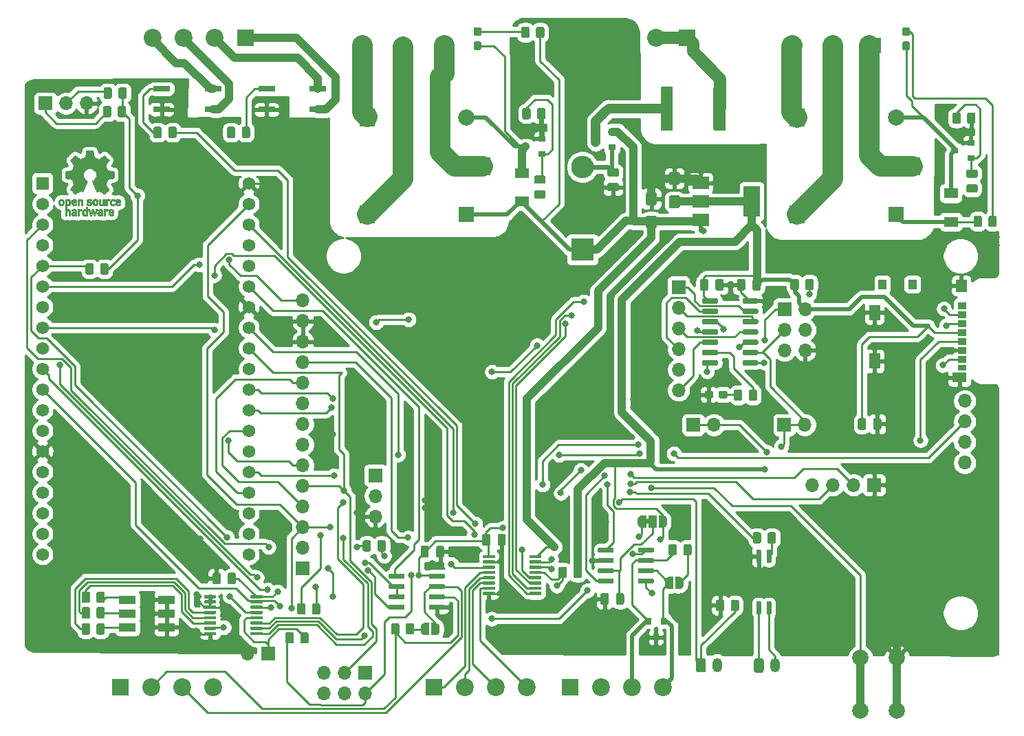
<source format=gbr>
G04 #@! TF.GenerationSoftware,KiCad,Pcbnew,(5.1.5)-3*
G04 #@! TF.CreationDate,2021-04-06T09:22:38+01:00*
G04 #@! TF.ProjectId,ControllerCircuit,436f6e74-726f-46c6-9c65-724369726375,1.1*
G04 #@! TF.SameCoordinates,Original*
G04 #@! TF.FileFunction,Copper,L1,Top*
G04 #@! TF.FilePolarity,Positive*
%FSLAX46Y46*%
G04 Gerber Fmt 4.6, Leading zero omitted, Abs format (unit mm)*
G04 Created by KiCad (PCBNEW (5.1.5)-3) date 2021-04-06 09:22:38*
%MOMM*%
%LPD*%
G04 APERTURE LIST*
G04 #@! TA.AperFunction,EtchedComponent*
%ADD10C,0.100000*%
G04 #@! TD*
G04 #@! TA.AperFunction,EtchedComponent*
%ADD11C,0.010000*%
G04 #@! TD*
G04 #@! TA.AperFunction,SMDPad,CuDef*
%ADD12C,0.100000*%
G04 #@! TD*
G04 #@! TA.AperFunction,ComponentPad*
%ADD13C,2.000000*%
G04 #@! TD*
G04 #@! TA.AperFunction,ComponentPad*
%ADD14O,1.700000X1.700000*%
G04 #@! TD*
G04 #@! TA.AperFunction,ComponentPad*
%ADD15R,1.700000X1.700000*%
G04 #@! TD*
G04 #@! TA.AperFunction,ComponentPad*
%ADD16O,2.800000X2.800000*%
G04 #@! TD*
G04 #@! TA.AperFunction,ComponentPad*
%ADD17R,2.800000X2.800000*%
G04 #@! TD*
G04 #@! TA.AperFunction,SMDPad,CuDef*
%ADD18R,1.700000X1.300000*%
G04 #@! TD*
G04 #@! TA.AperFunction,ComponentPad*
%ADD19C,2.200000*%
G04 #@! TD*
G04 #@! TA.AperFunction,ComponentPad*
%ADD20R,2.000000X2.000000*%
G04 #@! TD*
G04 #@! TA.AperFunction,SMDPad,CuDef*
%ADD21R,0.800000X0.900000*%
G04 #@! TD*
G04 #@! TA.AperFunction,SMDPad,CuDef*
%ADD22R,1.000000X1.500000*%
G04 #@! TD*
G04 #@! TA.AperFunction,SMDPad,CuDef*
%ADD23R,2.000000X0.640000*%
G04 #@! TD*
G04 #@! TA.AperFunction,SMDPad,CuDef*
%ADD24R,1.350000X1.900000*%
G04 #@! TD*
G04 #@! TA.AperFunction,SMDPad,CuDef*
%ADD25R,1.000000X1.200000*%
G04 #@! TD*
G04 #@! TA.AperFunction,SMDPad,CuDef*
%ADD26R,1.350000X1.550000*%
G04 #@! TD*
G04 #@! TA.AperFunction,SMDPad,CuDef*
%ADD27R,1.800000X1.170000*%
G04 #@! TD*
G04 #@! TA.AperFunction,SMDPad,CuDef*
%ADD28R,1.100000X0.850000*%
G04 #@! TD*
G04 #@! TA.AperFunction,SMDPad,CuDef*
%ADD29R,1.100000X0.750000*%
G04 #@! TD*
G04 #@! TA.AperFunction,SMDPad,CuDef*
%ADD30R,2.000000X1.500000*%
G04 #@! TD*
G04 #@! TA.AperFunction,SMDPad,CuDef*
%ADD31R,2.000000X3.800000*%
G04 #@! TD*
G04 #@! TA.AperFunction,ComponentPad*
%ADD32O,1.200000X1.750000*%
G04 #@! TD*
G04 #@! TA.AperFunction,ComponentPad*
%ADD33C,0.100000*%
G04 #@! TD*
G04 #@! TA.AperFunction,SMDPad,CuDef*
%ADD34R,0.900000X0.800000*%
G04 #@! TD*
G04 #@! TA.AperFunction,SMDPad,CuDef*
%ADD35R,2.000000X1.100000*%
G04 #@! TD*
G04 #@! TA.AperFunction,ComponentPad*
%ADD36C,1.560000*%
G04 #@! TD*
G04 #@! TA.AperFunction,ComponentPad*
%ADD37R,1.560000X1.560000*%
G04 #@! TD*
G04 #@! TA.AperFunction,ComponentPad*
%ADD38R,1.980000X1.980000*%
G04 #@! TD*
G04 #@! TA.AperFunction,ComponentPad*
%ADD39R,1.900000X2.200000*%
G04 #@! TD*
G04 #@! TA.AperFunction,ComponentPad*
%ADD40C,1.900000*%
G04 #@! TD*
G04 #@! TA.AperFunction,ComponentPad*
%ADD41R,1.900000X1.900000*%
G04 #@! TD*
G04 #@! TA.AperFunction,ViaPad*
%ADD42C,0.800000*%
G04 #@! TD*
G04 #@! TA.AperFunction,Conductor*
%ADD43C,0.250000*%
G04 #@! TD*
G04 #@! TA.AperFunction,Conductor*
%ADD44C,0.500000*%
G04 #@! TD*
G04 #@! TA.AperFunction,Conductor*
%ADD45C,1.000000*%
G04 #@! TD*
G04 #@! TA.AperFunction,Conductor*
%ADD46C,1.500000*%
G04 #@! TD*
G04 #@! TA.AperFunction,Conductor*
%ADD47C,2.500000*%
G04 #@! TD*
G04 #@! TA.AperFunction,Conductor*
%ADD48C,0.600000*%
G04 #@! TD*
G04 #@! TA.AperFunction,Conductor*
%ADD49C,1.200000*%
G04 #@! TD*
G04 #@! TA.AperFunction,Conductor*
%ADD50C,0.254000*%
G04 #@! TD*
G04 APERTURE END LIST*
D10*
G04 #@! TO.C,JP5*
G36*
X166450000Y-112810000D02*
G01*
X166950000Y-112810000D01*
X166950000Y-113410000D01*
X166450000Y-113410000D01*
X166450000Y-112810000D01*
G37*
D11*
G04 #@! TO.C,REF\002A\002A\002A*
G36*
X95523360Y-73382468D02*
G01*
X95558592Y-73399874D01*
X95602040Y-73430206D01*
X95633706Y-73463283D01*
X95655394Y-73504817D01*
X95668903Y-73560522D01*
X95676038Y-73636111D01*
X95678600Y-73737296D01*
X95678750Y-73780797D01*
X95678312Y-73876135D01*
X95676496Y-73944271D01*
X95672545Y-73991418D01*
X95665702Y-74023790D01*
X95655211Y-74047600D01*
X95644296Y-74063843D01*
X95574619Y-74132952D01*
X95492566Y-74174521D01*
X95404050Y-74187023D01*
X95314981Y-74168934D01*
X95286763Y-74156142D01*
X95219210Y-74120931D01*
X95219210Y-74672700D01*
X95268512Y-74647205D01*
X95333473Y-74627480D01*
X95413320Y-74622427D01*
X95493052Y-74631756D01*
X95553265Y-74652714D01*
X95603208Y-74692627D01*
X95645881Y-74749741D01*
X95649090Y-74755605D01*
X95662622Y-74783227D01*
X95672505Y-74811068D01*
X95679309Y-74844794D01*
X95683601Y-74890071D01*
X95685951Y-74952562D01*
X95686928Y-75037935D01*
X95687105Y-75134010D01*
X95687105Y-75440526D01*
X95503289Y-75440526D01*
X95503289Y-74875339D01*
X95451875Y-74832077D01*
X95398466Y-74797472D01*
X95347888Y-74791180D01*
X95297030Y-74807372D01*
X95269925Y-74823227D01*
X95249751Y-74845810D01*
X95235403Y-74879940D01*
X95225776Y-74930434D01*
X95219763Y-75002111D01*
X95216260Y-75099788D01*
X95215026Y-75164802D01*
X95210855Y-75432171D01*
X95123125Y-75437222D01*
X95035394Y-75442273D01*
X95035394Y-73783101D01*
X95219210Y-73783101D01*
X95223896Y-73875600D01*
X95239688Y-73939809D01*
X95269183Y-73979759D01*
X95314980Y-73999480D01*
X95361250Y-74003421D01*
X95413628Y-73998892D01*
X95448390Y-73981069D01*
X95470128Y-73957519D01*
X95487240Y-73932189D01*
X95497427Y-73903969D01*
X95501960Y-73864431D01*
X95502109Y-73805142D01*
X95500584Y-73755498D01*
X95497081Y-73680710D01*
X95491867Y-73631611D01*
X95483087Y-73600467D01*
X95468886Y-73579545D01*
X95455484Y-73567452D01*
X95399487Y-73541081D01*
X95333211Y-73536822D01*
X95295156Y-73545906D01*
X95257477Y-73578196D01*
X95232519Y-73641006D01*
X95220422Y-73733894D01*
X95219210Y-73783101D01*
X95035394Y-73783101D01*
X95035394Y-73368421D01*
X95127302Y-73368421D01*
X95182483Y-73370603D01*
X95210952Y-73378351D01*
X95219206Y-73393468D01*
X95219210Y-73393916D01*
X95223040Y-73408720D01*
X95239933Y-73407039D01*
X95273519Y-73390772D01*
X95351778Y-73365887D01*
X95439827Y-73363271D01*
X95523360Y-73382468D01*
G37*
X95523360Y-73382468D02*
X95558592Y-73399874D01*
X95602040Y-73430206D01*
X95633706Y-73463283D01*
X95655394Y-73504817D01*
X95668903Y-73560522D01*
X95676038Y-73636111D01*
X95678600Y-73737296D01*
X95678750Y-73780797D01*
X95678312Y-73876135D01*
X95676496Y-73944271D01*
X95672545Y-73991418D01*
X95665702Y-74023790D01*
X95655211Y-74047600D01*
X95644296Y-74063843D01*
X95574619Y-74132952D01*
X95492566Y-74174521D01*
X95404050Y-74187023D01*
X95314981Y-74168934D01*
X95286763Y-74156142D01*
X95219210Y-74120931D01*
X95219210Y-74672700D01*
X95268512Y-74647205D01*
X95333473Y-74627480D01*
X95413320Y-74622427D01*
X95493052Y-74631756D01*
X95553265Y-74652714D01*
X95603208Y-74692627D01*
X95645881Y-74749741D01*
X95649090Y-74755605D01*
X95662622Y-74783227D01*
X95672505Y-74811068D01*
X95679309Y-74844794D01*
X95683601Y-74890071D01*
X95685951Y-74952562D01*
X95686928Y-75037935D01*
X95687105Y-75134010D01*
X95687105Y-75440526D01*
X95503289Y-75440526D01*
X95503289Y-74875339D01*
X95451875Y-74832077D01*
X95398466Y-74797472D01*
X95347888Y-74791180D01*
X95297030Y-74807372D01*
X95269925Y-74823227D01*
X95249751Y-74845810D01*
X95235403Y-74879940D01*
X95225776Y-74930434D01*
X95219763Y-75002111D01*
X95216260Y-75099788D01*
X95215026Y-75164802D01*
X95210855Y-75432171D01*
X95123125Y-75437222D01*
X95035394Y-75442273D01*
X95035394Y-73783101D01*
X95219210Y-73783101D01*
X95223896Y-73875600D01*
X95239688Y-73939809D01*
X95269183Y-73979759D01*
X95314980Y-73999480D01*
X95361250Y-74003421D01*
X95413628Y-73998892D01*
X95448390Y-73981069D01*
X95470128Y-73957519D01*
X95487240Y-73932189D01*
X95497427Y-73903969D01*
X95501960Y-73864431D01*
X95502109Y-73805142D01*
X95500584Y-73755498D01*
X95497081Y-73680710D01*
X95491867Y-73631611D01*
X95483087Y-73600467D01*
X95468886Y-73579545D01*
X95455484Y-73567452D01*
X95399487Y-73541081D01*
X95333211Y-73536822D01*
X95295156Y-73545906D01*
X95257477Y-73578196D01*
X95232519Y-73641006D01*
X95220422Y-73733894D01*
X95219210Y-73783101D01*
X95035394Y-73783101D01*
X95035394Y-73368421D01*
X95127302Y-73368421D01*
X95182483Y-73370603D01*
X95210952Y-73378351D01*
X95219206Y-73393468D01*
X95219210Y-73393916D01*
X95223040Y-73408720D01*
X95239933Y-73407039D01*
X95273519Y-73390772D01*
X95351778Y-73365887D01*
X95439827Y-73363271D01*
X95523360Y-73382468D01*
G36*
X96220457Y-74628184D02*
G01*
X96299070Y-74649160D01*
X96358916Y-74687180D01*
X96401147Y-74736978D01*
X96414275Y-74758230D01*
X96423968Y-74780492D01*
X96430744Y-74808970D01*
X96435123Y-74848871D01*
X96437624Y-74905401D01*
X96438768Y-74983767D01*
X96439072Y-75089176D01*
X96439078Y-75117142D01*
X96439078Y-75440526D01*
X96358868Y-75440526D01*
X96307706Y-75436943D01*
X96269877Y-75427866D01*
X96260399Y-75422268D01*
X96234488Y-75412606D01*
X96208024Y-75422268D01*
X96164452Y-75434330D01*
X96101160Y-75439185D01*
X96031010Y-75437078D01*
X95966860Y-75428256D01*
X95929407Y-75416937D01*
X95856933Y-75370412D01*
X95811640Y-75305846D01*
X95791278Y-75220000D01*
X95791088Y-75217796D01*
X95792875Y-75179713D01*
X95954473Y-75179713D01*
X95968601Y-75223030D01*
X95991612Y-75247408D01*
X96037804Y-75265845D01*
X96098775Y-75273205D01*
X96160949Y-75269583D01*
X96210751Y-75255074D01*
X96224703Y-75245765D01*
X96249085Y-75202753D01*
X96255263Y-75153857D01*
X96255263Y-75089605D01*
X96162818Y-75089605D01*
X96074995Y-75096366D01*
X96008418Y-75115520D01*
X95967002Y-75145376D01*
X95954473Y-75179713D01*
X95792875Y-75179713D01*
X95795490Y-75124004D01*
X95826424Y-75049847D01*
X95884581Y-74993767D01*
X95892620Y-74988665D01*
X95927163Y-74972055D01*
X95969918Y-74961996D01*
X96029686Y-74957107D01*
X96100690Y-74955983D01*
X96255263Y-74955921D01*
X96255263Y-74891125D01*
X96248706Y-74840850D01*
X96231975Y-74807169D01*
X96230016Y-74805376D01*
X96192783Y-74790642D01*
X96136580Y-74784931D01*
X96074467Y-74787737D01*
X96019510Y-74798556D01*
X95986899Y-74814782D01*
X95969228Y-74827780D01*
X95950569Y-74830262D01*
X95924819Y-74819613D01*
X95885873Y-74793218D01*
X95827630Y-74748465D01*
X95822284Y-74744273D01*
X95825023Y-74728760D01*
X95847876Y-74702960D01*
X95882609Y-74674289D01*
X95920990Y-74650166D01*
X95933048Y-74644470D01*
X95977034Y-74633103D01*
X96041487Y-74624995D01*
X96113497Y-74621743D01*
X96116864Y-74621736D01*
X96220457Y-74628184D01*
G37*
X96220457Y-74628184D02*
X96299070Y-74649160D01*
X96358916Y-74687180D01*
X96401147Y-74736978D01*
X96414275Y-74758230D01*
X96423968Y-74780492D01*
X96430744Y-74808970D01*
X96435123Y-74848871D01*
X96437624Y-74905401D01*
X96438768Y-74983767D01*
X96439072Y-75089176D01*
X96439078Y-75117142D01*
X96439078Y-75440526D01*
X96358868Y-75440526D01*
X96307706Y-75436943D01*
X96269877Y-75427866D01*
X96260399Y-75422268D01*
X96234488Y-75412606D01*
X96208024Y-75422268D01*
X96164452Y-75434330D01*
X96101160Y-75439185D01*
X96031010Y-75437078D01*
X95966860Y-75428256D01*
X95929407Y-75416937D01*
X95856933Y-75370412D01*
X95811640Y-75305846D01*
X95791278Y-75220000D01*
X95791088Y-75217796D01*
X95792875Y-75179713D01*
X95954473Y-75179713D01*
X95968601Y-75223030D01*
X95991612Y-75247408D01*
X96037804Y-75265845D01*
X96098775Y-75273205D01*
X96160949Y-75269583D01*
X96210751Y-75255074D01*
X96224703Y-75245765D01*
X96249085Y-75202753D01*
X96255263Y-75153857D01*
X96255263Y-75089605D01*
X96162818Y-75089605D01*
X96074995Y-75096366D01*
X96008418Y-75115520D01*
X95967002Y-75145376D01*
X95954473Y-75179713D01*
X95792875Y-75179713D01*
X95795490Y-75124004D01*
X95826424Y-75049847D01*
X95884581Y-74993767D01*
X95892620Y-74988665D01*
X95927163Y-74972055D01*
X95969918Y-74961996D01*
X96029686Y-74957107D01*
X96100690Y-74955983D01*
X96255263Y-74955921D01*
X96255263Y-74891125D01*
X96248706Y-74840850D01*
X96231975Y-74807169D01*
X96230016Y-74805376D01*
X96192783Y-74790642D01*
X96136580Y-74784931D01*
X96074467Y-74787737D01*
X96019510Y-74798556D01*
X95986899Y-74814782D01*
X95969228Y-74827780D01*
X95950569Y-74830262D01*
X95924819Y-74819613D01*
X95885873Y-74793218D01*
X95827630Y-74748465D01*
X95822284Y-74744273D01*
X95825023Y-74728760D01*
X95847876Y-74702960D01*
X95882609Y-74674289D01*
X95920990Y-74650166D01*
X95933048Y-74644470D01*
X95977034Y-74633103D01*
X96041487Y-74624995D01*
X96113497Y-74621743D01*
X96116864Y-74621736D01*
X96220457Y-74628184D01*
G36*
X96739881Y-74623486D02*
G01*
X96764888Y-74630982D01*
X96772950Y-74647451D01*
X96773289Y-74654886D01*
X96774736Y-74675594D01*
X96784698Y-74678845D01*
X96811612Y-74664648D01*
X96827598Y-74654948D01*
X96878033Y-74634175D01*
X96938272Y-74623904D01*
X97001434Y-74623114D01*
X97060637Y-74630786D01*
X97109002Y-74645898D01*
X97139646Y-74667432D01*
X97145689Y-74694366D01*
X97142639Y-74701660D01*
X97120406Y-74731937D01*
X97085930Y-74769175D01*
X97079694Y-74775195D01*
X97046833Y-74802875D01*
X97018480Y-74811818D01*
X96978827Y-74805576D01*
X96962942Y-74801429D01*
X96913509Y-74791467D01*
X96878752Y-74795947D01*
X96849400Y-74811746D01*
X96822513Y-74832949D01*
X96802710Y-74859614D01*
X96788948Y-74896827D01*
X96780184Y-74949673D01*
X96775374Y-75023237D01*
X96773474Y-75122605D01*
X96773289Y-75182601D01*
X96773289Y-75440526D01*
X96606184Y-75440526D01*
X96606184Y-74621710D01*
X96689736Y-74621710D01*
X96739881Y-74623486D01*
G37*
X96739881Y-74623486D02*
X96764888Y-74630982D01*
X96772950Y-74647451D01*
X96773289Y-74654886D01*
X96774736Y-74675594D01*
X96784698Y-74678845D01*
X96811612Y-74664648D01*
X96827598Y-74654948D01*
X96878033Y-74634175D01*
X96938272Y-74623904D01*
X97001434Y-74623114D01*
X97060637Y-74630786D01*
X97109002Y-74645898D01*
X97139646Y-74667432D01*
X97145689Y-74694366D01*
X97142639Y-74701660D01*
X97120406Y-74731937D01*
X97085930Y-74769175D01*
X97079694Y-74775195D01*
X97046833Y-74802875D01*
X97018480Y-74811818D01*
X96978827Y-74805576D01*
X96962942Y-74801429D01*
X96913509Y-74791467D01*
X96878752Y-74795947D01*
X96849400Y-74811746D01*
X96822513Y-74832949D01*
X96802710Y-74859614D01*
X96788948Y-74896827D01*
X96780184Y-74949673D01*
X96775374Y-75023237D01*
X96773474Y-75122605D01*
X96773289Y-75182601D01*
X96773289Y-75440526D01*
X96606184Y-75440526D01*
X96606184Y-74621710D01*
X96689736Y-74621710D01*
X96739881Y-74623486D01*
G36*
X97792631Y-75440526D02*
G01*
X97700723Y-75440526D01*
X97647377Y-75438962D01*
X97619593Y-75432485D01*
X97609590Y-75418418D01*
X97608815Y-75408906D01*
X97607128Y-75389832D01*
X97596490Y-75386174D01*
X97568535Y-75397932D01*
X97546795Y-75408906D01*
X97463332Y-75434911D01*
X97372604Y-75436416D01*
X97298842Y-75417021D01*
X97230154Y-75370165D01*
X97177794Y-75301004D01*
X97149122Y-75219427D01*
X97148392Y-75214866D01*
X97144132Y-75165101D01*
X97142014Y-75093659D01*
X97142184Y-75039626D01*
X97324720Y-75039626D01*
X97328949Y-75111441D01*
X97338568Y-75170634D01*
X97351590Y-75204060D01*
X97400856Y-75249740D01*
X97459350Y-75266115D01*
X97519671Y-75252873D01*
X97571217Y-75213373D01*
X97590738Y-75186807D01*
X97602152Y-75155106D01*
X97607498Y-75108832D01*
X97608815Y-75039328D01*
X97606458Y-74970499D01*
X97600233Y-74910026D01*
X97591408Y-74869556D01*
X97589937Y-74865929D01*
X97554347Y-74822802D01*
X97502400Y-74799124D01*
X97444278Y-74795301D01*
X97390160Y-74811738D01*
X97350226Y-74848840D01*
X97346083Y-74856222D01*
X97333116Y-74901239D01*
X97326052Y-74965967D01*
X97324720Y-75039626D01*
X97142184Y-75039626D01*
X97142271Y-75012230D01*
X97143472Y-74968405D01*
X97151645Y-74859988D01*
X97168630Y-74778588D01*
X97196887Y-74718412D01*
X97238872Y-74673666D01*
X97279632Y-74647400D01*
X97336581Y-74628935D01*
X97407411Y-74622602D01*
X97479941Y-74627760D01*
X97541986Y-74643769D01*
X97574768Y-74662920D01*
X97608815Y-74693732D01*
X97608815Y-74304210D01*
X97792631Y-74304210D01*
X97792631Y-75440526D01*
G37*
X97792631Y-75440526D02*
X97700723Y-75440526D01*
X97647377Y-75438962D01*
X97619593Y-75432485D01*
X97609590Y-75418418D01*
X97608815Y-75408906D01*
X97607128Y-75389832D01*
X97596490Y-75386174D01*
X97568535Y-75397932D01*
X97546795Y-75408906D01*
X97463332Y-75434911D01*
X97372604Y-75436416D01*
X97298842Y-75417021D01*
X97230154Y-75370165D01*
X97177794Y-75301004D01*
X97149122Y-75219427D01*
X97148392Y-75214866D01*
X97144132Y-75165101D01*
X97142014Y-75093659D01*
X97142184Y-75039626D01*
X97324720Y-75039626D01*
X97328949Y-75111441D01*
X97338568Y-75170634D01*
X97351590Y-75204060D01*
X97400856Y-75249740D01*
X97459350Y-75266115D01*
X97519671Y-75252873D01*
X97571217Y-75213373D01*
X97590738Y-75186807D01*
X97602152Y-75155106D01*
X97607498Y-75108832D01*
X97608815Y-75039328D01*
X97606458Y-74970499D01*
X97600233Y-74910026D01*
X97591408Y-74869556D01*
X97589937Y-74865929D01*
X97554347Y-74822802D01*
X97502400Y-74799124D01*
X97444278Y-74795301D01*
X97390160Y-74811738D01*
X97350226Y-74848840D01*
X97346083Y-74856222D01*
X97333116Y-74901239D01*
X97326052Y-74965967D01*
X97324720Y-75039626D01*
X97142184Y-75039626D01*
X97142271Y-75012230D01*
X97143472Y-74968405D01*
X97151645Y-74859988D01*
X97168630Y-74778588D01*
X97196887Y-74718412D01*
X97238872Y-74673666D01*
X97279632Y-74647400D01*
X97336581Y-74628935D01*
X97407411Y-74622602D01*
X97479941Y-74627760D01*
X97541986Y-74643769D01*
X97574768Y-74662920D01*
X97608815Y-74693732D01*
X97608815Y-74304210D01*
X97792631Y-74304210D01*
X97792631Y-75440526D01*
G36*
X98434130Y-74625104D02*
G01*
X98500220Y-74630066D01*
X98586626Y-74889079D01*
X98673031Y-75148092D01*
X98700124Y-75056184D01*
X98716428Y-74999384D01*
X98737875Y-74922625D01*
X98761035Y-74838251D01*
X98773280Y-74792993D01*
X98819344Y-74621710D01*
X99009387Y-74621710D01*
X98952582Y-74801349D01*
X98924607Y-74889704D01*
X98890813Y-74996281D01*
X98855520Y-75107454D01*
X98824013Y-75206579D01*
X98752250Y-75432171D01*
X98597286Y-75442253D01*
X98555270Y-75303528D01*
X98529359Y-75217351D01*
X98501083Y-75122347D01*
X98476369Y-75038441D01*
X98475394Y-75035102D01*
X98456935Y-74978248D01*
X98440649Y-74939456D01*
X98429242Y-74924787D01*
X98426898Y-74926483D01*
X98418671Y-74949225D01*
X98403038Y-74997940D01*
X98381904Y-75066502D01*
X98357170Y-75148785D01*
X98343787Y-75194046D01*
X98271311Y-75440526D01*
X98117495Y-75440526D01*
X97994531Y-75052006D01*
X97959988Y-74943022D01*
X97928521Y-74844048D01*
X97901616Y-74759736D01*
X97880759Y-74694734D01*
X97867438Y-74653692D01*
X97863388Y-74641701D01*
X97866594Y-74629423D01*
X97891765Y-74624046D01*
X97944146Y-74624584D01*
X97952345Y-74624990D01*
X98049482Y-74630066D01*
X98113100Y-74864013D01*
X98136484Y-74949333D01*
X98157381Y-75024335D01*
X98173951Y-75082507D01*
X98184354Y-75117337D01*
X98186276Y-75123016D01*
X98194241Y-75116486D01*
X98210304Y-75082654D01*
X98232621Y-75026127D01*
X98259345Y-74951510D01*
X98281937Y-74884107D01*
X98368041Y-74620143D01*
X98434130Y-74625104D01*
G37*
X98434130Y-74625104D02*
X98500220Y-74630066D01*
X98586626Y-74889079D01*
X98673031Y-75148092D01*
X98700124Y-75056184D01*
X98716428Y-74999384D01*
X98737875Y-74922625D01*
X98761035Y-74838251D01*
X98773280Y-74792993D01*
X98819344Y-74621710D01*
X99009387Y-74621710D01*
X98952582Y-74801349D01*
X98924607Y-74889704D01*
X98890813Y-74996281D01*
X98855520Y-75107454D01*
X98824013Y-75206579D01*
X98752250Y-75432171D01*
X98597286Y-75442253D01*
X98555270Y-75303528D01*
X98529359Y-75217351D01*
X98501083Y-75122347D01*
X98476369Y-75038441D01*
X98475394Y-75035102D01*
X98456935Y-74978248D01*
X98440649Y-74939456D01*
X98429242Y-74924787D01*
X98426898Y-74926483D01*
X98418671Y-74949225D01*
X98403038Y-74997940D01*
X98381904Y-75066502D01*
X98357170Y-75148785D01*
X98343787Y-75194046D01*
X98271311Y-75440526D01*
X98117495Y-75440526D01*
X97994531Y-75052006D01*
X97959988Y-74943022D01*
X97928521Y-74844048D01*
X97901616Y-74759736D01*
X97880759Y-74694734D01*
X97867438Y-74653692D01*
X97863388Y-74641701D01*
X97866594Y-74629423D01*
X97891765Y-74624046D01*
X97944146Y-74624584D01*
X97952345Y-74624990D01*
X98049482Y-74630066D01*
X98113100Y-74864013D01*
X98136484Y-74949333D01*
X98157381Y-75024335D01*
X98173951Y-75082507D01*
X98184354Y-75117337D01*
X98186276Y-75123016D01*
X98194241Y-75116486D01*
X98210304Y-75082654D01*
X98232621Y-75026127D01*
X98259345Y-74951510D01*
X98281937Y-74884107D01*
X98368041Y-74620143D01*
X98434130Y-74625104D01*
G36*
X99439992Y-74626673D02*
G01*
X99510427Y-74643780D01*
X99530787Y-74652844D01*
X99570253Y-74676583D01*
X99600541Y-74703321D01*
X99622952Y-74737699D01*
X99638786Y-74784360D01*
X99649343Y-74847946D01*
X99655924Y-74933099D01*
X99659828Y-75044462D01*
X99661310Y-75118849D01*
X99666765Y-75440526D01*
X99573580Y-75440526D01*
X99517047Y-75438156D01*
X99487922Y-75430055D01*
X99480394Y-75416451D01*
X99476420Y-75401741D01*
X99458652Y-75404554D01*
X99434440Y-75416348D01*
X99373828Y-75434427D01*
X99295929Y-75439299D01*
X99213995Y-75431330D01*
X99141281Y-75410889D01*
X99134759Y-75408051D01*
X99068302Y-75361365D01*
X99024491Y-75296464D01*
X99004332Y-75220600D01*
X99005872Y-75193344D01*
X99170345Y-75193344D01*
X99184837Y-75230024D01*
X99227805Y-75256309D01*
X99297129Y-75270417D01*
X99334177Y-75272290D01*
X99395919Y-75267494D01*
X99436960Y-75248858D01*
X99446973Y-75240000D01*
X99474100Y-75191806D01*
X99480394Y-75148092D01*
X99480394Y-75089605D01*
X99398930Y-75089605D01*
X99304234Y-75094432D01*
X99237813Y-75109613D01*
X99195846Y-75136200D01*
X99186449Y-75148052D01*
X99170345Y-75193344D01*
X99005872Y-75193344D01*
X99008829Y-75141026D01*
X99038985Y-75064995D01*
X99080131Y-75013612D01*
X99105052Y-74991397D01*
X99129448Y-74976798D01*
X99161191Y-74967897D01*
X99208152Y-74962775D01*
X99278204Y-74959515D01*
X99305990Y-74958577D01*
X99480394Y-74952879D01*
X99480138Y-74900091D01*
X99473384Y-74844603D01*
X99448964Y-74811052D01*
X99399630Y-74789618D01*
X99398306Y-74789236D01*
X99328360Y-74780808D01*
X99259914Y-74791816D01*
X99209047Y-74818585D01*
X99188637Y-74831803D01*
X99166654Y-74829974D01*
X99132826Y-74810824D01*
X99112961Y-74797308D01*
X99074106Y-74768432D01*
X99050038Y-74746786D01*
X99046176Y-74740589D01*
X99062079Y-74708519D01*
X99109065Y-74670219D01*
X99129473Y-74657297D01*
X99188143Y-74635041D01*
X99267212Y-74622432D01*
X99355041Y-74619600D01*
X99439992Y-74626673D01*
G37*
X99439992Y-74626673D02*
X99510427Y-74643780D01*
X99530787Y-74652844D01*
X99570253Y-74676583D01*
X99600541Y-74703321D01*
X99622952Y-74737699D01*
X99638786Y-74784360D01*
X99649343Y-74847946D01*
X99655924Y-74933099D01*
X99659828Y-75044462D01*
X99661310Y-75118849D01*
X99666765Y-75440526D01*
X99573580Y-75440526D01*
X99517047Y-75438156D01*
X99487922Y-75430055D01*
X99480394Y-75416451D01*
X99476420Y-75401741D01*
X99458652Y-75404554D01*
X99434440Y-75416348D01*
X99373828Y-75434427D01*
X99295929Y-75439299D01*
X99213995Y-75431330D01*
X99141281Y-75410889D01*
X99134759Y-75408051D01*
X99068302Y-75361365D01*
X99024491Y-75296464D01*
X99004332Y-75220600D01*
X99005872Y-75193344D01*
X99170345Y-75193344D01*
X99184837Y-75230024D01*
X99227805Y-75256309D01*
X99297129Y-75270417D01*
X99334177Y-75272290D01*
X99395919Y-75267494D01*
X99436960Y-75248858D01*
X99446973Y-75240000D01*
X99474100Y-75191806D01*
X99480394Y-75148092D01*
X99480394Y-75089605D01*
X99398930Y-75089605D01*
X99304234Y-75094432D01*
X99237813Y-75109613D01*
X99195846Y-75136200D01*
X99186449Y-75148052D01*
X99170345Y-75193344D01*
X99005872Y-75193344D01*
X99008829Y-75141026D01*
X99038985Y-75064995D01*
X99080131Y-75013612D01*
X99105052Y-74991397D01*
X99129448Y-74976798D01*
X99161191Y-74967897D01*
X99208152Y-74962775D01*
X99278204Y-74959515D01*
X99305990Y-74958577D01*
X99480394Y-74952879D01*
X99480138Y-74900091D01*
X99473384Y-74844603D01*
X99448964Y-74811052D01*
X99399630Y-74789618D01*
X99398306Y-74789236D01*
X99328360Y-74780808D01*
X99259914Y-74791816D01*
X99209047Y-74818585D01*
X99188637Y-74831803D01*
X99166654Y-74829974D01*
X99132826Y-74810824D01*
X99112961Y-74797308D01*
X99074106Y-74768432D01*
X99050038Y-74746786D01*
X99046176Y-74740589D01*
X99062079Y-74708519D01*
X99109065Y-74670219D01*
X99129473Y-74657297D01*
X99188143Y-74635041D01*
X99267212Y-74622432D01*
X99355041Y-74619600D01*
X99439992Y-74626673D01*
G36*
X100233167Y-74621447D02*
G01*
X100297408Y-74634112D01*
X100333980Y-74652864D01*
X100372453Y-74684017D01*
X100317717Y-74753127D01*
X100283969Y-74794979D01*
X100261053Y-74815398D01*
X100238279Y-74818517D01*
X100204956Y-74808472D01*
X100189314Y-74802789D01*
X100125542Y-74794404D01*
X100067140Y-74812378D01*
X100024264Y-74852982D01*
X100017299Y-74865929D01*
X100009713Y-74900224D01*
X100003859Y-74963427D01*
X100000011Y-75051060D01*
X99998443Y-75158640D01*
X99998421Y-75173944D01*
X99998421Y-75440526D01*
X99814605Y-75440526D01*
X99814605Y-74621710D01*
X99906513Y-74621710D01*
X99959507Y-74623094D01*
X99987115Y-74629252D01*
X99997324Y-74643194D01*
X99998421Y-74656344D01*
X99998421Y-74690978D01*
X100042450Y-74656344D01*
X100092937Y-74632716D01*
X100160760Y-74621033D01*
X100233167Y-74621447D01*
G37*
X100233167Y-74621447D02*
X100297408Y-74634112D01*
X100333980Y-74652864D01*
X100372453Y-74684017D01*
X100317717Y-74753127D01*
X100283969Y-74794979D01*
X100261053Y-74815398D01*
X100238279Y-74818517D01*
X100204956Y-74808472D01*
X100189314Y-74802789D01*
X100125542Y-74794404D01*
X100067140Y-74812378D01*
X100024264Y-74852982D01*
X100017299Y-74865929D01*
X100009713Y-74900224D01*
X100003859Y-74963427D01*
X100000011Y-75051060D01*
X99998443Y-75158640D01*
X99998421Y-75173944D01*
X99998421Y-75440526D01*
X99814605Y-75440526D01*
X99814605Y-74621710D01*
X99906513Y-74621710D01*
X99959507Y-74623094D01*
X99987115Y-74629252D01*
X99997324Y-74643194D01*
X99998421Y-74656344D01*
X99998421Y-74690978D01*
X100042450Y-74656344D01*
X100092937Y-74632716D01*
X100160760Y-74621033D01*
X100233167Y-74621447D01*
G36*
X100761193Y-74626078D02*
G01*
X100841068Y-74646845D01*
X100907962Y-74689705D01*
X100940351Y-74721723D01*
X100993445Y-74797413D01*
X101023873Y-74885216D01*
X101034327Y-74993150D01*
X101034380Y-75001875D01*
X101034473Y-75089605D01*
X100529534Y-75089605D01*
X100540298Y-75135559D01*
X100559732Y-75177178D01*
X100593745Y-75220544D01*
X100600860Y-75227467D01*
X100662003Y-75264935D01*
X100731729Y-75271289D01*
X100811987Y-75246638D01*
X100825592Y-75240000D01*
X100867319Y-75219819D01*
X100895268Y-75208321D01*
X100900145Y-75207258D01*
X100917168Y-75217583D01*
X100949633Y-75242845D01*
X100966114Y-75256650D01*
X101000264Y-75288361D01*
X101011478Y-75309299D01*
X101003695Y-75328560D01*
X100999535Y-75333827D01*
X100971357Y-75356878D01*
X100924862Y-75384892D01*
X100892434Y-75401246D01*
X100800385Y-75430059D01*
X100698476Y-75439395D01*
X100601963Y-75428332D01*
X100574934Y-75420412D01*
X100491276Y-75375581D01*
X100429266Y-75306598D01*
X100388545Y-75212794D01*
X100368755Y-75093498D01*
X100366582Y-75031118D01*
X100372926Y-74940298D01*
X100533157Y-74940298D01*
X100548655Y-74947012D01*
X100590312Y-74952280D01*
X100650876Y-74955389D01*
X100691907Y-74955921D01*
X100765711Y-74955408D01*
X100812293Y-74953006D01*
X100837848Y-74947422D01*
X100848569Y-74937361D01*
X100850657Y-74922763D01*
X100836331Y-74877796D01*
X100800262Y-74833353D01*
X100752815Y-74799242D01*
X100705349Y-74785288D01*
X100640879Y-74797666D01*
X100585070Y-74833452D01*
X100546374Y-74885033D01*
X100533157Y-74940298D01*
X100372926Y-74940298D01*
X100375821Y-74898866D01*
X100404336Y-74793498D01*
X100452729Y-74714178D01*
X100521604Y-74660071D01*
X100611565Y-74630343D01*
X100660300Y-74624618D01*
X100761193Y-74626078D01*
G37*
X100761193Y-74626078D02*
X100841068Y-74646845D01*
X100907962Y-74689705D01*
X100940351Y-74721723D01*
X100993445Y-74797413D01*
X101023873Y-74885216D01*
X101034327Y-74993150D01*
X101034380Y-75001875D01*
X101034473Y-75089605D01*
X100529534Y-75089605D01*
X100540298Y-75135559D01*
X100559732Y-75177178D01*
X100593745Y-75220544D01*
X100600860Y-75227467D01*
X100662003Y-75264935D01*
X100731729Y-75271289D01*
X100811987Y-75246638D01*
X100825592Y-75240000D01*
X100867319Y-75219819D01*
X100895268Y-75208321D01*
X100900145Y-75207258D01*
X100917168Y-75217583D01*
X100949633Y-75242845D01*
X100966114Y-75256650D01*
X101000264Y-75288361D01*
X101011478Y-75309299D01*
X101003695Y-75328560D01*
X100999535Y-75333827D01*
X100971357Y-75356878D01*
X100924862Y-75384892D01*
X100892434Y-75401246D01*
X100800385Y-75430059D01*
X100698476Y-75439395D01*
X100601963Y-75428332D01*
X100574934Y-75420412D01*
X100491276Y-75375581D01*
X100429266Y-75306598D01*
X100388545Y-75212794D01*
X100368755Y-75093498D01*
X100366582Y-75031118D01*
X100372926Y-74940298D01*
X100533157Y-74940298D01*
X100548655Y-74947012D01*
X100590312Y-74952280D01*
X100650876Y-74955389D01*
X100691907Y-74955921D01*
X100765711Y-74955408D01*
X100812293Y-74953006D01*
X100837848Y-74947422D01*
X100848569Y-74937361D01*
X100850657Y-74922763D01*
X100836331Y-74877796D01*
X100800262Y-74833353D01*
X100752815Y-74799242D01*
X100705349Y-74785288D01*
X100640879Y-74797666D01*
X100585070Y-74833452D01*
X100546374Y-74885033D01*
X100533157Y-74940298D01*
X100372926Y-74940298D01*
X100375821Y-74898866D01*
X100404336Y-74793498D01*
X100452729Y-74714178D01*
X100521604Y-74660071D01*
X100611565Y-74630343D01*
X100660300Y-74624618D01*
X100761193Y-74626078D01*
G36*
X94686784Y-73377104D02*
G01*
X94774205Y-73415754D01*
X94840570Y-73480290D01*
X94885976Y-73570812D01*
X94910518Y-73687418D01*
X94912277Y-73705624D01*
X94913656Y-73833984D01*
X94895784Y-73946496D01*
X94859750Y-74037688D01*
X94840455Y-74067022D01*
X94773245Y-74129106D01*
X94687650Y-74169316D01*
X94591890Y-74186003D01*
X94494187Y-74177517D01*
X94419917Y-74151380D01*
X94356047Y-74107335D01*
X94303846Y-74049587D01*
X94302943Y-74048236D01*
X94281744Y-74012593D01*
X94267967Y-73976752D01*
X94259624Y-73931519D01*
X94254727Y-73867701D01*
X94252569Y-73815368D01*
X94251671Y-73767910D01*
X94418743Y-73767910D01*
X94420376Y-73815154D01*
X94426304Y-73878046D01*
X94436761Y-73918407D01*
X94455619Y-73947122D01*
X94473281Y-73963896D01*
X94535894Y-73999016D01*
X94601408Y-74003710D01*
X94662421Y-73978440D01*
X94692928Y-73950124D01*
X94714911Y-73921589D01*
X94727769Y-73894284D01*
X94733412Y-73858750D01*
X94733751Y-73805524D01*
X94732012Y-73756506D01*
X94728271Y-73686482D01*
X94722341Y-73641064D01*
X94711653Y-73611440D01*
X94693639Y-73588797D01*
X94679363Y-73575855D01*
X94619651Y-73541860D01*
X94555234Y-73540165D01*
X94501219Y-73560301D01*
X94455140Y-73602352D01*
X94427689Y-73671428D01*
X94418743Y-73767910D01*
X94251671Y-73767910D01*
X94250599Y-73711299D01*
X94253964Y-73633468D01*
X94264045Y-73574930D01*
X94282226Y-73528737D01*
X94309890Y-73487942D01*
X94320146Y-73475828D01*
X94384278Y-73415474D01*
X94453066Y-73380220D01*
X94537189Y-73365450D01*
X94578209Y-73364243D01*
X94686784Y-73377104D01*
G37*
X94686784Y-73377104D02*
X94774205Y-73415754D01*
X94840570Y-73480290D01*
X94885976Y-73570812D01*
X94910518Y-73687418D01*
X94912277Y-73705624D01*
X94913656Y-73833984D01*
X94895784Y-73946496D01*
X94859750Y-74037688D01*
X94840455Y-74067022D01*
X94773245Y-74129106D01*
X94687650Y-74169316D01*
X94591890Y-74186003D01*
X94494187Y-74177517D01*
X94419917Y-74151380D01*
X94356047Y-74107335D01*
X94303846Y-74049587D01*
X94302943Y-74048236D01*
X94281744Y-74012593D01*
X94267967Y-73976752D01*
X94259624Y-73931519D01*
X94254727Y-73867701D01*
X94252569Y-73815368D01*
X94251671Y-73767910D01*
X94418743Y-73767910D01*
X94420376Y-73815154D01*
X94426304Y-73878046D01*
X94436761Y-73918407D01*
X94455619Y-73947122D01*
X94473281Y-73963896D01*
X94535894Y-73999016D01*
X94601408Y-74003710D01*
X94662421Y-73978440D01*
X94692928Y-73950124D01*
X94714911Y-73921589D01*
X94727769Y-73894284D01*
X94733412Y-73858750D01*
X94733751Y-73805524D01*
X94732012Y-73756506D01*
X94728271Y-73686482D01*
X94722341Y-73641064D01*
X94711653Y-73611440D01*
X94693639Y-73588797D01*
X94679363Y-73575855D01*
X94619651Y-73541860D01*
X94555234Y-73540165D01*
X94501219Y-73560301D01*
X94455140Y-73602352D01*
X94427689Y-73671428D01*
X94418743Y-73767910D01*
X94251671Y-73767910D01*
X94250599Y-73711299D01*
X94253964Y-73633468D01*
X94264045Y-73574930D01*
X94282226Y-73528737D01*
X94309890Y-73487942D01*
X94320146Y-73475828D01*
X94384278Y-73415474D01*
X94453066Y-73380220D01*
X94537189Y-73365450D01*
X94578209Y-73364243D01*
X94686784Y-73377104D01*
G36*
X96257018Y-73387027D02*
G01*
X96273670Y-73394866D01*
X96331305Y-73437086D01*
X96385805Y-73498700D01*
X96426499Y-73566543D01*
X96438074Y-73597734D01*
X96448634Y-73653449D01*
X96454931Y-73720781D01*
X96455696Y-73748585D01*
X96455789Y-73836316D01*
X95950850Y-73836316D01*
X95961613Y-73882270D01*
X95988033Y-73936620D01*
X96034222Y-73983591D01*
X96089172Y-74013848D01*
X96124189Y-74020131D01*
X96171677Y-74012506D01*
X96228335Y-73993383D01*
X96247582Y-73984584D01*
X96318759Y-73949036D01*
X96379502Y-73995367D01*
X96414552Y-74026703D01*
X96433202Y-74052567D01*
X96434147Y-74060158D01*
X96417485Y-74078556D01*
X96380970Y-74106515D01*
X96347828Y-74128327D01*
X96258393Y-74167537D01*
X96158129Y-74185285D01*
X96058754Y-74180670D01*
X95979539Y-74156551D01*
X95897880Y-74104884D01*
X95839849Y-74036856D01*
X95803546Y-73948843D01*
X95787072Y-73837216D01*
X95785611Y-73786138D01*
X95791457Y-73669091D01*
X95792175Y-73665686D01*
X95959489Y-73665686D01*
X95964097Y-73676662D01*
X95983036Y-73682715D01*
X96022098Y-73685310D01*
X96087077Y-73685910D01*
X96112097Y-73685921D01*
X96188221Y-73685014D01*
X96236496Y-73681720D01*
X96262460Y-73675181D01*
X96271648Y-73664537D01*
X96271973Y-73661119D01*
X96261487Y-73633956D01*
X96235242Y-73595903D01*
X96223959Y-73582579D01*
X96182072Y-73544896D01*
X96138409Y-73530080D01*
X96114885Y-73528842D01*
X96051243Y-73544329D01*
X95997873Y-73585930D01*
X95964019Y-73646353D01*
X95963419Y-73648322D01*
X95959489Y-73665686D01*
X95792175Y-73665686D01*
X95810899Y-73576928D01*
X95845922Y-73503190D01*
X95888756Y-73450848D01*
X95967948Y-73394092D01*
X96061040Y-73363762D01*
X96160055Y-73361021D01*
X96257018Y-73387027D01*
G37*
X96257018Y-73387027D02*
X96273670Y-73394866D01*
X96331305Y-73437086D01*
X96385805Y-73498700D01*
X96426499Y-73566543D01*
X96438074Y-73597734D01*
X96448634Y-73653449D01*
X96454931Y-73720781D01*
X96455696Y-73748585D01*
X96455789Y-73836316D01*
X95950850Y-73836316D01*
X95961613Y-73882270D01*
X95988033Y-73936620D01*
X96034222Y-73983591D01*
X96089172Y-74013848D01*
X96124189Y-74020131D01*
X96171677Y-74012506D01*
X96228335Y-73993383D01*
X96247582Y-73984584D01*
X96318759Y-73949036D01*
X96379502Y-73995367D01*
X96414552Y-74026703D01*
X96433202Y-74052567D01*
X96434147Y-74060158D01*
X96417485Y-74078556D01*
X96380970Y-74106515D01*
X96347828Y-74128327D01*
X96258393Y-74167537D01*
X96158129Y-74185285D01*
X96058754Y-74180670D01*
X95979539Y-74156551D01*
X95897880Y-74104884D01*
X95839849Y-74036856D01*
X95803546Y-73948843D01*
X95787072Y-73837216D01*
X95785611Y-73786138D01*
X95791457Y-73669091D01*
X95792175Y-73665686D01*
X95959489Y-73665686D01*
X95964097Y-73676662D01*
X95983036Y-73682715D01*
X96022098Y-73685310D01*
X96087077Y-73685910D01*
X96112097Y-73685921D01*
X96188221Y-73685014D01*
X96236496Y-73681720D01*
X96262460Y-73675181D01*
X96271648Y-73664537D01*
X96271973Y-73661119D01*
X96261487Y-73633956D01*
X96235242Y-73595903D01*
X96223959Y-73582579D01*
X96182072Y-73544896D01*
X96138409Y-73530080D01*
X96114885Y-73528842D01*
X96051243Y-73544329D01*
X95997873Y-73585930D01*
X95964019Y-73646353D01*
X95963419Y-73648322D01*
X95959489Y-73665686D01*
X95792175Y-73665686D01*
X95810899Y-73576928D01*
X95845922Y-73503190D01*
X95888756Y-73450848D01*
X95967948Y-73394092D01*
X96061040Y-73363762D01*
X96160055Y-73361021D01*
X96257018Y-73387027D01*
G36*
X98078628Y-73365547D02*
G01*
X98141908Y-73377548D01*
X98207557Y-73402648D01*
X98214572Y-73405848D01*
X98264356Y-73432026D01*
X98298834Y-73456353D01*
X98309978Y-73471937D01*
X98299366Y-73497353D01*
X98273588Y-73534853D01*
X98262146Y-73548852D01*
X98214992Y-73603954D01*
X98154201Y-73568086D01*
X98096347Y-73544192D01*
X98029500Y-73531420D01*
X97965394Y-73530613D01*
X97915764Y-73542615D01*
X97903854Y-73550105D01*
X97881172Y-73584450D01*
X97878416Y-73624013D01*
X97895388Y-73654920D01*
X97905427Y-73660913D01*
X97935510Y-73668357D01*
X97988389Y-73677106D01*
X98053575Y-73685467D01*
X98065600Y-73686778D01*
X98170297Y-73704888D01*
X98246232Y-73735651D01*
X98296592Y-73781907D01*
X98324564Y-73846497D01*
X98333278Y-73925387D01*
X98321240Y-74015065D01*
X98282151Y-74085486D01*
X98215855Y-74136777D01*
X98122194Y-74169067D01*
X98018223Y-74181807D01*
X97933438Y-74181654D01*
X97864665Y-74170083D01*
X97817697Y-74154109D01*
X97758350Y-74126275D01*
X97703506Y-74093973D01*
X97684013Y-74079755D01*
X97633881Y-74038835D01*
X97754803Y-73916477D01*
X97823543Y-73961967D01*
X97892488Y-73996133D01*
X97966111Y-74014004D01*
X98036883Y-74015889D01*
X98097274Y-74002101D01*
X98139757Y-73972949D01*
X98153474Y-73948352D01*
X98151417Y-73908904D01*
X98117330Y-73878737D01*
X98051308Y-73857906D01*
X97978974Y-73848279D01*
X97867652Y-73829910D01*
X97784952Y-73795254D01*
X97729765Y-73743297D01*
X97700988Y-73673023D01*
X97697001Y-73589707D01*
X97716693Y-73502681D01*
X97761589Y-73436902D01*
X97832091Y-73392068D01*
X97928601Y-73367879D01*
X98000100Y-73363137D01*
X98078628Y-73365547D01*
G37*
X98078628Y-73365547D02*
X98141908Y-73377548D01*
X98207557Y-73402648D01*
X98214572Y-73405848D01*
X98264356Y-73432026D01*
X98298834Y-73456353D01*
X98309978Y-73471937D01*
X98299366Y-73497353D01*
X98273588Y-73534853D01*
X98262146Y-73548852D01*
X98214992Y-73603954D01*
X98154201Y-73568086D01*
X98096347Y-73544192D01*
X98029500Y-73531420D01*
X97965394Y-73530613D01*
X97915764Y-73542615D01*
X97903854Y-73550105D01*
X97881172Y-73584450D01*
X97878416Y-73624013D01*
X97895388Y-73654920D01*
X97905427Y-73660913D01*
X97935510Y-73668357D01*
X97988389Y-73677106D01*
X98053575Y-73685467D01*
X98065600Y-73686778D01*
X98170297Y-73704888D01*
X98246232Y-73735651D01*
X98296592Y-73781907D01*
X98324564Y-73846497D01*
X98333278Y-73925387D01*
X98321240Y-74015065D01*
X98282151Y-74085486D01*
X98215855Y-74136777D01*
X98122194Y-74169067D01*
X98018223Y-74181807D01*
X97933438Y-74181654D01*
X97864665Y-74170083D01*
X97817697Y-74154109D01*
X97758350Y-74126275D01*
X97703506Y-74093973D01*
X97684013Y-74079755D01*
X97633881Y-74038835D01*
X97754803Y-73916477D01*
X97823543Y-73961967D01*
X97892488Y-73996133D01*
X97966111Y-74014004D01*
X98036883Y-74015889D01*
X98097274Y-74002101D01*
X98139757Y-73972949D01*
X98153474Y-73948352D01*
X98151417Y-73908904D01*
X98117330Y-73878737D01*
X98051308Y-73857906D01*
X97978974Y-73848279D01*
X97867652Y-73829910D01*
X97784952Y-73795254D01*
X97729765Y-73743297D01*
X97700988Y-73673023D01*
X97697001Y-73589707D01*
X97716693Y-73502681D01*
X97761589Y-73436902D01*
X97832091Y-73392068D01*
X97928601Y-73367879D01*
X98000100Y-73363137D01*
X98078628Y-73365547D01*
G36*
X98871669Y-73378310D02*
G01*
X98956192Y-73424340D01*
X99022321Y-73497006D01*
X99053478Y-73556106D01*
X99066855Y-73608305D01*
X99075522Y-73682719D01*
X99079237Y-73768442D01*
X99077754Y-73854569D01*
X99070831Y-73930193D01*
X99062745Y-73970584D01*
X99035465Y-74025840D01*
X98988220Y-74084530D01*
X98931282Y-74135852D01*
X98874924Y-74169005D01*
X98873550Y-74169531D01*
X98803616Y-74184018D01*
X98720737Y-74184377D01*
X98641977Y-74171188D01*
X98611566Y-74160617D01*
X98533239Y-74116201D01*
X98477143Y-74058007D01*
X98440286Y-73980965D01*
X98419680Y-73880001D01*
X98415018Y-73827116D01*
X98415613Y-73760663D01*
X98594736Y-73760663D01*
X98600770Y-73857630D01*
X98618138Y-73931523D01*
X98645740Y-73978736D01*
X98665404Y-73992237D01*
X98715787Y-74001651D01*
X98775673Y-73998864D01*
X98827449Y-73985316D01*
X98841027Y-73977862D01*
X98876849Y-73934451D01*
X98900493Y-73868014D01*
X98910558Y-73787161D01*
X98905642Y-73700502D01*
X98894655Y-73648349D01*
X98863109Y-73587951D01*
X98813311Y-73550197D01*
X98753337Y-73537143D01*
X98691264Y-73550849D01*
X98643582Y-73584372D01*
X98618525Y-73612031D01*
X98603900Y-73639294D01*
X98596929Y-73676190D01*
X98594833Y-73732750D01*
X98594736Y-73760663D01*
X98415613Y-73760663D01*
X98416282Y-73685994D01*
X98439265Y-73570271D01*
X98483972Y-73479941D01*
X98550405Y-73415000D01*
X98638565Y-73375445D01*
X98657495Y-73370858D01*
X98771266Y-73360090D01*
X98871669Y-73378310D01*
G37*
X98871669Y-73378310D02*
X98956192Y-73424340D01*
X99022321Y-73497006D01*
X99053478Y-73556106D01*
X99066855Y-73608305D01*
X99075522Y-73682719D01*
X99079237Y-73768442D01*
X99077754Y-73854569D01*
X99070831Y-73930193D01*
X99062745Y-73970584D01*
X99035465Y-74025840D01*
X98988220Y-74084530D01*
X98931282Y-74135852D01*
X98874924Y-74169005D01*
X98873550Y-74169531D01*
X98803616Y-74184018D01*
X98720737Y-74184377D01*
X98641977Y-74171188D01*
X98611566Y-74160617D01*
X98533239Y-74116201D01*
X98477143Y-74058007D01*
X98440286Y-73980965D01*
X98419680Y-73880001D01*
X98415018Y-73827116D01*
X98415613Y-73760663D01*
X98594736Y-73760663D01*
X98600770Y-73857630D01*
X98618138Y-73931523D01*
X98645740Y-73978736D01*
X98665404Y-73992237D01*
X98715787Y-74001651D01*
X98775673Y-73998864D01*
X98827449Y-73985316D01*
X98841027Y-73977862D01*
X98876849Y-73934451D01*
X98900493Y-73868014D01*
X98910558Y-73787161D01*
X98905642Y-73700502D01*
X98894655Y-73648349D01*
X98863109Y-73587951D01*
X98813311Y-73550197D01*
X98753337Y-73537143D01*
X98691264Y-73550849D01*
X98643582Y-73584372D01*
X98618525Y-73612031D01*
X98603900Y-73639294D01*
X98596929Y-73676190D01*
X98594833Y-73732750D01*
X98594736Y-73760663D01*
X98415613Y-73760663D01*
X98416282Y-73685994D01*
X98439265Y-73570271D01*
X98483972Y-73479941D01*
X98550405Y-73415000D01*
X98638565Y-73375445D01*
X98657495Y-73370858D01*
X98771266Y-73360090D01*
X98871669Y-73378310D01*
G36*
X99380131Y-73628533D02*
G01*
X99381710Y-73751089D01*
X99387481Y-73844179D01*
X99398991Y-73911651D01*
X99417790Y-73957355D01*
X99445426Y-73985139D01*
X99483448Y-73998854D01*
X99530526Y-74002358D01*
X99579832Y-73998432D01*
X99617283Y-73984089D01*
X99644428Y-73955478D01*
X99662815Y-73908751D01*
X99673993Y-73840058D01*
X99679511Y-73745550D01*
X99680921Y-73628533D01*
X99680921Y-73368421D01*
X99864736Y-73368421D01*
X99864736Y-74170526D01*
X99772828Y-74170526D01*
X99717422Y-74168281D01*
X99688891Y-74160396D01*
X99680921Y-74145428D01*
X99676120Y-74132097D01*
X99657014Y-74134917D01*
X99618504Y-74153783D01*
X99530239Y-74182887D01*
X99436623Y-74180825D01*
X99346921Y-74149221D01*
X99304204Y-74124257D01*
X99271621Y-74097226D01*
X99247817Y-74063405D01*
X99231439Y-74018068D01*
X99221131Y-73956489D01*
X99215541Y-73873943D01*
X99213312Y-73765705D01*
X99213026Y-73682004D01*
X99213026Y-73368421D01*
X99380131Y-73368421D01*
X99380131Y-73628533D01*
G37*
X99380131Y-73628533D02*
X99381710Y-73751089D01*
X99387481Y-73844179D01*
X99398991Y-73911651D01*
X99417790Y-73957355D01*
X99445426Y-73985139D01*
X99483448Y-73998854D01*
X99530526Y-74002358D01*
X99579832Y-73998432D01*
X99617283Y-73984089D01*
X99644428Y-73955478D01*
X99662815Y-73908751D01*
X99673993Y-73840058D01*
X99679511Y-73745550D01*
X99680921Y-73628533D01*
X99680921Y-73368421D01*
X99864736Y-73368421D01*
X99864736Y-74170526D01*
X99772828Y-74170526D01*
X99717422Y-74168281D01*
X99688891Y-74160396D01*
X99680921Y-74145428D01*
X99676120Y-74132097D01*
X99657014Y-74134917D01*
X99618504Y-74153783D01*
X99530239Y-74182887D01*
X99436623Y-74180825D01*
X99346921Y-74149221D01*
X99304204Y-74124257D01*
X99271621Y-74097226D01*
X99247817Y-74063405D01*
X99231439Y-74018068D01*
X99221131Y-73956489D01*
X99215541Y-73873943D01*
X99213312Y-73765705D01*
X99213026Y-73682004D01*
X99213026Y-73368421D01*
X99380131Y-73368421D01*
X99380131Y-73628533D01*
G36*
X101006576Y-73375419D02*
G01*
X101103395Y-73416549D01*
X101133890Y-73436571D01*
X101172865Y-73467340D01*
X101197331Y-73491533D01*
X101201578Y-73499413D01*
X101189584Y-73516899D01*
X101158887Y-73546570D01*
X101134312Y-73567279D01*
X101067046Y-73621336D01*
X101013930Y-73576642D01*
X100972884Y-73547789D01*
X100932863Y-73537829D01*
X100887059Y-73540261D01*
X100814324Y-73558345D01*
X100764256Y-73595881D01*
X100733829Y-73656562D01*
X100720017Y-73744081D01*
X100720013Y-73744136D01*
X100721208Y-73841958D01*
X100739772Y-73913730D01*
X100776804Y-73962595D01*
X100802050Y-73979143D01*
X100869097Y-73999749D01*
X100940709Y-73999762D01*
X101003015Y-73979768D01*
X101017763Y-73970000D01*
X101054750Y-73945047D01*
X101083668Y-73940958D01*
X101114856Y-73959530D01*
X101149336Y-73992887D01*
X101203912Y-74049196D01*
X101143318Y-74099142D01*
X101049698Y-74155513D01*
X100944125Y-74183293D01*
X100833798Y-74181282D01*
X100761343Y-74162862D01*
X100676656Y-74117310D01*
X100608927Y-74045650D01*
X100578157Y-73995066D01*
X100553236Y-73922488D01*
X100540766Y-73830569D01*
X100540670Y-73730948D01*
X100552870Y-73635267D01*
X100577290Y-73555169D01*
X100581136Y-73546956D01*
X100638093Y-73466413D01*
X100715209Y-73407771D01*
X100806390Y-73372247D01*
X100905543Y-73361057D01*
X101006576Y-73375419D01*
G37*
X101006576Y-73375419D02*
X101103395Y-73416549D01*
X101133890Y-73436571D01*
X101172865Y-73467340D01*
X101197331Y-73491533D01*
X101201578Y-73499413D01*
X101189584Y-73516899D01*
X101158887Y-73546570D01*
X101134312Y-73567279D01*
X101067046Y-73621336D01*
X101013930Y-73576642D01*
X100972884Y-73547789D01*
X100932863Y-73537829D01*
X100887059Y-73540261D01*
X100814324Y-73558345D01*
X100764256Y-73595881D01*
X100733829Y-73656562D01*
X100720017Y-73744081D01*
X100720013Y-73744136D01*
X100721208Y-73841958D01*
X100739772Y-73913730D01*
X100776804Y-73962595D01*
X100802050Y-73979143D01*
X100869097Y-73999749D01*
X100940709Y-73999762D01*
X101003015Y-73979768D01*
X101017763Y-73970000D01*
X101054750Y-73945047D01*
X101083668Y-73940958D01*
X101114856Y-73959530D01*
X101149336Y-73992887D01*
X101203912Y-74049196D01*
X101143318Y-74099142D01*
X101049698Y-74155513D01*
X100944125Y-74183293D01*
X100833798Y-74181282D01*
X100761343Y-74162862D01*
X100676656Y-74117310D01*
X100608927Y-74045650D01*
X100578157Y-73995066D01*
X100553236Y-73922488D01*
X100540766Y-73830569D01*
X100540670Y-73730948D01*
X100552870Y-73635267D01*
X100577290Y-73555169D01*
X100581136Y-73546956D01*
X100638093Y-73466413D01*
X100715209Y-73407771D01*
X100806390Y-73372247D01*
X100905543Y-73361057D01*
X101006576Y-73375419D01*
G36*
X101618784Y-73365554D02*
G01*
X101661574Y-73375949D01*
X101743609Y-73414013D01*
X101813757Y-73472149D01*
X101862305Y-73541852D01*
X101868975Y-73557502D01*
X101878124Y-73598496D01*
X101884529Y-73659138D01*
X101886710Y-73720430D01*
X101886710Y-73836316D01*
X101644407Y-73836316D01*
X101544471Y-73836693D01*
X101474069Y-73838987D01*
X101429313Y-73844938D01*
X101406315Y-73856285D01*
X101401189Y-73874771D01*
X101410048Y-73902136D01*
X101425917Y-73934155D01*
X101470184Y-73987592D01*
X101531699Y-74014215D01*
X101606885Y-74013347D01*
X101692053Y-73984371D01*
X101765659Y-73948611D01*
X101826734Y-73996904D01*
X101887810Y-74045197D01*
X101830351Y-74098285D01*
X101753641Y-74148445D01*
X101659302Y-74178688D01*
X101557827Y-74187151D01*
X101459711Y-74171974D01*
X101443881Y-74166824D01*
X101357647Y-74121791D01*
X101293501Y-74054652D01*
X101250091Y-73963405D01*
X101226064Y-73846044D01*
X101225784Y-73843529D01*
X101223633Y-73715627D01*
X101232329Y-73669997D01*
X101402105Y-73669997D01*
X101417697Y-73677013D01*
X101460029Y-73682388D01*
X101522434Y-73685457D01*
X101561981Y-73685921D01*
X101635728Y-73685630D01*
X101681840Y-73683783D01*
X101706100Y-73678912D01*
X101714294Y-73669555D01*
X101712206Y-73654245D01*
X101710455Y-73648322D01*
X101680560Y-73592668D01*
X101633542Y-73547815D01*
X101592049Y-73528105D01*
X101536926Y-73529295D01*
X101481068Y-73553875D01*
X101434212Y-73594570D01*
X101406094Y-73644108D01*
X101402105Y-73669997D01*
X101232329Y-73669997D01*
X101245074Y-73603133D01*
X101287611Y-73508727D01*
X101348747Y-73435088D01*
X101425985Y-73384893D01*
X101516830Y-73360822D01*
X101618784Y-73365554D01*
G37*
X101618784Y-73365554D02*
X101661574Y-73375949D01*
X101743609Y-73414013D01*
X101813757Y-73472149D01*
X101862305Y-73541852D01*
X101868975Y-73557502D01*
X101878124Y-73598496D01*
X101884529Y-73659138D01*
X101886710Y-73720430D01*
X101886710Y-73836316D01*
X101644407Y-73836316D01*
X101544471Y-73836693D01*
X101474069Y-73838987D01*
X101429313Y-73844938D01*
X101406315Y-73856285D01*
X101401189Y-73874771D01*
X101410048Y-73902136D01*
X101425917Y-73934155D01*
X101470184Y-73987592D01*
X101531699Y-74014215D01*
X101606885Y-74013347D01*
X101692053Y-73984371D01*
X101765659Y-73948611D01*
X101826734Y-73996904D01*
X101887810Y-74045197D01*
X101830351Y-74098285D01*
X101753641Y-74148445D01*
X101659302Y-74178688D01*
X101557827Y-74187151D01*
X101459711Y-74171974D01*
X101443881Y-74166824D01*
X101357647Y-74121791D01*
X101293501Y-74054652D01*
X101250091Y-73963405D01*
X101226064Y-73846044D01*
X101225784Y-73843529D01*
X101223633Y-73715627D01*
X101232329Y-73669997D01*
X101402105Y-73669997D01*
X101417697Y-73677013D01*
X101460029Y-73682388D01*
X101522434Y-73685457D01*
X101561981Y-73685921D01*
X101635728Y-73685630D01*
X101681840Y-73683783D01*
X101706100Y-73678912D01*
X101714294Y-73669555D01*
X101712206Y-73654245D01*
X101710455Y-73648322D01*
X101680560Y-73592668D01*
X101633542Y-73547815D01*
X101592049Y-73528105D01*
X101536926Y-73529295D01*
X101481068Y-73553875D01*
X101434212Y-73594570D01*
X101406094Y-73644108D01*
X101402105Y-73669997D01*
X101232329Y-73669997D01*
X101245074Y-73603133D01*
X101287611Y-73508727D01*
X101348747Y-73435088D01*
X101425985Y-73384893D01*
X101516830Y-73360822D01*
X101618784Y-73365554D01*
G36*
X97057957Y-73382226D02*
G01*
X97099546Y-73402090D01*
X97139825Y-73430784D01*
X97170510Y-73463809D01*
X97192861Y-73505931D01*
X97208136Y-73561915D01*
X97217592Y-73636528D01*
X97222487Y-73734535D01*
X97224081Y-73860702D01*
X97224106Y-73873914D01*
X97224473Y-74170526D01*
X97040657Y-74170526D01*
X97040657Y-73897081D01*
X97040527Y-73795777D01*
X97039621Y-73722353D01*
X97037173Y-73671271D01*
X97032414Y-73636990D01*
X97024574Y-73613971D01*
X97012885Y-73596673D01*
X96996602Y-73579581D01*
X96939634Y-73542857D01*
X96877445Y-73536042D01*
X96818199Y-73559261D01*
X96797595Y-73576543D01*
X96782470Y-73592791D01*
X96771610Y-73610191D01*
X96764310Y-73634212D01*
X96759863Y-73670322D01*
X96757564Y-73723988D01*
X96756704Y-73800680D01*
X96756578Y-73894043D01*
X96756578Y-74170526D01*
X96572763Y-74170526D01*
X96572763Y-73368421D01*
X96664671Y-73368421D01*
X96719851Y-73370603D01*
X96748320Y-73378351D01*
X96756575Y-73393468D01*
X96756578Y-73393916D01*
X96760408Y-73408720D01*
X96777301Y-73407040D01*
X96810888Y-73390773D01*
X96887063Y-73366840D01*
X96974200Y-73364178D01*
X97057957Y-73382226D01*
G37*
X97057957Y-73382226D02*
X97099546Y-73402090D01*
X97139825Y-73430784D01*
X97170510Y-73463809D01*
X97192861Y-73505931D01*
X97208136Y-73561915D01*
X97217592Y-73636528D01*
X97222487Y-73734535D01*
X97224081Y-73860702D01*
X97224106Y-73873914D01*
X97224473Y-74170526D01*
X97040657Y-74170526D01*
X97040657Y-73897081D01*
X97040527Y-73795777D01*
X97039621Y-73722353D01*
X97037173Y-73671271D01*
X97032414Y-73636990D01*
X97024574Y-73613971D01*
X97012885Y-73596673D01*
X96996602Y-73579581D01*
X96939634Y-73542857D01*
X96877445Y-73536042D01*
X96818199Y-73559261D01*
X96797595Y-73576543D01*
X96782470Y-73592791D01*
X96771610Y-73610191D01*
X96764310Y-73634212D01*
X96759863Y-73670322D01*
X96757564Y-73723988D01*
X96756704Y-73800680D01*
X96756578Y-73894043D01*
X96756578Y-74170526D01*
X96572763Y-74170526D01*
X96572763Y-73368421D01*
X96664671Y-73368421D01*
X96719851Y-73370603D01*
X96748320Y-73378351D01*
X96756575Y-73393468D01*
X96756578Y-73393916D01*
X96760408Y-73408720D01*
X96777301Y-73407040D01*
X96810888Y-73390773D01*
X96887063Y-73366840D01*
X96974200Y-73364178D01*
X97057957Y-73382226D01*
G36*
X100451388Y-73367645D02*
G01*
X100508865Y-73385206D01*
X100545872Y-73407395D01*
X100557927Y-73424942D01*
X100554609Y-73445742D01*
X100533079Y-73478419D01*
X100514874Y-73501562D01*
X100477344Y-73543402D01*
X100449148Y-73561005D01*
X100425111Y-73559856D01*
X100353808Y-73541710D01*
X100301442Y-73542534D01*
X100258918Y-73563098D01*
X100244642Y-73575134D01*
X100198947Y-73617483D01*
X100198947Y-74170526D01*
X100015131Y-74170526D01*
X100015131Y-73368421D01*
X100107039Y-73368421D01*
X100162219Y-73370603D01*
X100190688Y-73378351D01*
X100198943Y-73393468D01*
X100198947Y-73393916D01*
X100202845Y-73409749D01*
X100220474Y-73407684D01*
X100244901Y-73396261D01*
X100295350Y-73375005D01*
X100336316Y-73362216D01*
X100389028Y-73358938D01*
X100451388Y-73367645D01*
G37*
X100451388Y-73367645D02*
X100508865Y-73385206D01*
X100545872Y-73407395D01*
X100557927Y-73424942D01*
X100554609Y-73445742D01*
X100533079Y-73478419D01*
X100514874Y-73501562D01*
X100477344Y-73543402D01*
X100449148Y-73561005D01*
X100425111Y-73559856D01*
X100353808Y-73541710D01*
X100301442Y-73542534D01*
X100258918Y-73563098D01*
X100244642Y-73575134D01*
X100198947Y-73617483D01*
X100198947Y-74170526D01*
X100015131Y-74170526D01*
X100015131Y-73368421D01*
X100107039Y-73368421D01*
X100162219Y-73370603D01*
X100190688Y-73378351D01*
X100198943Y-73393468D01*
X100198947Y-73393916D01*
X100202845Y-73409749D01*
X100220474Y-73407684D01*
X100244901Y-73396261D01*
X100295350Y-73375005D01*
X100336316Y-73362216D01*
X100389028Y-73358938D01*
X100451388Y-73367645D01*
G36*
X98560964Y-67828576D02*
G01*
X98636513Y-68229322D01*
X99194041Y-68459154D01*
X99528465Y-68231748D01*
X99622122Y-68168431D01*
X99706782Y-68111896D01*
X99778495Y-68064727D01*
X99833311Y-68029502D01*
X99867280Y-68008805D01*
X99876530Y-68004342D01*
X99893195Y-68015820D01*
X99928806Y-68047551D01*
X99979371Y-68095483D01*
X100040900Y-68155562D01*
X100109399Y-68223733D01*
X100180879Y-68295945D01*
X100251347Y-68368142D01*
X100316811Y-68436273D01*
X100373280Y-68496283D01*
X100416763Y-68544119D01*
X100443268Y-68575727D01*
X100449605Y-68586305D01*
X100440486Y-68605806D01*
X100414920Y-68648531D01*
X100375597Y-68710298D01*
X100325203Y-68786931D01*
X100266427Y-68874248D01*
X100232368Y-68924052D01*
X100170289Y-69014993D01*
X100115126Y-69097059D01*
X100069554Y-69166163D01*
X100036250Y-69218222D01*
X100017890Y-69249150D01*
X100015131Y-69255650D01*
X100021385Y-69274121D01*
X100038434Y-69317172D01*
X100063703Y-69378749D01*
X100094622Y-69452799D01*
X100128618Y-69533270D01*
X100163118Y-69614107D01*
X100195551Y-69689258D01*
X100223343Y-69752671D01*
X100243923Y-69798293D01*
X100254719Y-69820069D01*
X100255356Y-69820926D01*
X100272307Y-69825084D01*
X100317451Y-69834361D01*
X100386110Y-69847844D01*
X100473602Y-69864621D01*
X100575250Y-69883781D01*
X100634556Y-69894830D01*
X100743172Y-69915510D01*
X100841277Y-69935189D01*
X100923909Y-69952789D01*
X100986104Y-69967233D01*
X101022899Y-69977446D01*
X101030296Y-69980686D01*
X101037540Y-70002617D01*
X101043385Y-70052147D01*
X101047835Y-70123485D01*
X101050893Y-70210839D01*
X101052565Y-70308417D01*
X101052853Y-70410426D01*
X101051761Y-70511075D01*
X101049294Y-70604572D01*
X101045456Y-70685125D01*
X101040250Y-70746942D01*
X101033681Y-70784230D01*
X101029741Y-70791993D01*
X101006188Y-70801298D01*
X100956282Y-70814600D01*
X100886623Y-70830337D01*
X100803813Y-70846946D01*
X100774905Y-70852319D01*
X100635531Y-70877848D01*
X100525436Y-70898408D01*
X100440982Y-70914815D01*
X100378530Y-70927887D01*
X100334444Y-70938441D01*
X100305085Y-70947294D01*
X100286815Y-70955263D01*
X100275998Y-70963165D01*
X100274485Y-70964727D01*
X100259377Y-70989886D01*
X100236329Y-71038850D01*
X100207644Y-71105621D01*
X100175622Y-71184205D01*
X100142565Y-71268607D01*
X100110773Y-71352830D01*
X100082549Y-71430879D01*
X100060193Y-71496759D01*
X100046007Y-71544473D01*
X100042293Y-71568027D01*
X100042602Y-71568852D01*
X100055189Y-71588104D01*
X100083744Y-71630463D01*
X100125267Y-71691521D01*
X100176756Y-71766868D01*
X100235211Y-71852096D01*
X100251858Y-71876315D01*
X100311215Y-71964123D01*
X100363447Y-72044238D01*
X100405708Y-72112062D01*
X100435153Y-72162993D01*
X100448937Y-72192431D01*
X100449605Y-72196048D01*
X100438024Y-72215057D01*
X100406024Y-72252714D01*
X100357718Y-72304973D01*
X100297220Y-72367786D01*
X100228644Y-72437106D01*
X100156104Y-72508885D01*
X100083712Y-72579077D01*
X100015584Y-72643635D01*
X99955832Y-72698510D01*
X99908571Y-72739656D01*
X99877913Y-72763026D01*
X99869432Y-72766842D01*
X99849691Y-72757855D01*
X99809274Y-72733616D01*
X99754763Y-72698209D01*
X99712823Y-72669711D01*
X99636829Y-72617418D01*
X99546834Y-72555845D01*
X99456564Y-72494370D01*
X99408032Y-72461469D01*
X99243762Y-72350359D01*
X99105869Y-72424916D01*
X99043049Y-72457578D01*
X98989629Y-72482966D01*
X98953484Y-72497446D01*
X98944284Y-72499460D01*
X98933221Y-72484584D01*
X98911394Y-72442547D01*
X98880434Y-72377227D01*
X98841970Y-72292500D01*
X98797632Y-72192245D01*
X98749047Y-72080339D01*
X98697846Y-71960659D01*
X98645659Y-71837084D01*
X98594113Y-71713491D01*
X98544840Y-71593757D01*
X98499467Y-71481759D01*
X98459625Y-71381377D01*
X98426942Y-71296486D01*
X98403049Y-71230965D01*
X98389574Y-71188690D01*
X98387406Y-71174172D01*
X98404583Y-71155653D01*
X98442190Y-71125590D01*
X98492366Y-71090232D01*
X98496578Y-71087434D01*
X98626264Y-70983625D01*
X98730834Y-70862515D01*
X98809381Y-70727976D01*
X98860999Y-70583882D01*
X98884782Y-70434105D01*
X98879823Y-70282517D01*
X98845217Y-70132992D01*
X98780057Y-69989400D01*
X98760886Y-69957984D01*
X98661174Y-69831125D01*
X98543377Y-69729255D01*
X98411571Y-69652904D01*
X98269833Y-69602602D01*
X98122242Y-69578879D01*
X97972873Y-69582265D01*
X97825803Y-69613288D01*
X97685111Y-69672480D01*
X97554873Y-69760369D01*
X97514586Y-69796042D01*
X97412055Y-69907706D01*
X97337341Y-70025257D01*
X97286090Y-70157020D01*
X97257546Y-70287507D01*
X97250500Y-70434216D01*
X97273996Y-70581653D01*
X97325649Y-70724834D01*
X97403071Y-70858777D01*
X97503875Y-70978498D01*
X97625676Y-71079014D01*
X97641684Y-71089609D01*
X97692398Y-71124306D01*
X97730950Y-71154370D01*
X97749381Y-71173565D01*
X97749649Y-71174172D01*
X97745692Y-71194936D01*
X97730007Y-71242062D01*
X97704222Y-71311673D01*
X97669969Y-71399893D01*
X97628877Y-71502844D01*
X97582576Y-71616650D01*
X97532696Y-71737435D01*
X97480867Y-71861321D01*
X97428719Y-71984432D01*
X97377882Y-72102891D01*
X97329987Y-72212823D01*
X97286662Y-72310349D01*
X97249538Y-72391593D01*
X97220244Y-72452679D01*
X97200412Y-72489730D01*
X97192426Y-72499460D01*
X97168021Y-72491883D01*
X97122358Y-72471560D01*
X97063310Y-72442125D01*
X97030840Y-72424916D01*
X96892947Y-72350359D01*
X96728677Y-72461469D01*
X96644821Y-72518390D01*
X96553013Y-72581030D01*
X96466980Y-72640011D01*
X96423887Y-72669711D01*
X96363277Y-72710410D01*
X96311955Y-72742663D01*
X96276615Y-72762384D01*
X96265137Y-72766554D01*
X96248430Y-72755307D01*
X96211454Y-72723911D01*
X96157795Y-72675624D01*
X96091038Y-72613708D01*
X96014766Y-72541421D01*
X95966527Y-72495008D01*
X95882133Y-72412087D01*
X95809197Y-72337920D01*
X95750669Y-72275680D01*
X95709497Y-72228541D01*
X95688628Y-72199673D01*
X95686626Y-72193815D01*
X95695917Y-72171532D01*
X95721591Y-72126477D01*
X95760800Y-72063211D01*
X95810697Y-71986295D01*
X95868433Y-71900292D01*
X95884851Y-71876315D01*
X95944677Y-71789170D01*
X95998350Y-71710710D01*
X96042870Y-71645345D01*
X96075235Y-71597484D01*
X96092445Y-71571535D01*
X96094107Y-71568852D01*
X96091621Y-71548172D01*
X96078423Y-71502704D01*
X96056814Y-71438444D01*
X96029096Y-71361387D01*
X95997570Y-71277529D01*
X95964537Y-71192866D01*
X95932299Y-71113392D01*
X95903157Y-71045104D01*
X95879412Y-70993997D01*
X95863365Y-70966067D01*
X95862225Y-70964727D01*
X95852412Y-70956745D01*
X95835839Y-70948851D01*
X95808868Y-70940229D01*
X95767861Y-70930062D01*
X95709180Y-70917531D01*
X95629187Y-70901821D01*
X95524245Y-70882113D01*
X95390715Y-70857592D01*
X95361804Y-70852319D01*
X95276118Y-70835764D01*
X95201418Y-70819569D01*
X95144306Y-70805296D01*
X95111383Y-70794508D01*
X95106969Y-70791993D01*
X95099694Y-70769696D01*
X95093781Y-70719869D01*
X95089234Y-70648304D01*
X95086055Y-70560793D01*
X95084251Y-70463128D01*
X95083823Y-70361101D01*
X95084777Y-70260503D01*
X95087116Y-70167127D01*
X95090844Y-70086765D01*
X95095966Y-70025209D01*
X95102484Y-69988250D01*
X95106414Y-69980686D01*
X95128292Y-69973056D01*
X95178109Y-69960642D01*
X95250903Y-69944522D01*
X95341711Y-69925773D01*
X95445569Y-69905471D01*
X95502154Y-69894830D01*
X95609514Y-69874760D01*
X95705254Y-69856580D01*
X95784694Y-69841199D01*
X95843154Y-69829531D01*
X95875955Y-69822488D01*
X95881354Y-69820926D01*
X95890478Y-69803322D01*
X95909765Y-69760918D01*
X95936645Y-69699772D01*
X95968546Y-69625943D01*
X96002898Y-69545489D01*
X96037129Y-69464468D01*
X96068669Y-69388937D01*
X96094946Y-69324955D01*
X96113389Y-69278580D01*
X96121429Y-69255869D01*
X96121578Y-69254876D01*
X96112465Y-69236961D01*
X96086914Y-69195733D01*
X96047612Y-69135291D01*
X95997243Y-69059731D01*
X95938494Y-68973152D01*
X95904342Y-68923421D01*
X95842110Y-68832236D01*
X95786836Y-68749449D01*
X95741218Y-68679249D01*
X95707952Y-68625824D01*
X95689736Y-68593361D01*
X95687105Y-68586083D01*
X95698414Y-68569145D01*
X95729681Y-68532978D01*
X95776910Y-68481635D01*
X95836108Y-68419167D01*
X95903281Y-68349626D01*
X95974434Y-68277065D01*
X96045574Y-68205535D01*
X96112707Y-68139087D01*
X96171839Y-68081774D01*
X96218975Y-68037647D01*
X96250123Y-68010759D01*
X96260543Y-68004342D01*
X96277509Y-68013365D01*
X96318089Y-68038715D01*
X96378337Y-68077810D01*
X96454307Y-68128071D01*
X96542054Y-68186917D01*
X96608244Y-68231748D01*
X96942668Y-68459154D01*
X97221433Y-68344238D01*
X97500197Y-68229322D01*
X97575746Y-67828576D01*
X97651294Y-67427829D01*
X98485415Y-67427829D01*
X98560964Y-67828576D01*
G37*
X98560964Y-67828576D02*
X98636513Y-68229322D01*
X99194041Y-68459154D01*
X99528465Y-68231748D01*
X99622122Y-68168431D01*
X99706782Y-68111896D01*
X99778495Y-68064727D01*
X99833311Y-68029502D01*
X99867280Y-68008805D01*
X99876530Y-68004342D01*
X99893195Y-68015820D01*
X99928806Y-68047551D01*
X99979371Y-68095483D01*
X100040900Y-68155562D01*
X100109399Y-68223733D01*
X100180879Y-68295945D01*
X100251347Y-68368142D01*
X100316811Y-68436273D01*
X100373280Y-68496283D01*
X100416763Y-68544119D01*
X100443268Y-68575727D01*
X100449605Y-68586305D01*
X100440486Y-68605806D01*
X100414920Y-68648531D01*
X100375597Y-68710298D01*
X100325203Y-68786931D01*
X100266427Y-68874248D01*
X100232368Y-68924052D01*
X100170289Y-69014993D01*
X100115126Y-69097059D01*
X100069554Y-69166163D01*
X100036250Y-69218222D01*
X100017890Y-69249150D01*
X100015131Y-69255650D01*
X100021385Y-69274121D01*
X100038434Y-69317172D01*
X100063703Y-69378749D01*
X100094622Y-69452799D01*
X100128618Y-69533270D01*
X100163118Y-69614107D01*
X100195551Y-69689258D01*
X100223343Y-69752671D01*
X100243923Y-69798293D01*
X100254719Y-69820069D01*
X100255356Y-69820926D01*
X100272307Y-69825084D01*
X100317451Y-69834361D01*
X100386110Y-69847844D01*
X100473602Y-69864621D01*
X100575250Y-69883781D01*
X100634556Y-69894830D01*
X100743172Y-69915510D01*
X100841277Y-69935189D01*
X100923909Y-69952789D01*
X100986104Y-69967233D01*
X101022899Y-69977446D01*
X101030296Y-69980686D01*
X101037540Y-70002617D01*
X101043385Y-70052147D01*
X101047835Y-70123485D01*
X101050893Y-70210839D01*
X101052565Y-70308417D01*
X101052853Y-70410426D01*
X101051761Y-70511075D01*
X101049294Y-70604572D01*
X101045456Y-70685125D01*
X101040250Y-70746942D01*
X101033681Y-70784230D01*
X101029741Y-70791993D01*
X101006188Y-70801298D01*
X100956282Y-70814600D01*
X100886623Y-70830337D01*
X100803813Y-70846946D01*
X100774905Y-70852319D01*
X100635531Y-70877848D01*
X100525436Y-70898408D01*
X100440982Y-70914815D01*
X100378530Y-70927887D01*
X100334444Y-70938441D01*
X100305085Y-70947294D01*
X100286815Y-70955263D01*
X100275998Y-70963165D01*
X100274485Y-70964727D01*
X100259377Y-70989886D01*
X100236329Y-71038850D01*
X100207644Y-71105621D01*
X100175622Y-71184205D01*
X100142565Y-71268607D01*
X100110773Y-71352830D01*
X100082549Y-71430879D01*
X100060193Y-71496759D01*
X100046007Y-71544473D01*
X100042293Y-71568027D01*
X100042602Y-71568852D01*
X100055189Y-71588104D01*
X100083744Y-71630463D01*
X100125267Y-71691521D01*
X100176756Y-71766868D01*
X100235211Y-71852096D01*
X100251858Y-71876315D01*
X100311215Y-71964123D01*
X100363447Y-72044238D01*
X100405708Y-72112062D01*
X100435153Y-72162993D01*
X100448937Y-72192431D01*
X100449605Y-72196048D01*
X100438024Y-72215057D01*
X100406024Y-72252714D01*
X100357718Y-72304973D01*
X100297220Y-72367786D01*
X100228644Y-72437106D01*
X100156104Y-72508885D01*
X100083712Y-72579077D01*
X100015584Y-72643635D01*
X99955832Y-72698510D01*
X99908571Y-72739656D01*
X99877913Y-72763026D01*
X99869432Y-72766842D01*
X99849691Y-72757855D01*
X99809274Y-72733616D01*
X99754763Y-72698209D01*
X99712823Y-72669711D01*
X99636829Y-72617418D01*
X99546834Y-72555845D01*
X99456564Y-72494370D01*
X99408032Y-72461469D01*
X99243762Y-72350359D01*
X99105869Y-72424916D01*
X99043049Y-72457578D01*
X98989629Y-72482966D01*
X98953484Y-72497446D01*
X98944284Y-72499460D01*
X98933221Y-72484584D01*
X98911394Y-72442547D01*
X98880434Y-72377227D01*
X98841970Y-72292500D01*
X98797632Y-72192245D01*
X98749047Y-72080339D01*
X98697846Y-71960659D01*
X98645659Y-71837084D01*
X98594113Y-71713491D01*
X98544840Y-71593757D01*
X98499467Y-71481759D01*
X98459625Y-71381377D01*
X98426942Y-71296486D01*
X98403049Y-71230965D01*
X98389574Y-71188690D01*
X98387406Y-71174172D01*
X98404583Y-71155653D01*
X98442190Y-71125590D01*
X98492366Y-71090232D01*
X98496578Y-71087434D01*
X98626264Y-70983625D01*
X98730834Y-70862515D01*
X98809381Y-70727976D01*
X98860999Y-70583882D01*
X98884782Y-70434105D01*
X98879823Y-70282517D01*
X98845217Y-70132992D01*
X98780057Y-69989400D01*
X98760886Y-69957984D01*
X98661174Y-69831125D01*
X98543377Y-69729255D01*
X98411571Y-69652904D01*
X98269833Y-69602602D01*
X98122242Y-69578879D01*
X97972873Y-69582265D01*
X97825803Y-69613288D01*
X97685111Y-69672480D01*
X97554873Y-69760369D01*
X97514586Y-69796042D01*
X97412055Y-69907706D01*
X97337341Y-70025257D01*
X97286090Y-70157020D01*
X97257546Y-70287507D01*
X97250500Y-70434216D01*
X97273996Y-70581653D01*
X97325649Y-70724834D01*
X97403071Y-70858777D01*
X97503875Y-70978498D01*
X97625676Y-71079014D01*
X97641684Y-71089609D01*
X97692398Y-71124306D01*
X97730950Y-71154370D01*
X97749381Y-71173565D01*
X97749649Y-71174172D01*
X97745692Y-71194936D01*
X97730007Y-71242062D01*
X97704222Y-71311673D01*
X97669969Y-71399893D01*
X97628877Y-71502844D01*
X97582576Y-71616650D01*
X97532696Y-71737435D01*
X97480867Y-71861321D01*
X97428719Y-71984432D01*
X97377882Y-72102891D01*
X97329987Y-72212823D01*
X97286662Y-72310349D01*
X97249538Y-72391593D01*
X97220244Y-72452679D01*
X97200412Y-72489730D01*
X97192426Y-72499460D01*
X97168021Y-72491883D01*
X97122358Y-72471560D01*
X97063310Y-72442125D01*
X97030840Y-72424916D01*
X96892947Y-72350359D01*
X96728677Y-72461469D01*
X96644821Y-72518390D01*
X96553013Y-72581030D01*
X96466980Y-72640011D01*
X96423887Y-72669711D01*
X96363277Y-72710410D01*
X96311955Y-72742663D01*
X96276615Y-72762384D01*
X96265137Y-72766554D01*
X96248430Y-72755307D01*
X96211454Y-72723911D01*
X96157795Y-72675624D01*
X96091038Y-72613708D01*
X96014766Y-72541421D01*
X95966527Y-72495008D01*
X95882133Y-72412087D01*
X95809197Y-72337920D01*
X95750669Y-72275680D01*
X95709497Y-72228541D01*
X95688628Y-72199673D01*
X95686626Y-72193815D01*
X95695917Y-72171532D01*
X95721591Y-72126477D01*
X95760800Y-72063211D01*
X95810697Y-71986295D01*
X95868433Y-71900292D01*
X95884851Y-71876315D01*
X95944677Y-71789170D01*
X95998350Y-71710710D01*
X96042870Y-71645345D01*
X96075235Y-71597484D01*
X96092445Y-71571535D01*
X96094107Y-71568852D01*
X96091621Y-71548172D01*
X96078423Y-71502704D01*
X96056814Y-71438444D01*
X96029096Y-71361387D01*
X95997570Y-71277529D01*
X95964537Y-71192866D01*
X95932299Y-71113392D01*
X95903157Y-71045104D01*
X95879412Y-70993997D01*
X95863365Y-70966067D01*
X95862225Y-70964727D01*
X95852412Y-70956745D01*
X95835839Y-70948851D01*
X95808868Y-70940229D01*
X95767861Y-70930062D01*
X95709180Y-70917531D01*
X95629187Y-70901821D01*
X95524245Y-70882113D01*
X95390715Y-70857592D01*
X95361804Y-70852319D01*
X95276118Y-70835764D01*
X95201418Y-70819569D01*
X95144306Y-70805296D01*
X95111383Y-70794508D01*
X95106969Y-70791993D01*
X95099694Y-70769696D01*
X95093781Y-70719869D01*
X95089234Y-70648304D01*
X95086055Y-70560793D01*
X95084251Y-70463128D01*
X95083823Y-70361101D01*
X95084777Y-70260503D01*
X95087116Y-70167127D01*
X95090844Y-70086765D01*
X95095966Y-70025209D01*
X95102484Y-69988250D01*
X95106414Y-69980686D01*
X95128292Y-69973056D01*
X95178109Y-69960642D01*
X95250903Y-69944522D01*
X95341711Y-69925773D01*
X95445569Y-69905471D01*
X95502154Y-69894830D01*
X95609514Y-69874760D01*
X95705254Y-69856580D01*
X95784694Y-69841199D01*
X95843154Y-69829531D01*
X95875955Y-69822488D01*
X95881354Y-69820926D01*
X95890478Y-69803322D01*
X95909765Y-69760918D01*
X95936645Y-69699772D01*
X95968546Y-69625943D01*
X96002898Y-69545489D01*
X96037129Y-69464468D01*
X96068669Y-69388937D01*
X96094946Y-69324955D01*
X96113389Y-69278580D01*
X96121429Y-69255869D01*
X96121578Y-69254876D01*
X96112465Y-69236961D01*
X96086914Y-69195733D01*
X96047612Y-69135291D01*
X95997243Y-69059731D01*
X95938494Y-68973152D01*
X95904342Y-68923421D01*
X95842110Y-68832236D01*
X95786836Y-68749449D01*
X95741218Y-68679249D01*
X95707952Y-68625824D01*
X95689736Y-68593361D01*
X95687105Y-68586083D01*
X95698414Y-68569145D01*
X95729681Y-68532978D01*
X95776910Y-68481635D01*
X95836108Y-68419167D01*
X95903281Y-68349626D01*
X95974434Y-68277065D01*
X96045574Y-68205535D01*
X96112707Y-68139087D01*
X96171839Y-68081774D01*
X96218975Y-68037647D01*
X96250123Y-68010759D01*
X96260543Y-68004342D01*
X96277509Y-68013365D01*
X96318089Y-68038715D01*
X96378337Y-68077810D01*
X96454307Y-68128071D01*
X96542054Y-68186917D01*
X96608244Y-68231748D01*
X96942668Y-68459154D01*
X97221433Y-68344238D01*
X97500197Y-68229322D01*
X97575746Y-67828576D01*
X97651294Y-67427829D01*
X98485415Y-67427829D01*
X98560964Y-67828576D01*
G04 #@! TD*
G04 #@! TA.AperFunction,SMDPad,CuDef*
D12*
G04 #@! TO.P,F1,2*
G04 #@! TO.N,+5V*
G36*
X176194113Y-59515939D02*
G01*
X176213043Y-59518747D01*
X176231606Y-59523397D01*
X176249623Y-59529843D01*
X176266922Y-59538025D01*
X176283336Y-59547863D01*
X176298707Y-59559263D01*
X176312886Y-59572114D01*
X176325737Y-59586293D01*
X176337137Y-59601664D01*
X176346975Y-59618078D01*
X176355157Y-59635377D01*
X176361603Y-59653394D01*
X176366253Y-59671957D01*
X176369061Y-59690887D01*
X176370000Y-59710000D01*
X176370000Y-64770000D01*
X176369061Y-64789113D01*
X176366253Y-64808043D01*
X176361603Y-64826606D01*
X176355157Y-64844623D01*
X176346975Y-64861922D01*
X176337137Y-64878336D01*
X176325737Y-64893707D01*
X176312886Y-64907886D01*
X176298707Y-64920737D01*
X176283336Y-64932137D01*
X176266922Y-64941975D01*
X176249623Y-64950157D01*
X176231606Y-64956603D01*
X176213043Y-64961253D01*
X176194113Y-64964061D01*
X176175000Y-64965000D01*
X175065000Y-64965000D01*
X175045887Y-64964061D01*
X175026957Y-64961253D01*
X175008394Y-64956603D01*
X174990377Y-64950157D01*
X174973078Y-64941975D01*
X174956664Y-64932137D01*
X174941293Y-64920737D01*
X174927114Y-64907886D01*
X174914263Y-64893707D01*
X174902863Y-64878336D01*
X174893025Y-64861922D01*
X174884843Y-64844623D01*
X174878397Y-64826606D01*
X174873747Y-64808043D01*
X174870939Y-64789113D01*
X174870000Y-64770000D01*
X174870000Y-59710000D01*
X174870939Y-59690887D01*
X174873747Y-59671957D01*
X174878397Y-59653394D01*
X174884843Y-59635377D01*
X174893025Y-59618078D01*
X174902863Y-59601664D01*
X174914263Y-59586293D01*
X174927114Y-59572114D01*
X174941293Y-59559263D01*
X174956664Y-59547863D01*
X174973078Y-59538025D01*
X174990377Y-59529843D01*
X175008394Y-59523397D01*
X175026957Y-59518747D01*
X175045887Y-59515939D01*
X175065000Y-59515000D01*
X176175000Y-59515000D01*
X176194113Y-59515939D01*
G37*
G04 #@! TD.AperFunction*
G04 #@! TA.AperFunction,SMDPad,CuDef*
G04 #@! TO.P,F1,1*
G04 #@! TO.N,Net-(F1-Pad1)*
G36*
X169694113Y-59515939D02*
G01*
X169713043Y-59518747D01*
X169731606Y-59523397D01*
X169749623Y-59529843D01*
X169766922Y-59538025D01*
X169783336Y-59547863D01*
X169798707Y-59559263D01*
X169812886Y-59572114D01*
X169825737Y-59586293D01*
X169837137Y-59601664D01*
X169846975Y-59618078D01*
X169855157Y-59635377D01*
X169861603Y-59653394D01*
X169866253Y-59671957D01*
X169869061Y-59690887D01*
X169870000Y-59710000D01*
X169870000Y-64770000D01*
X169869061Y-64789113D01*
X169866253Y-64808043D01*
X169861603Y-64826606D01*
X169855157Y-64844623D01*
X169846975Y-64861922D01*
X169837137Y-64878336D01*
X169825737Y-64893707D01*
X169812886Y-64907886D01*
X169798707Y-64920737D01*
X169783336Y-64932137D01*
X169766922Y-64941975D01*
X169749623Y-64950157D01*
X169731606Y-64956603D01*
X169713043Y-64961253D01*
X169694113Y-64964061D01*
X169675000Y-64965000D01*
X168565000Y-64965000D01*
X168545887Y-64964061D01*
X168526957Y-64961253D01*
X168508394Y-64956603D01*
X168490377Y-64950157D01*
X168473078Y-64941975D01*
X168456664Y-64932137D01*
X168441293Y-64920737D01*
X168427114Y-64907886D01*
X168414263Y-64893707D01*
X168402863Y-64878336D01*
X168393025Y-64861922D01*
X168384843Y-64844623D01*
X168378397Y-64826606D01*
X168373747Y-64808043D01*
X168370939Y-64789113D01*
X168370000Y-64770000D01*
X168370000Y-59710000D01*
X168370939Y-59690887D01*
X168373747Y-59671957D01*
X168378397Y-59653394D01*
X168384843Y-59635377D01*
X168393025Y-59618078D01*
X168402863Y-59601664D01*
X168414263Y-59586293D01*
X168427114Y-59572114D01*
X168441293Y-59559263D01*
X168456664Y-59547863D01*
X168473078Y-59538025D01*
X168490377Y-59529843D01*
X168508394Y-59523397D01*
X168526957Y-59518747D01*
X168545887Y-59515939D01*
X168565000Y-59515000D01*
X169675000Y-59515000D01*
X169694113Y-59515939D01*
G37*
G04 #@! TD.AperFunction*
G04 #@! TD*
D13*
G04 #@! TO.P,SW1,1*
G04 #@! TO.N,Net-(J13-Pad1)*
X192960000Y-129870000D03*
G04 #@! TO.P,SW1,2*
G04 #@! TO.N,GND*
X197460000Y-129870000D03*
G04 #@! TO.P,SW1,1*
G04 #@! TO.N,Net-(J13-Pad1)*
X192960000Y-136370000D03*
G04 #@! TO.P,SW1,2*
G04 #@! TO.N,GND*
X197460000Y-136370000D03*
G04 #@! TD*
D14*
G04 #@! TO.P,J13,3*
G04 #@! TO.N,GND*
X133240000Y-112490000D03*
G04 #@! TO.P,J13,2*
G04 #@! TO.N,Net-(J13-Pad2)*
X133240000Y-109950000D03*
D15*
G04 #@! TO.P,J13,1*
G04 #@! TO.N,Net-(J13-Pad1)*
X133240000Y-107410000D03*
G04 #@! TD*
D14*
G04 #@! TO.P,J14,4*
G04 #@! TO.N,+3V3*
X187030000Y-108610000D03*
G04 #@! TO.P,J14,3*
G04 #@! TO.N,/IO35_INPUT*
X189570000Y-108610000D03*
G04 #@! TO.P,J14,2*
G04 #@! TO.N,/IO33*
X192110000Y-108610000D03*
D15*
G04 #@! TO.P,J14,1*
G04 #@! TO.N,GND*
X194650000Y-108610000D03*
G04 #@! TD*
G04 #@! TA.AperFunction,SMDPad,CuDef*
D12*
G04 #@! TO.P,R27,2*
G04 #@! TO.N,+3V3*
G36*
X134299505Y-115401204D02*
G01*
X134323773Y-115404804D01*
X134347572Y-115410765D01*
X134370671Y-115419030D01*
X134392850Y-115429520D01*
X134413893Y-115442132D01*
X134433599Y-115456747D01*
X134451777Y-115473223D01*
X134468253Y-115491401D01*
X134482868Y-115511107D01*
X134495480Y-115532150D01*
X134505970Y-115554329D01*
X134514235Y-115577428D01*
X134520196Y-115601227D01*
X134523796Y-115625495D01*
X134525000Y-115649999D01*
X134525000Y-116550001D01*
X134523796Y-116574505D01*
X134520196Y-116598773D01*
X134514235Y-116622572D01*
X134505970Y-116645671D01*
X134495480Y-116667850D01*
X134482868Y-116688893D01*
X134468253Y-116708599D01*
X134451777Y-116726777D01*
X134433599Y-116743253D01*
X134413893Y-116757868D01*
X134392850Y-116770480D01*
X134370671Y-116780970D01*
X134347572Y-116789235D01*
X134323773Y-116795196D01*
X134299505Y-116798796D01*
X134275001Y-116800000D01*
X133749999Y-116800000D01*
X133725495Y-116798796D01*
X133701227Y-116795196D01*
X133677428Y-116789235D01*
X133654329Y-116780970D01*
X133632150Y-116770480D01*
X133611107Y-116757868D01*
X133591401Y-116743253D01*
X133573223Y-116726777D01*
X133556747Y-116708599D01*
X133542132Y-116688893D01*
X133529520Y-116667850D01*
X133519030Y-116645671D01*
X133510765Y-116622572D01*
X133504804Y-116598773D01*
X133501204Y-116574505D01*
X133500000Y-116550001D01*
X133500000Y-115649999D01*
X133501204Y-115625495D01*
X133504804Y-115601227D01*
X133510765Y-115577428D01*
X133519030Y-115554329D01*
X133529520Y-115532150D01*
X133542132Y-115511107D01*
X133556747Y-115491401D01*
X133573223Y-115473223D01*
X133591401Y-115456747D01*
X133611107Y-115442132D01*
X133632150Y-115429520D01*
X133654329Y-115419030D01*
X133677428Y-115410765D01*
X133701227Y-115404804D01*
X133725495Y-115401204D01*
X133749999Y-115400000D01*
X134275001Y-115400000D01*
X134299505Y-115401204D01*
G37*
G04 #@! TD.AperFunction*
G04 #@! TA.AperFunction,SMDPad,CuDef*
G04 #@! TO.P,R27,1*
G04 #@! TO.N,Net-(J13-Pad1)*
G36*
X132474505Y-115401204D02*
G01*
X132498773Y-115404804D01*
X132522572Y-115410765D01*
X132545671Y-115419030D01*
X132567850Y-115429520D01*
X132588893Y-115442132D01*
X132608599Y-115456747D01*
X132626777Y-115473223D01*
X132643253Y-115491401D01*
X132657868Y-115511107D01*
X132670480Y-115532150D01*
X132680970Y-115554329D01*
X132689235Y-115577428D01*
X132695196Y-115601227D01*
X132698796Y-115625495D01*
X132700000Y-115649999D01*
X132700000Y-116550001D01*
X132698796Y-116574505D01*
X132695196Y-116598773D01*
X132689235Y-116622572D01*
X132680970Y-116645671D01*
X132670480Y-116667850D01*
X132657868Y-116688893D01*
X132643253Y-116708599D01*
X132626777Y-116726777D01*
X132608599Y-116743253D01*
X132588893Y-116757868D01*
X132567850Y-116770480D01*
X132545671Y-116780970D01*
X132522572Y-116789235D01*
X132498773Y-116795196D01*
X132474505Y-116798796D01*
X132450001Y-116800000D01*
X131924999Y-116800000D01*
X131900495Y-116798796D01*
X131876227Y-116795196D01*
X131852428Y-116789235D01*
X131829329Y-116780970D01*
X131807150Y-116770480D01*
X131786107Y-116757868D01*
X131766401Y-116743253D01*
X131748223Y-116726777D01*
X131731747Y-116708599D01*
X131717132Y-116688893D01*
X131704520Y-116667850D01*
X131694030Y-116645671D01*
X131685765Y-116622572D01*
X131679804Y-116598773D01*
X131676204Y-116574505D01*
X131675000Y-116550001D01*
X131675000Y-115649999D01*
X131676204Y-115625495D01*
X131679804Y-115601227D01*
X131685765Y-115577428D01*
X131694030Y-115554329D01*
X131704520Y-115532150D01*
X131717132Y-115511107D01*
X131731747Y-115491401D01*
X131748223Y-115473223D01*
X131766401Y-115456747D01*
X131786107Y-115442132D01*
X131807150Y-115429520D01*
X131829329Y-115419030D01*
X131852428Y-115410765D01*
X131876227Y-115404804D01*
X131900495Y-115401204D01*
X131924999Y-115400000D01*
X132450001Y-115400000D01*
X132474505Y-115401204D01*
G37*
G04 #@! TD.AperFunction*
G04 #@! TD*
D16*
G04 #@! TO.P,D7,2*
G04 #@! TO.N,Net-(D7-Pad2)*
X158720000Y-69440000D03*
D17*
G04 #@! TO.P,D7,1*
G04 #@! TO.N,FUSED5V*
X158720000Y-79600000D03*
G04 #@! TD*
G04 #@! TA.AperFunction,SMDPad,CuDef*
D12*
G04 #@! TO.P,D6,2*
G04 #@! TO.N,Net-(D6-Pad2)*
G36*
X176361679Y-96992824D02*
G01*
X176384734Y-96996243D01*
X176407343Y-97001907D01*
X176429287Y-97009759D01*
X176450357Y-97019724D01*
X176470348Y-97031706D01*
X176489068Y-97045590D01*
X176506338Y-97061242D01*
X176521990Y-97078512D01*
X176535874Y-97097232D01*
X176547856Y-97117223D01*
X176557821Y-97138293D01*
X176565673Y-97160237D01*
X176571337Y-97182846D01*
X176574756Y-97205901D01*
X176575900Y-97229180D01*
X176575900Y-97704180D01*
X176574756Y-97727459D01*
X176571337Y-97750514D01*
X176565673Y-97773123D01*
X176557821Y-97795067D01*
X176547856Y-97816137D01*
X176535874Y-97836128D01*
X176521990Y-97854848D01*
X176506338Y-97872118D01*
X176489068Y-97887770D01*
X176470348Y-97901654D01*
X176450357Y-97913636D01*
X176429287Y-97923601D01*
X176407343Y-97931453D01*
X176384734Y-97937117D01*
X176361679Y-97940536D01*
X176338400Y-97941680D01*
X175763400Y-97941680D01*
X175740121Y-97940536D01*
X175717066Y-97937117D01*
X175694457Y-97931453D01*
X175672513Y-97923601D01*
X175651443Y-97913636D01*
X175631452Y-97901654D01*
X175612732Y-97887770D01*
X175595462Y-97872118D01*
X175579810Y-97854848D01*
X175565926Y-97836128D01*
X175553944Y-97816137D01*
X175543979Y-97795067D01*
X175536127Y-97773123D01*
X175530463Y-97750514D01*
X175527044Y-97727459D01*
X175525900Y-97704180D01*
X175525900Y-97229180D01*
X175527044Y-97205901D01*
X175530463Y-97182846D01*
X175536127Y-97160237D01*
X175543979Y-97138293D01*
X175553944Y-97117223D01*
X175565926Y-97097232D01*
X175579810Y-97078512D01*
X175595462Y-97061242D01*
X175612732Y-97045590D01*
X175631452Y-97031706D01*
X175651443Y-97019724D01*
X175672513Y-97009759D01*
X175694457Y-97001907D01*
X175717066Y-96996243D01*
X175740121Y-96992824D01*
X175763400Y-96991680D01*
X176338400Y-96991680D01*
X176361679Y-96992824D01*
G37*
G04 #@! TD.AperFunction*
G04 #@! TA.AperFunction,SMDPad,CuDef*
G04 #@! TO.P,D6,1*
G04 #@! TO.N,GND*
G36*
X174611679Y-96992824D02*
G01*
X174634734Y-96996243D01*
X174657343Y-97001907D01*
X174679287Y-97009759D01*
X174700357Y-97019724D01*
X174720348Y-97031706D01*
X174739068Y-97045590D01*
X174756338Y-97061242D01*
X174771990Y-97078512D01*
X174785874Y-97097232D01*
X174797856Y-97117223D01*
X174807821Y-97138293D01*
X174815673Y-97160237D01*
X174821337Y-97182846D01*
X174824756Y-97205901D01*
X174825900Y-97229180D01*
X174825900Y-97704180D01*
X174824756Y-97727459D01*
X174821337Y-97750514D01*
X174815673Y-97773123D01*
X174807821Y-97795067D01*
X174797856Y-97816137D01*
X174785874Y-97836128D01*
X174771990Y-97854848D01*
X174756338Y-97872118D01*
X174739068Y-97887770D01*
X174720348Y-97901654D01*
X174700357Y-97913636D01*
X174679287Y-97923601D01*
X174657343Y-97931453D01*
X174634734Y-97937117D01*
X174611679Y-97940536D01*
X174588400Y-97941680D01*
X174013400Y-97941680D01*
X173990121Y-97940536D01*
X173967066Y-97937117D01*
X173944457Y-97931453D01*
X173922513Y-97923601D01*
X173901443Y-97913636D01*
X173881452Y-97901654D01*
X173862732Y-97887770D01*
X173845462Y-97872118D01*
X173829810Y-97854848D01*
X173815926Y-97836128D01*
X173803944Y-97816137D01*
X173793979Y-97795067D01*
X173786127Y-97773123D01*
X173780463Y-97750514D01*
X173777044Y-97727459D01*
X173775900Y-97704180D01*
X173775900Y-97229180D01*
X173777044Y-97205901D01*
X173780463Y-97182846D01*
X173786127Y-97160237D01*
X173793979Y-97138293D01*
X173803944Y-97117223D01*
X173815926Y-97097232D01*
X173829810Y-97078512D01*
X173845462Y-97061242D01*
X173862732Y-97045590D01*
X173881452Y-97031706D01*
X173901443Y-97019724D01*
X173922513Y-97009759D01*
X173944457Y-97001907D01*
X173967066Y-96996243D01*
X173990121Y-96992824D01*
X174013400Y-96991680D01*
X174588400Y-96991680D01*
X174611679Y-96992824D01*
G37*
G04 #@! TD.AperFunction*
G04 #@! TD*
G04 #@! TA.AperFunction,SMDPad,CuDef*
G04 #@! TO.P,D4,2*
G04 #@! TO.N,Net-(D4-Pad2)*
G36*
X146070779Y-52211144D02*
G01*
X146093834Y-52214563D01*
X146116443Y-52220227D01*
X146138387Y-52228079D01*
X146159457Y-52238044D01*
X146179448Y-52250026D01*
X146198168Y-52263910D01*
X146215438Y-52279562D01*
X146231090Y-52296832D01*
X146244974Y-52315552D01*
X146256956Y-52335543D01*
X146266921Y-52356613D01*
X146274773Y-52378557D01*
X146280437Y-52401166D01*
X146283856Y-52424221D01*
X146285000Y-52447500D01*
X146285000Y-53022500D01*
X146283856Y-53045779D01*
X146280437Y-53068834D01*
X146274773Y-53091443D01*
X146266921Y-53113387D01*
X146256956Y-53134457D01*
X146244974Y-53154448D01*
X146231090Y-53173168D01*
X146215438Y-53190438D01*
X146198168Y-53206090D01*
X146179448Y-53219974D01*
X146159457Y-53231956D01*
X146138387Y-53241921D01*
X146116443Y-53249773D01*
X146093834Y-53255437D01*
X146070779Y-53258856D01*
X146047500Y-53260000D01*
X145572500Y-53260000D01*
X145549221Y-53258856D01*
X145526166Y-53255437D01*
X145503557Y-53249773D01*
X145481613Y-53241921D01*
X145460543Y-53231956D01*
X145440552Y-53219974D01*
X145421832Y-53206090D01*
X145404562Y-53190438D01*
X145388910Y-53173168D01*
X145375026Y-53154448D01*
X145363044Y-53134457D01*
X145353079Y-53113387D01*
X145345227Y-53091443D01*
X145339563Y-53068834D01*
X145336144Y-53045779D01*
X145335000Y-53022500D01*
X145335000Y-52447500D01*
X145336144Y-52424221D01*
X145339563Y-52401166D01*
X145345227Y-52378557D01*
X145353079Y-52356613D01*
X145363044Y-52335543D01*
X145375026Y-52315552D01*
X145388910Y-52296832D01*
X145404562Y-52279562D01*
X145421832Y-52263910D01*
X145440552Y-52250026D01*
X145460543Y-52238044D01*
X145481613Y-52228079D01*
X145503557Y-52220227D01*
X145526166Y-52214563D01*
X145549221Y-52211144D01*
X145572500Y-52210000D01*
X146047500Y-52210000D01*
X146070779Y-52211144D01*
G37*
G04 #@! TD.AperFunction*
G04 #@! TA.AperFunction,SMDPad,CuDef*
G04 #@! TO.P,D4,1*
G04 #@! TO.N,Net-(D4-Pad1)*
G36*
X146070779Y-53961144D02*
G01*
X146093834Y-53964563D01*
X146116443Y-53970227D01*
X146138387Y-53978079D01*
X146159457Y-53988044D01*
X146179448Y-54000026D01*
X146198168Y-54013910D01*
X146215438Y-54029562D01*
X146231090Y-54046832D01*
X146244974Y-54065552D01*
X146256956Y-54085543D01*
X146266921Y-54106613D01*
X146274773Y-54128557D01*
X146280437Y-54151166D01*
X146283856Y-54174221D01*
X146285000Y-54197500D01*
X146285000Y-54772500D01*
X146283856Y-54795779D01*
X146280437Y-54818834D01*
X146274773Y-54841443D01*
X146266921Y-54863387D01*
X146256956Y-54884457D01*
X146244974Y-54904448D01*
X146231090Y-54923168D01*
X146215438Y-54940438D01*
X146198168Y-54956090D01*
X146179448Y-54969974D01*
X146159457Y-54981956D01*
X146138387Y-54991921D01*
X146116443Y-54999773D01*
X146093834Y-55005437D01*
X146070779Y-55008856D01*
X146047500Y-55010000D01*
X145572500Y-55010000D01*
X145549221Y-55008856D01*
X145526166Y-55005437D01*
X145503557Y-54999773D01*
X145481613Y-54991921D01*
X145460543Y-54981956D01*
X145440552Y-54969974D01*
X145421832Y-54956090D01*
X145404562Y-54940438D01*
X145388910Y-54923168D01*
X145375026Y-54904448D01*
X145363044Y-54884457D01*
X145353079Y-54863387D01*
X145345227Y-54841443D01*
X145339563Y-54818834D01*
X145336144Y-54795779D01*
X145335000Y-54772500D01*
X145335000Y-54197500D01*
X145336144Y-54174221D01*
X145339563Y-54151166D01*
X145345227Y-54128557D01*
X145353079Y-54106613D01*
X145363044Y-54085543D01*
X145375026Y-54065552D01*
X145388910Y-54046832D01*
X145404562Y-54029562D01*
X145421832Y-54013910D01*
X145440552Y-54000026D01*
X145460543Y-53988044D01*
X145481613Y-53978079D01*
X145503557Y-53970227D01*
X145526166Y-53964563D01*
X145549221Y-53961144D01*
X145572500Y-53960000D01*
X146047500Y-53960000D01*
X146070779Y-53961144D01*
G37*
G04 #@! TD.AperFunction*
G04 #@! TD*
G04 #@! TA.AperFunction,SMDPad,CuDef*
G04 #@! TO.P,D3,2*
G04 #@! TO.N,Net-(D3-Pad2)*
G36*
X198840779Y-52211144D02*
G01*
X198863834Y-52214563D01*
X198886443Y-52220227D01*
X198908387Y-52228079D01*
X198929457Y-52238044D01*
X198949448Y-52250026D01*
X198968168Y-52263910D01*
X198985438Y-52279562D01*
X199001090Y-52296832D01*
X199014974Y-52315552D01*
X199026956Y-52335543D01*
X199036921Y-52356613D01*
X199044773Y-52378557D01*
X199050437Y-52401166D01*
X199053856Y-52424221D01*
X199055000Y-52447500D01*
X199055000Y-53022500D01*
X199053856Y-53045779D01*
X199050437Y-53068834D01*
X199044773Y-53091443D01*
X199036921Y-53113387D01*
X199026956Y-53134457D01*
X199014974Y-53154448D01*
X199001090Y-53173168D01*
X198985438Y-53190438D01*
X198968168Y-53206090D01*
X198949448Y-53219974D01*
X198929457Y-53231956D01*
X198908387Y-53241921D01*
X198886443Y-53249773D01*
X198863834Y-53255437D01*
X198840779Y-53258856D01*
X198817500Y-53260000D01*
X198342500Y-53260000D01*
X198319221Y-53258856D01*
X198296166Y-53255437D01*
X198273557Y-53249773D01*
X198251613Y-53241921D01*
X198230543Y-53231956D01*
X198210552Y-53219974D01*
X198191832Y-53206090D01*
X198174562Y-53190438D01*
X198158910Y-53173168D01*
X198145026Y-53154448D01*
X198133044Y-53134457D01*
X198123079Y-53113387D01*
X198115227Y-53091443D01*
X198109563Y-53068834D01*
X198106144Y-53045779D01*
X198105000Y-53022500D01*
X198105000Y-52447500D01*
X198106144Y-52424221D01*
X198109563Y-52401166D01*
X198115227Y-52378557D01*
X198123079Y-52356613D01*
X198133044Y-52335543D01*
X198145026Y-52315552D01*
X198158910Y-52296832D01*
X198174562Y-52279562D01*
X198191832Y-52263910D01*
X198210552Y-52250026D01*
X198230543Y-52238044D01*
X198251613Y-52228079D01*
X198273557Y-52220227D01*
X198296166Y-52214563D01*
X198319221Y-52211144D01*
X198342500Y-52210000D01*
X198817500Y-52210000D01*
X198840779Y-52211144D01*
G37*
G04 #@! TD.AperFunction*
G04 #@! TA.AperFunction,SMDPad,CuDef*
G04 #@! TO.P,D3,1*
G04 #@! TO.N,Net-(D2-Pad2)*
G36*
X198840779Y-53961144D02*
G01*
X198863834Y-53964563D01*
X198886443Y-53970227D01*
X198908387Y-53978079D01*
X198929457Y-53988044D01*
X198949448Y-54000026D01*
X198968168Y-54013910D01*
X198985438Y-54029562D01*
X199001090Y-54046832D01*
X199014974Y-54065552D01*
X199026956Y-54085543D01*
X199036921Y-54106613D01*
X199044773Y-54128557D01*
X199050437Y-54151166D01*
X199053856Y-54174221D01*
X199055000Y-54197500D01*
X199055000Y-54772500D01*
X199053856Y-54795779D01*
X199050437Y-54818834D01*
X199044773Y-54841443D01*
X199036921Y-54863387D01*
X199026956Y-54884457D01*
X199014974Y-54904448D01*
X199001090Y-54923168D01*
X198985438Y-54940438D01*
X198968168Y-54956090D01*
X198949448Y-54969974D01*
X198929457Y-54981956D01*
X198908387Y-54991921D01*
X198886443Y-54999773D01*
X198863834Y-55005437D01*
X198840779Y-55008856D01*
X198817500Y-55010000D01*
X198342500Y-55010000D01*
X198319221Y-55008856D01*
X198296166Y-55005437D01*
X198273557Y-54999773D01*
X198251613Y-54991921D01*
X198230543Y-54981956D01*
X198210552Y-54969974D01*
X198191832Y-54956090D01*
X198174562Y-54940438D01*
X198158910Y-54923168D01*
X198145026Y-54904448D01*
X198133044Y-54884457D01*
X198123079Y-54863387D01*
X198115227Y-54841443D01*
X198109563Y-54818834D01*
X198106144Y-54795779D01*
X198105000Y-54772500D01*
X198105000Y-54197500D01*
X198106144Y-54174221D01*
X198109563Y-54151166D01*
X198115227Y-54128557D01*
X198123079Y-54106613D01*
X198133044Y-54085543D01*
X198145026Y-54065552D01*
X198158910Y-54046832D01*
X198174562Y-54029562D01*
X198191832Y-54013910D01*
X198210552Y-54000026D01*
X198230543Y-53988044D01*
X198251613Y-53978079D01*
X198273557Y-53970227D01*
X198296166Y-53964563D01*
X198319221Y-53961144D01*
X198342500Y-53960000D01*
X198817500Y-53960000D01*
X198840779Y-53961144D01*
G37*
G04 #@! TD.AperFunction*
G04 #@! TD*
D18*
G04 #@! TO.P,D5,2*
G04 #@! TO.N,Net-(D4-Pad1)*
X151250000Y-70150000D03*
G04 #@! TO.P,D5,1*
G04 #@! TO.N,FUSED5V*
X151250000Y-73650000D03*
G04 #@! TD*
G04 #@! TO.P,D2,2*
G04 #@! TO.N,Net-(D2-Pad2)*
X204100000Y-72680000D03*
G04 #@! TO.P,D2,1*
G04 #@! TO.N,FUSED5V*
X204100000Y-76180000D03*
G04 #@! TD*
G04 #@! TA.AperFunction,SMDPad,CuDef*
D12*
G04 #@! TO.P,JP4,2*
G04 #@! TO.N,Net-(JP4-Pad2)*
G36*
X139340000Y-127089398D02*
G01*
X139315466Y-127089398D01*
X139266635Y-127084588D01*
X139218510Y-127075016D01*
X139171555Y-127060772D01*
X139126222Y-127041995D01*
X139082949Y-127018864D01*
X139042150Y-126991604D01*
X139004221Y-126960476D01*
X138969524Y-126925779D01*
X138938396Y-126887850D01*
X138911136Y-126847051D01*
X138888005Y-126803778D01*
X138869228Y-126758445D01*
X138854984Y-126711490D01*
X138845412Y-126663365D01*
X138840602Y-126614534D01*
X138840602Y-126590000D01*
X138840000Y-126590000D01*
X138840000Y-126090000D01*
X138840602Y-126090000D01*
X138840602Y-126065466D01*
X138845412Y-126016635D01*
X138854984Y-125968510D01*
X138869228Y-125921555D01*
X138888005Y-125876222D01*
X138911136Y-125832949D01*
X138938396Y-125792150D01*
X138969524Y-125754221D01*
X139004221Y-125719524D01*
X139042150Y-125688396D01*
X139082949Y-125661136D01*
X139126222Y-125638005D01*
X139171555Y-125619228D01*
X139218510Y-125604984D01*
X139266635Y-125595412D01*
X139315466Y-125590602D01*
X139340000Y-125590602D01*
X139340000Y-125590000D01*
X139840000Y-125590000D01*
X139840000Y-127090000D01*
X139340000Y-127090000D01*
X139340000Y-127089398D01*
G37*
G04 #@! TD.AperFunction*
G04 #@! TA.AperFunction,SMDPad,CuDef*
G04 #@! TO.P,JP4,1*
G04 #@! TO.N,Net-(J1-Pad3)*
G36*
X140140000Y-125590000D02*
G01*
X140640000Y-125590000D01*
X140640000Y-125590602D01*
X140664534Y-125590602D01*
X140713365Y-125595412D01*
X140761490Y-125604984D01*
X140808445Y-125619228D01*
X140853778Y-125638005D01*
X140897051Y-125661136D01*
X140937850Y-125688396D01*
X140975779Y-125719524D01*
X141010476Y-125754221D01*
X141041604Y-125792150D01*
X141068864Y-125832949D01*
X141091995Y-125876222D01*
X141110772Y-125921555D01*
X141125016Y-125968510D01*
X141134588Y-126016635D01*
X141139398Y-126065466D01*
X141139398Y-126090000D01*
X141140000Y-126090000D01*
X141140000Y-126590000D01*
X141139398Y-126590000D01*
X141139398Y-126614534D01*
X141134588Y-126663365D01*
X141125016Y-126711490D01*
X141110772Y-126758445D01*
X141091995Y-126803778D01*
X141068864Y-126847051D01*
X141041604Y-126887850D01*
X141010476Y-126925779D01*
X140975779Y-126960476D01*
X140937850Y-126991604D01*
X140897051Y-127018864D01*
X140853778Y-127041995D01*
X140808445Y-127060772D01*
X140761490Y-127075016D01*
X140713365Y-127084588D01*
X140664534Y-127089398D01*
X140640000Y-127089398D01*
X140640000Y-127090000D01*
X140140000Y-127090000D01*
X140140000Y-125590000D01*
G37*
G04 #@! TD.AperFunction*
G04 #@! TD*
G04 #@! TA.AperFunction,SMDPad,CuDef*
G04 #@! TO.P,JP1,2*
G04 #@! TO.N,Net-(JP1-Pad2)*
G36*
X170690000Y-119920602D02*
G01*
X170714534Y-119920602D01*
X170763365Y-119925412D01*
X170811490Y-119934984D01*
X170858445Y-119949228D01*
X170903778Y-119968005D01*
X170947051Y-119991136D01*
X170987850Y-120018396D01*
X171025779Y-120049524D01*
X171060476Y-120084221D01*
X171091604Y-120122150D01*
X171118864Y-120162949D01*
X171141995Y-120206222D01*
X171160772Y-120251555D01*
X171175016Y-120298510D01*
X171184588Y-120346635D01*
X171189398Y-120395466D01*
X171189398Y-120420000D01*
X171190000Y-120420000D01*
X171190000Y-120920000D01*
X171189398Y-120920000D01*
X171189398Y-120944534D01*
X171184588Y-120993365D01*
X171175016Y-121041490D01*
X171160772Y-121088445D01*
X171141995Y-121133778D01*
X171118864Y-121177051D01*
X171091604Y-121217850D01*
X171060476Y-121255779D01*
X171025779Y-121290476D01*
X170987850Y-121321604D01*
X170947051Y-121348864D01*
X170903778Y-121371995D01*
X170858445Y-121390772D01*
X170811490Y-121405016D01*
X170763365Y-121414588D01*
X170714534Y-121419398D01*
X170690000Y-121419398D01*
X170690000Y-121420000D01*
X170190000Y-121420000D01*
X170190000Y-119920000D01*
X170690000Y-119920000D01*
X170690000Y-119920602D01*
G37*
G04 #@! TD.AperFunction*
G04 #@! TA.AperFunction,SMDPad,CuDef*
G04 #@! TO.P,JP1,1*
G04 #@! TO.N,Net-(D8-Pad1)*
G36*
X169890000Y-121420000D02*
G01*
X169390000Y-121420000D01*
X169390000Y-121419398D01*
X169365466Y-121419398D01*
X169316635Y-121414588D01*
X169268510Y-121405016D01*
X169221555Y-121390772D01*
X169176222Y-121371995D01*
X169132949Y-121348864D01*
X169092150Y-121321604D01*
X169054221Y-121290476D01*
X169019524Y-121255779D01*
X168988396Y-121217850D01*
X168961136Y-121177051D01*
X168938005Y-121133778D01*
X168919228Y-121088445D01*
X168904984Y-121041490D01*
X168895412Y-120993365D01*
X168890602Y-120944534D01*
X168890602Y-120920000D01*
X168890000Y-120920000D01*
X168890000Y-120420000D01*
X168890602Y-120420000D01*
X168890602Y-120395466D01*
X168895412Y-120346635D01*
X168904984Y-120298510D01*
X168919228Y-120251555D01*
X168938005Y-120206222D01*
X168961136Y-120162949D01*
X168988396Y-120122150D01*
X169019524Y-120084221D01*
X169054221Y-120049524D01*
X169092150Y-120018396D01*
X169132949Y-119991136D01*
X169176222Y-119968005D01*
X169221555Y-119949228D01*
X169268510Y-119934984D01*
X169316635Y-119925412D01*
X169365466Y-119920602D01*
X169390000Y-119920602D01*
X169390000Y-119920000D01*
X169890000Y-119920000D01*
X169890000Y-121420000D01*
G37*
G04 #@! TD.AperFunction*
G04 #@! TD*
D14*
G04 #@! TO.P,LCD1,SD2*
G04 #@! TO.N,/VSPI_MISO*
X205800000Y-103335000D03*
G04 #@! TO.P,LCD1,SD3*
G04 #@! TO.N,/VSPI_MOSI*
X205800000Y-100795000D03*
G04 #@! TO.P,LCD1,SD4*
G04 #@! TO.N,/IO5*
X205800000Y-98255000D03*
G04 #@! TO.P,LCD1,SD1*
G04 #@! TO.N,/VSPI_CLK*
X205800000Y-105875000D03*
G04 #@! TO.P,LCD1,14*
G04 #@! TO.N,+3V3*
X124300000Y-85855000D03*
G04 #@! TO.P,LCD1,13*
G04 #@! TO.N,GND*
X124300000Y-88395000D03*
G04 #@! TO.P,LCD1,12*
X124300000Y-90935000D03*
G04 #@! TO.P,LCD1,11*
G04 #@! TO.N,/RESET*
X124300000Y-93475000D03*
G04 #@! TO.P,LCD1,10*
G04 #@! TO.N,/DISPLAY_DC*
X124300000Y-96015000D03*
G04 #@! TO.P,LCD1,9*
G04 #@! TO.N,/HSPI_MOSI*
X124300000Y-98555000D03*
G04 #@! TO.P,LCD1,8*
G04 #@! TO.N,/HSPI_CLK*
X124300000Y-101095000D03*
G04 #@! TO.P,LCD1,7*
G04 #@! TO.N,Net-(LCD1-Pad7)*
X124300000Y-103635000D03*
G04 #@! TO.P,LCD1,6*
G04 #@! TO.N,/HSPI_MISO*
X124300000Y-106175000D03*
G04 #@! TO.P,LCD1,5*
G04 #@! TO.N,/VSPI_CLK*
X124300000Y-108715000D03*
G04 #@! TO.P,LCD1,4*
G04 #@! TO.N,/IO4*
X124300000Y-111255000D03*
G04 #@! TO.P,LCD1,3*
G04 #@! TO.N,/VSPI_MOSI*
X124300000Y-113795000D03*
G04 #@! TO.P,LCD1,2*
G04 #@! TO.N,/VSPI_MISO*
X124300000Y-116335000D03*
D15*
G04 #@! TO.P,LCD1,1*
G04 #@! TO.N,/IO36_INPUT*
X124300000Y-118875000D03*
G04 #@! TD*
D19*
G04 #@! TO.P,J5,4*
G04 #@! TO.N,GND*
X160220000Y-53480000D03*
G04 #@! TO.P,J5,3*
X164030000Y-53480000D03*
G04 #@! TO.P,J5,2*
G04 #@! TO.N,+5V*
X167840000Y-53480000D03*
D20*
G04 #@! TO.P,J5,1*
X171650000Y-53480000D03*
G04 #@! TD*
D21*
G04 #@! TO.P,D8,3*
G04 #@! TO.N,GND*
X167790000Y-127360000D03*
G04 #@! TO.P,D8,2*
G04 #@! TO.N,Net-(D8-Pad2)*
X166840000Y-125360000D03*
G04 #@! TO.P,D8,1*
G04 #@! TO.N,Net-(D8-Pad1)*
X168740000Y-125360000D03*
G04 #@! TD*
G04 #@! TA.AperFunction,SMDPad,CuDef*
D12*
G04 #@! TO.P,U1,8*
G04 #@! TO.N,/CANBUS_S*
G36*
X167404703Y-116325722D02*
G01*
X167419264Y-116327882D01*
X167433543Y-116331459D01*
X167447403Y-116336418D01*
X167460710Y-116342712D01*
X167473336Y-116350280D01*
X167485159Y-116359048D01*
X167496066Y-116368934D01*
X167505952Y-116379841D01*
X167514720Y-116391664D01*
X167522288Y-116404290D01*
X167528582Y-116417597D01*
X167533541Y-116431457D01*
X167537118Y-116445736D01*
X167539278Y-116460297D01*
X167540000Y-116475000D01*
X167540000Y-116775000D01*
X167539278Y-116789703D01*
X167537118Y-116804264D01*
X167533541Y-116818543D01*
X167528582Y-116832403D01*
X167522288Y-116845710D01*
X167514720Y-116858336D01*
X167505952Y-116870159D01*
X167496066Y-116881066D01*
X167485159Y-116890952D01*
X167473336Y-116899720D01*
X167460710Y-116907288D01*
X167447403Y-116913582D01*
X167433543Y-116918541D01*
X167419264Y-116922118D01*
X167404703Y-116924278D01*
X167390000Y-116925000D01*
X165740000Y-116925000D01*
X165725297Y-116924278D01*
X165710736Y-116922118D01*
X165696457Y-116918541D01*
X165682597Y-116913582D01*
X165669290Y-116907288D01*
X165656664Y-116899720D01*
X165644841Y-116890952D01*
X165633934Y-116881066D01*
X165624048Y-116870159D01*
X165615280Y-116858336D01*
X165607712Y-116845710D01*
X165601418Y-116832403D01*
X165596459Y-116818543D01*
X165592882Y-116804264D01*
X165590722Y-116789703D01*
X165590000Y-116775000D01*
X165590000Y-116475000D01*
X165590722Y-116460297D01*
X165592882Y-116445736D01*
X165596459Y-116431457D01*
X165601418Y-116417597D01*
X165607712Y-116404290D01*
X165615280Y-116391664D01*
X165624048Y-116379841D01*
X165633934Y-116368934D01*
X165644841Y-116359048D01*
X165656664Y-116350280D01*
X165669290Y-116342712D01*
X165682597Y-116336418D01*
X165696457Y-116331459D01*
X165710736Y-116327882D01*
X165725297Y-116325722D01*
X165740000Y-116325000D01*
X167390000Y-116325000D01*
X167404703Y-116325722D01*
G37*
G04 #@! TD.AperFunction*
G04 #@! TA.AperFunction,SMDPad,CuDef*
G04 #@! TO.P,U1,7*
G04 #@! TO.N,Net-(D8-Pad2)*
G36*
X167404703Y-117595722D02*
G01*
X167419264Y-117597882D01*
X167433543Y-117601459D01*
X167447403Y-117606418D01*
X167460710Y-117612712D01*
X167473336Y-117620280D01*
X167485159Y-117629048D01*
X167496066Y-117638934D01*
X167505952Y-117649841D01*
X167514720Y-117661664D01*
X167522288Y-117674290D01*
X167528582Y-117687597D01*
X167533541Y-117701457D01*
X167537118Y-117715736D01*
X167539278Y-117730297D01*
X167540000Y-117745000D01*
X167540000Y-118045000D01*
X167539278Y-118059703D01*
X167537118Y-118074264D01*
X167533541Y-118088543D01*
X167528582Y-118102403D01*
X167522288Y-118115710D01*
X167514720Y-118128336D01*
X167505952Y-118140159D01*
X167496066Y-118151066D01*
X167485159Y-118160952D01*
X167473336Y-118169720D01*
X167460710Y-118177288D01*
X167447403Y-118183582D01*
X167433543Y-118188541D01*
X167419264Y-118192118D01*
X167404703Y-118194278D01*
X167390000Y-118195000D01*
X165740000Y-118195000D01*
X165725297Y-118194278D01*
X165710736Y-118192118D01*
X165696457Y-118188541D01*
X165682597Y-118183582D01*
X165669290Y-118177288D01*
X165656664Y-118169720D01*
X165644841Y-118160952D01*
X165633934Y-118151066D01*
X165624048Y-118140159D01*
X165615280Y-118128336D01*
X165607712Y-118115710D01*
X165601418Y-118102403D01*
X165596459Y-118088543D01*
X165592882Y-118074264D01*
X165590722Y-118059703D01*
X165590000Y-118045000D01*
X165590000Y-117745000D01*
X165590722Y-117730297D01*
X165592882Y-117715736D01*
X165596459Y-117701457D01*
X165601418Y-117687597D01*
X165607712Y-117674290D01*
X165615280Y-117661664D01*
X165624048Y-117649841D01*
X165633934Y-117638934D01*
X165644841Y-117629048D01*
X165656664Y-117620280D01*
X165669290Y-117612712D01*
X165682597Y-117606418D01*
X165696457Y-117601459D01*
X165710736Y-117597882D01*
X165725297Y-117595722D01*
X165740000Y-117595000D01*
X167390000Y-117595000D01*
X167404703Y-117595722D01*
G37*
G04 #@! TD.AperFunction*
G04 #@! TA.AperFunction,SMDPad,CuDef*
G04 #@! TO.P,U1,6*
G04 #@! TO.N,Net-(D8-Pad1)*
G36*
X167404703Y-118865722D02*
G01*
X167419264Y-118867882D01*
X167433543Y-118871459D01*
X167447403Y-118876418D01*
X167460710Y-118882712D01*
X167473336Y-118890280D01*
X167485159Y-118899048D01*
X167496066Y-118908934D01*
X167505952Y-118919841D01*
X167514720Y-118931664D01*
X167522288Y-118944290D01*
X167528582Y-118957597D01*
X167533541Y-118971457D01*
X167537118Y-118985736D01*
X167539278Y-119000297D01*
X167540000Y-119015000D01*
X167540000Y-119315000D01*
X167539278Y-119329703D01*
X167537118Y-119344264D01*
X167533541Y-119358543D01*
X167528582Y-119372403D01*
X167522288Y-119385710D01*
X167514720Y-119398336D01*
X167505952Y-119410159D01*
X167496066Y-119421066D01*
X167485159Y-119430952D01*
X167473336Y-119439720D01*
X167460710Y-119447288D01*
X167447403Y-119453582D01*
X167433543Y-119458541D01*
X167419264Y-119462118D01*
X167404703Y-119464278D01*
X167390000Y-119465000D01*
X165740000Y-119465000D01*
X165725297Y-119464278D01*
X165710736Y-119462118D01*
X165696457Y-119458541D01*
X165682597Y-119453582D01*
X165669290Y-119447288D01*
X165656664Y-119439720D01*
X165644841Y-119430952D01*
X165633934Y-119421066D01*
X165624048Y-119410159D01*
X165615280Y-119398336D01*
X165607712Y-119385710D01*
X165601418Y-119372403D01*
X165596459Y-119358543D01*
X165592882Y-119344264D01*
X165590722Y-119329703D01*
X165590000Y-119315000D01*
X165590000Y-119015000D01*
X165590722Y-119000297D01*
X165592882Y-118985736D01*
X165596459Y-118971457D01*
X165601418Y-118957597D01*
X165607712Y-118944290D01*
X165615280Y-118931664D01*
X165624048Y-118919841D01*
X165633934Y-118908934D01*
X165644841Y-118899048D01*
X165656664Y-118890280D01*
X165669290Y-118882712D01*
X165682597Y-118876418D01*
X165696457Y-118871459D01*
X165710736Y-118867882D01*
X165725297Y-118865722D01*
X165740000Y-118865000D01*
X167390000Y-118865000D01*
X167404703Y-118865722D01*
G37*
G04 #@! TD.AperFunction*
G04 #@! TA.AperFunction,SMDPad,CuDef*
G04 #@! TO.P,U1,5*
G04 #@! TO.N,+3V3*
G36*
X167404703Y-120135722D02*
G01*
X167419264Y-120137882D01*
X167433543Y-120141459D01*
X167447403Y-120146418D01*
X167460710Y-120152712D01*
X167473336Y-120160280D01*
X167485159Y-120169048D01*
X167496066Y-120178934D01*
X167505952Y-120189841D01*
X167514720Y-120201664D01*
X167522288Y-120214290D01*
X167528582Y-120227597D01*
X167533541Y-120241457D01*
X167537118Y-120255736D01*
X167539278Y-120270297D01*
X167540000Y-120285000D01*
X167540000Y-120585000D01*
X167539278Y-120599703D01*
X167537118Y-120614264D01*
X167533541Y-120628543D01*
X167528582Y-120642403D01*
X167522288Y-120655710D01*
X167514720Y-120668336D01*
X167505952Y-120680159D01*
X167496066Y-120691066D01*
X167485159Y-120700952D01*
X167473336Y-120709720D01*
X167460710Y-120717288D01*
X167447403Y-120723582D01*
X167433543Y-120728541D01*
X167419264Y-120732118D01*
X167404703Y-120734278D01*
X167390000Y-120735000D01*
X165740000Y-120735000D01*
X165725297Y-120734278D01*
X165710736Y-120732118D01*
X165696457Y-120728541D01*
X165682597Y-120723582D01*
X165669290Y-120717288D01*
X165656664Y-120709720D01*
X165644841Y-120700952D01*
X165633934Y-120691066D01*
X165624048Y-120680159D01*
X165615280Y-120668336D01*
X165607712Y-120655710D01*
X165601418Y-120642403D01*
X165596459Y-120628543D01*
X165592882Y-120614264D01*
X165590722Y-120599703D01*
X165590000Y-120585000D01*
X165590000Y-120285000D01*
X165590722Y-120270297D01*
X165592882Y-120255736D01*
X165596459Y-120241457D01*
X165601418Y-120227597D01*
X165607712Y-120214290D01*
X165615280Y-120201664D01*
X165624048Y-120189841D01*
X165633934Y-120178934D01*
X165644841Y-120169048D01*
X165656664Y-120160280D01*
X165669290Y-120152712D01*
X165682597Y-120146418D01*
X165696457Y-120141459D01*
X165710736Y-120137882D01*
X165725297Y-120135722D01*
X165740000Y-120135000D01*
X167390000Y-120135000D01*
X167404703Y-120135722D01*
G37*
G04 #@! TD.AperFunction*
G04 #@! TA.AperFunction,SMDPad,CuDef*
G04 #@! TO.P,U1,4*
G04 #@! TO.N,/CANBUS_RX*
G36*
X162454703Y-120135722D02*
G01*
X162469264Y-120137882D01*
X162483543Y-120141459D01*
X162497403Y-120146418D01*
X162510710Y-120152712D01*
X162523336Y-120160280D01*
X162535159Y-120169048D01*
X162546066Y-120178934D01*
X162555952Y-120189841D01*
X162564720Y-120201664D01*
X162572288Y-120214290D01*
X162578582Y-120227597D01*
X162583541Y-120241457D01*
X162587118Y-120255736D01*
X162589278Y-120270297D01*
X162590000Y-120285000D01*
X162590000Y-120585000D01*
X162589278Y-120599703D01*
X162587118Y-120614264D01*
X162583541Y-120628543D01*
X162578582Y-120642403D01*
X162572288Y-120655710D01*
X162564720Y-120668336D01*
X162555952Y-120680159D01*
X162546066Y-120691066D01*
X162535159Y-120700952D01*
X162523336Y-120709720D01*
X162510710Y-120717288D01*
X162497403Y-120723582D01*
X162483543Y-120728541D01*
X162469264Y-120732118D01*
X162454703Y-120734278D01*
X162440000Y-120735000D01*
X160790000Y-120735000D01*
X160775297Y-120734278D01*
X160760736Y-120732118D01*
X160746457Y-120728541D01*
X160732597Y-120723582D01*
X160719290Y-120717288D01*
X160706664Y-120709720D01*
X160694841Y-120700952D01*
X160683934Y-120691066D01*
X160674048Y-120680159D01*
X160665280Y-120668336D01*
X160657712Y-120655710D01*
X160651418Y-120642403D01*
X160646459Y-120628543D01*
X160642882Y-120614264D01*
X160640722Y-120599703D01*
X160640000Y-120585000D01*
X160640000Y-120285000D01*
X160640722Y-120270297D01*
X160642882Y-120255736D01*
X160646459Y-120241457D01*
X160651418Y-120227597D01*
X160657712Y-120214290D01*
X160665280Y-120201664D01*
X160674048Y-120189841D01*
X160683934Y-120178934D01*
X160694841Y-120169048D01*
X160706664Y-120160280D01*
X160719290Y-120152712D01*
X160732597Y-120146418D01*
X160746457Y-120141459D01*
X160760736Y-120137882D01*
X160775297Y-120135722D01*
X160790000Y-120135000D01*
X162440000Y-120135000D01*
X162454703Y-120135722D01*
G37*
G04 #@! TD.AperFunction*
G04 #@! TA.AperFunction,SMDPad,CuDef*
G04 #@! TO.P,U1,3*
G04 #@! TO.N,Net-(C2-Pad1)*
G36*
X162454703Y-118865722D02*
G01*
X162469264Y-118867882D01*
X162483543Y-118871459D01*
X162497403Y-118876418D01*
X162510710Y-118882712D01*
X162523336Y-118890280D01*
X162535159Y-118899048D01*
X162546066Y-118908934D01*
X162555952Y-118919841D01*
X162564720Y-118931664D01*
X162572288Y-118944290D01*
X162578582Y-118957597D01*
X162583541Y-118971457D01*
X162587118Y-118985736D01*
X162589278Y-119000297D01*
X162590000Y-119015000D01*
X162590000Y-119315000D01*
X162589278Y-119329703D01*
X162587118Y-119344264D01*
X162583541Y-119358543D01*
X162578582Y-119372403D01*
X162572288Y-119385710D01*
X162564720Y-119398336D01*
X162555952Y-119410159D01*
X162546066Y-119421066D01*
X162535159Y-119430952D01*
X162523336Y-119439720D01*
X162510710Y-119447288D01*
X162497403Y-119453582D01*
X162483543Y-119458541D01*
X162469264Y-119462118D01*
X162454703Y-119464278D01*
X162440000Y-119465000D01*
X160790000Y-119465000D01*
X160775297Y-119464278D01*
X160760736Y-119462118D01*
X160746457Y-119458541D01*
X160732597Y-119453582D01*
X160719290Y-119447288D01*
X160706664Y-119439720D01*
X160694841Y-119430952D01*
X160683934Y-119421066D01*
X160674048Y-119410159D01*
X160665280Y-119398336D01*
X160657712Y-119385710D01*
X160651418Y-119372403D01*
X160646459Y-119358543D01*
X160642882Y-119344264D01*
X160640722Y-119329703D01*
X160640000Y-119315000D01*
X160640000Y-119015000D01*
X160640722Y-119000297D01*
X160642882Y-118985736D01*
X160646459Y-118971457D01*
X160651418Y-118957597D01*
X160657712Y-118944290D01*
X160665280Y-118931664D01*
X160674048Y-118919841D01*
X160683934Y-118908934D01*
X160694841Y-118899048D01*
X160706664Y-118890280D01*
X160719290Y-118882712D01*
X160732597Y-118876418D01*
X160746457Y-118871459D01*
X160760736Y-118867882D01*
X160775297Y-118865722D01*
X160790000Y-118865000D01*
X162440000Y-118865000D01*
X162454703Y-118865722D01*
G37*
G04 #@! TD.AperFunction*
G04 #@! TA.AperFunction,SMDPad,CuDef*
G04 #@! TO.P,U1,2*
G04 #@! TO.N,GND*
G36*
X162454703Y-117595722D02*
G01*
X162469264Y-117597882D01*
X162483543Y-117601459D01*
X162497403Y-117606418D01*
X162510710Y-117612712D01*
X162523336Y-117620280D01*
X162535159Y-117629048D01*
X162546066Y-117638934D01*
X162555952Y-117649841D01*
X162564720Y-117661664D01*
X162572288Y-117674290D01*
X162578582Y-117687597D01*
X162583541Y-117701457D01*
X162587118Y-117715736D01*
X162589278Y-117730297D01*
X162590000Y-117745000D01*
X162590000Y-118045000D01*
X162589278Y-118059703D01*
X162587118Y-118074264D01*
X162583541Y-118088543D01*
X162578582Y-118102403D01*
X162572288Y-118115710D01*
X162564720Y-118128336D01*
X162555952Y-118140159D01*
X162546066Y-118151066D01*
X162535159Y-118160952D01*
X162523336Y-118169720D01*
X162510710Y-118177288D01*
X162497403Y-118183582D01*
X162483543Y-118188541D01*
X162469264Y-118192118D01*
X162454703Y-118194278D01*
X162440000Y-118195000D01*
X160790000Y-118195000D01*
X160775297Y-118194278D01*
X160760736Y-118192118D01*
X160746457Y-118188541D01*
X160732597Y-118183582D01*
X160719290Y-118177288D01*
X160706664Y-118169720D01*
X160694841Y-118160952D01*
X160683934Y-118151066D01*
X160674048Y-118140159D01*
X160665280Y-118128336D01*
X160657712Y-118115710D01*
X160651418Y-118102403D01*
X160646459Y-118088543D01*
X160642882Y-118074264D01*
X160640722Y-118059703D01*
X160640000Y-118045000D01*
X160640000Y-117745000D01*
X160640722Y-117730297D01*
X160642882Y-117715736D01*
X160646459Y-117701457D01*
X160651418Y-117687597D01*
X160657712Y-117674290D01*
X160665280Y-117661664D01*
X160674048Y-117649841D01*
X160683934Y-117638934D01*
X160694841Y-117629048D01*
X160706664Y-117620280D01*
X160719290Y-117612712D01*
X160732597Y-117606418D01*
X160746457Y-117601459D01*
X160760736Y-117597882D01*
X160775297Y-117595722D01*
X160790000Y-117595000D01*
X162440000Y-117595000D01*
X162454703Y-117595722D01*
G37*
G04 #@! TD.AperFunction*
G04 #@! TA.AperFunction,SMDPad,CuDef*
G04 #@! TO.P,U1,1*
G04 #@! TO.N,/CANBUS_TX*
G36*
X162454703Y-116325722D02*
G01*
X162469264Y-116327882D01*
X162483543Y-116331459D01*
X162497403Y-116336418D01*
X162510710Y-116342712D01*
X162523336Y-116350280D01*
X162535159Y-116359048D01*
X162546066Y-116368934D01*
X162555952Y-116379841D01*
X162564720Y-116391664D01*
X162572288Y-116404290D01*
X162578582Y-116417597D01*
X162583541Y-116431457D01*
X162587118Y-116445736D01*
X162589278Y-116460297D01*
X162590000Y-116475000D01*
X162590000Y-116775000D01*
X162589278Y-116789703D01*
X162587118Y-116804264D01*
X162583541Y-116818543D01*
X162578582Y-116832403D01*
X162572288Y-116845710D01*
X162564720Y-116858336D01*
X162555952Y-116870159D01*
X162546066Y-116881066D01*
X162535159Y-116890952D01*
X162523336Y-116899720D01*
X162510710Y-116907288D01*
X162497403Y-116913582D01*
X162483543Y-116918541D01*
X162469264Y-116922118D01*
X162454703Y-116924278D01*
X162440000Y-116925000D01*
X160790000Y-116925000D01*
X160775297Y-116924278D01*
X160760736Y-116922118D01*
X160746457Y-116918541D01*
X160732597Y-116913582D01*
X160719290Y-116907288D01*
X160706664Y-116899720D01*
X160694841Y-116890952D01*
X160683934Y-116881066D01*
X160674048Y-116870159D01*
X160665280Y-116858336D01*
X160657712Y-116845710D01*
X160651418Y-116832403D01*
X160646459Y-116818543D01*
X160642882Y-116804264D01*
X160640722Y-116789703D01*
X160640000Y-116775000D01*
X160640000Y-116475000D01*
X160640722Y-116460297D01*
X160642882Y-116445736D01*
X160646459Y-116431457D01*
X160651418Y-116417597D01*
X160657712Y-116404290D01*
X160665280Y-116391664D01*
X160674048Y-116379841D01*
X160683934Y-116368934D01*
X160694841Y-116359048D01*
X160706664Y-116350280D01*
X160719290Y-116342712D01*
X160732597Y-116336418D01*
X160746457Y-116331459D01*
X160760736Y-116327882D01*
X160775297Y-116325722D01*
X160790000Y-116325000D01*
X162440000Y-116325000D01*
X162454703Y-116325722D01*
G37*
G04 #@! TD.AperFunction*
G04 #@! TD*
G04 #@! TA.AperFunction,SMDPad,CuDef*
G04 #@! TO.P,JP5,1*
G04 #@! TO.N,FUSED5V*
G36*
X166600000Y-113860000D02*
G01*
X166050000Y-113860000D01*
X166050000Y-113859398D01*
X166025466Y-113859398D01*
X165976635Y-113854588D01*
X165928510Y-113845016D01*
X165881555Y-113830772D01*
X165836222Y-113811995D01*
X165792949Y-113788864D01*
X165752150Y-113761604D01*
X165714221Y-113730476D01*
X165679524Y-113695779D01*
X165648396Y-113657850D01*
X165621136Y-113617051D01*
X165598005Y-113573778D01*
X165579228Y-113528445D01*
X165564984Y-113481490D01*
X165555412Y-113433365D01*
X165550602Y-113384534D01*
X165550602Y-113360000D01*
X165550000Y-113360000D01*
X165550000Y-112860000D01*
X165550602Y-112860000D01*
X165550602Y-112835466D01*
X165555412Y-112786635D01*
X165564984Y-112738510D01*
X165579228Y-112691555D01*
X165598005Y-112646222D01*
X165621136Y-112602949D01*
X165648396Y-112562150D01*
X165679524Y-112524221D01*
X165714221Y-112489524D01*
X165752150Y-112458396D01*
X165792949Y-112431136D01*
X165836222Y-112408005D01*
X165881555Y-112389228D01*
X165928510Y-112374984D01*
X165976635Y-112365412D01*
X166025466Y-112360602D01*
X166050000Y-112360602D01*
X166050000Y-112360000D01*
X166600000Y-112360000D01*
X166600000Y-113860000D01*
G37*
G04 #@! TD.AperFunction*
D22*
G04 #@! TO.P,JP5,2*
G04 #@! TO.N,Net-(C2-Pad1)*
X167350000Y-113110000D03*
G04 #@! TA.AperFunction,SMDPad,CuDef*
D12*
G04 #@! TO.P,JP5,3*
G04 #@! TO.N,+3V3*
G36*
X168650000Y-112360602D02*
G01*
X168674534Y-112360602D01*
X168723365Y-112365412D01*
X168771490Y-112374984D01*
X168818445Y-112389228D01*
X168863778Y-112408005D01*
X168907051Y-112431136D01*
X168947850Y-112458396D01*
X168985779Y-112489524D01*
X169020476Y-112524221D01*
X169051604Y-112562150D01*
X169078864Y-112602949D01*
X169101995Y-112646222D01*
X169120772Y-112691555D01*
X169135016Y-112738510D01*
X169144588Y-112786635D01*
X169149398Y-112835466D01*
X169149398Y-112860000D01*
X169150000Y-112860000D01*
X169150000Y-113360000D01*
X169149398Y-113360000D01*
X169149398Y-113384534D01*
X169144588Y-113433365D01*
X169135016Y-113481490D01*
X169120772Y-113528445D01*
X169101995Y-113573778D01*
X169078864Y-113617051D01*
X169051604Y-113657850D01*
X169020476Y-113695779D01*
X168985779Y-113730476D01*
X168947850Y-113761604D01*
X168907051Y-113788864D01*
X168863778Y-113811995D01*
X168818445Y-113830772D01*
X168771490Y-113845016D01*
X168723365Y-113854588D01*
X168674534Y-113859398D01*
X168650000Y-113859398D01*
X168650000Y-113860000D01*
X168100000Y-113860000D01*
X168100000Y-112360000D01*
X168650000Y-112360000D01*
X168650000Y-112360602D01*
G37*
G04 #@! TD.AperFunction*
G04 #@! TD*
D19*
G04 #@! TO.P,J12,4*
G04 #@! TO.N,Net-(J12-Pad4)*
X105800000Y-53530000D03*
G04 #@! TO.P,J12,3*
G04 #@! TO.N,Net-(J12-Pad3)*
X109610000Y-53530000D03*
G04 #@! TO.P,J12,2*
G04 #@! TO.N,Net-(J12-Pad2)*
X113420000Y-53530000D03*
D20*
G04 #@! TO.P,J12,1*
G04 #@! TO.N,Net-(J12-Pad1)*
X117230000Y-53530000D03*
G04 #@! TD*
D23*
G04 #@! TO.P,U12,4*
G04 #@! TO.N,Net-(J12-Pad4)*
X113250000Y-59790000D03*
G04 #@! TO.P,U12,3*
G04 #@! TO.N,Net-(J12-Pad3)*
X113250000Y-62330000D03*
G04 #@! TO.P,U12,2*
G04 #@! TO.N,GND*
X106950000Y-62330000D03*
G04 #@! TO.P,U12,1*
G04 #@! TO.N,Net-(R25-Pad1)*
X106950000Y-59790000D03*
G04 #@! TD*
G04 #@! TA.AperFunction,SMDPad,CuDef*
D12*
G04 #@! TO.P,R25,2*
G04 #@! TO.N,/RELAY4_SSR*
G36*
X108539505Y-64461204D02*
G01*
X108563773Y-64464804D01*
X108587572Y-64470765D01*
X108610671Y-64479030D01*
X108632850Y-64489520D01*
X108653893Y-64502132D01*
X108673599Y-64516747D01*
X108691777Y-64533223D01*
X108708253Y-64551401D01*
X108722868Y-64571107D01*
X108735480Y-64592150D01*
X108745970Y-64614329D01*
X108754235Y-64637428D01*
X108760196Y-64661227D01*
X108763796Y-64685495D01*
X108765000Y-64709999D01*
X108765000Y-65610001D01*
X108763796Y-65634505D01*
X108760196Y-65658773D01*
X108754235Y-65682572D01*
X108745970Y-65705671D01*
X108735480Y-65727850D01*
X108722868Y-65748893D01*
X108708253Y-65768599D01*
X108691777Y-65786777D01*
X108673599Y-65803253D01*
X108653893Y-65817868D01*
X108632850Y-65830480D01*
X108610671Y-65840970D01*
X108587572Y-65849235D01*
X108563773Y-65855196D01*
X108539505Y-65858796D01*
X108515001Y-65860000D01*
X107989999Y-65860000D01*
X107965495Y-65858796D01*
X107941227Y-65855196D01*
X107917428Y-65849235D01*
X107894329Y-65840970D01*
X107872150Y-65830480D01*
X107851107Y-65817868D01*
X107831401Y-65803253D01*
X107813223Y-65786777D01*
X107796747Y-65768599D01*
X107782132Y-65748893D01*
X107769520Y-65727850D01*
X107759030Y-65705671D01*
X107750765Y-65682572D01*
X107744804Y-65658773D01*
X107741204Y-65634505D01*
X107740000Y-65610001D01*
X107740000Y-64709999D01*
X107741204Y-64685495D01*
X107744804Y-64661227D01*
X107750765Y-64637428D01*
X107759030Y-64614329D01*
X107769520Y-64592150D01*
X107782132Y-64571107D01*
X107796747Y-64551401D01*
X107813223Y-64533223D01*
X107831401Y-64516747D01*
X107851107Y-64502132D01*
X107872150Y-64489520D01*
X107894329Y-64479030D01*
X107917428Y-64470765D01*
X107941227Y-64464804D01*
X107965495Y-64461204D01*
X107989999Y-64460000D01*
X108515001Y-64460000D01*
X108539505Y-64461204D01*
G37*
G04 #@! TD.AperFunction*
G04 #@! TA.AperFunction,SMDPad,CuDef*
G04 #@! TO.P,R25,1*
G04 #@! TO.N,Net-(R25-Pad1)*
G36*
X106714505Y-64461204D02*
G01*
X106738773Y-64464804D01*
X106762572Y-64470765D01*
X106785671Y-64479030D01*
X106807850Y-64489520D01*
X106828893Y-64502132D01*
X106848599Y-64516747D01*
X106866777Y-64533223D01*
X106883253Y-64551401D01*
X106897868Y-64571107D01*
X106910480Y-64592150D01*
X106920970Y-64614329D01*
X106929235Y-64637428D01*
X106935196Y-64661227D01*
X106938796Y-64685495D01*
X106940000Y-64709999D01*
X106940000Y-65610001D01*
X106938796Y-65634505D01*
X106935196Y-65658773D01*
X106929235Y-65682572D01*
X106920970Y-65705671D01*
X106910480Y-65727850D01*
X106897868Y-65748893D01*
X106883253Y-65768599D01*
X106866777Y-65786777D01*
X106848599Y-65803253D01*
X106828893Y-65817868D01*
X106807850Y-65830480D01*
X106785671Y-65840970D01*
X106762572Y-65849235D01*
X106738773Y-65855196D01*
X106714505Y-65858796D01*
X106690001Y-65860000D01*
X106164999Y-65860000D01*
X106140495Y-65858796D01*
X106116227Y-65855196D01*
X106092428Y-65849235D01*
X106069329Y-65840970D01*
X106047150Y-65830480D01*
X106026107Y-65817868D01*
X106006401Y-65803253D01*
X105988223Y-65786777D01*
X105971747Y-65768599D01*
X105957132Y-65748893D01*
X105944520Y-65727850D01*
X105934030Y-65705671D01*
X105925765Y-65682572D01*
X105919804Y-65658773D01*
X105916204Y-65634505D01*
X105915000Y-65610001D01*
X105915000Y-64709999D01*
X105916204Y-64685495D01*
X105919804Y-64661227D01*
X105925765Y-64637428D01*
X105934030Y-64614329D01*
X105944520Y-64592150D01*
X105957132Y-64571107D01*
X105971747Y-64551401D01*
X105988223Y-64533223D01*
X106006401Y-64516747D01*
X106026107Y-64502132D01*
X106047150Y-64489520D01*
X106069329Y-64479030D01*
X106092428Y-64470765D01*
X106116227Y-64464804D01*
X106140495Y-64461204D01*
X106164999Y-64460000D01*
X106690001Y-64460000D01*
X106714505Y-64461204D01*
G37*
G04 #@! TD.AperFunction*
G04 #@! TD*
D24*
G04 #@! TO.P,U11,11*
G04 #@! TO.N,GND*
X194685000Y-93340000D03*
X194685000Y-87370000D03*
D25*
G04 #@! TO.P,U11,9*
G04 #@! TO.N,N/C*
X199360000Y-83870000D03*
G04 #@! TO.P,U11,10*
X195660000Y-83870000D03*
D26*
G04 #@! TO.P,U11,11*
G04 #@! TO.N,GND*
X205385000Y-84045000D03*
D27*
X205160000Y-95365000D03*
D28*
G04 #@! TO.P,U11,7*
G04 #@! TO.N,/VSPI_MISO*
X205510000Y-93105000D03*
G04 #@! TO.P,U11,6*
G04 #@! TO.N,GND*
X205510000Y-92005000D03*
G04 #@! TO.P,U11,5*
G04 #@! TO.N,/VSPI_CLK*
X205510000Y-90905000D03*
G04 #@! TO.P,U11,4*
G04 #@! TO.N,+3V3*
X205510000Y-89805000D03*
G04 #@! TO.P,U11,3*
G04 #@! TO.N,/VSPI_MOSI*
X205510000Y-88705000D03*
G04 #@! TO.P,U11,2*
G04 #@! TO.N,/IO5*
X205510000Y-87605000D03*
D29*
G04 #@! TO.P,U11,8*
G04 #@! TO.N,N/C*
X205510000Y-94155000D03*
D28*
G04 #@! TO.P,U11,1*
X205510000Y-86505000D03*
G04 #@! TD*
G04 #@! TA.AperFunction,SMDPad,CuDef*
D12*
G04 #@! TO.P,U10,14*
G04 #@! TO.N,GND*
G36*
X180243203Y-85635802D02*
G01*
X180257764Y-85637962D01*
X180272043Y-85641539D01*
X180285903Y-85646498D01*
X180299210Y-85652792D01*
X180311836Y-85660360D01*
X180323659Y-85669128D01*
X180334566Y-85679014D01*
X180344452Y-85689921D01*
X180353220Y-85701744D01*
X180360788Y-85714370D01*
X180367082Y-85727677D01*
X180372041Y-85741537D01*
X180375618Y-85755816D01*
X180377778Y-85770377D01*
X180378500Y-85785080D01*
X180378500Y-86085080D01*
X180377778Y-86099783D01*
X180375618Y-86114344D01*
X180372041Y-86128623D01*
X180367082Y-86142483D01*
X180360788Y-86155790D01*
X180353220Y-86168416D01*
X180344452Y-86180239D01*
X180334566Y-86191146D01*
X180323659Y-86201032D01*
X180311836Y-86209800D01*
X180299210Y-86217368D01*
X180285903Y-86223662D01*
X180272043Y-86228621D01*
X180257764Y-86232198D01*
X180243203Y-86234358D01*
X180228500Y-86235080D01*
X178578500Y-86235080D01*
X178563797Y-86234358D01*
X178549236Y-86232198D01*
X178534957Y-86228621D01*
X178521097Y-86223662D01*
X178507790Y-86217368D01*
X178495164Y-86209800D01*
X178483341Y-86201032D01*
X178472434Y-86191146D01*
X178462548Y-86180239D01*
X178453780Y-86168416D01*
X178446212Y-86155790D01*
X178439918Y-86142483D01*
X178434959Y-86128623D01*
X178431382Y-86114344D01*
X178429222Y-86099783D01*
X178428500Y-86085080D01*
X178428500Y-85785080D01*
X178429222Y-85770377D01*
X178431382Y-85755816D01*
X178434959Y-85741537D01*
X178439918Y-85727677D01*
X178446212Y-85714370D01*
X178453780Y-85701744D01*
X178462548Y-85689921D01*
X178472434Y-85679014D01*
X178483341Y-85669128D01*
X178495164Y-85660360D01*
X178507790Y-85652792D01*
X178521097Y-85646498D01*
X178534957Y-85641539D01*
X178549236Y-85637962D01*
X178563797Y-85635802D01*
X178578500Y-85635080D01*
X180228500Y-85635080D01*
X180243203Y-85635802D01*
G37*
G04 #@! TD.AperFunction*
G04 #@! TA.AperFunction,SMDPad,CuDef*
G04 #@! TO.P,U10,13*
G04 #@! TO.N,Net-(J9-Pad1)*
G36*
X180243203Y-86905802D02*
G01*
X180257764Y-86907962D01*
X180272043Y-86911539D01*
X180285903Y-86916498D01*
X180299210Y-86922792D01*
X180311836Y-86930360D01*
X180323659Y-86939128D01*
X180334566Y-86949014D01*
X180344452Y-86959921D01*
X180353220Y-86971744D01*
X180360788Y-86984370D01*
X180367082Y-86997677D01*
X180372041Y-87011537D01*
X180375618Y-87025816D01*
X180377778Y-87040377D01*
X180378500Y-87055080D01*
X180378500Y-87355080D01*
X180377778Y-87369783D01*
X180375618Y-87384344D01*
X180372041Y-87398623D01*
X180367082Y-87412483D01*
X180360788Y-87425790D01*
X180353220Y-87438416D01*
X180344452Y-87450239D01*
X180334566Y-87461146D01*
X180323659Y-87471032D01*
X180311836Y-87479800D01*
X180299210Y-87487368D01*
X180285903Y-87493662D01*
X180272043Y-87498621D01*
X180257764Y-87502198D01*
X180243203Y-87504358D01*
X180228500Y-87505080D01*
X178578500Y-87505080D01*
X178563797Y-87504358D01*
X178549236Y-87502198D01*
X178534957Y-87498621D01*
X178521097Y-87493662D01*
X178507790Y-87487368D01*
X178495164Y-87479800D01*
X178483341Y-87471032D01*
X178472434Y-87461146D01*
X178462548Y-87450239D01*
X178453780Y-87438416D01*
X178446212Y-87425790D01*
X178439918Y-87412483D01*
X178434959Y-87398623D01*
X178431382Y-87384344D01*
X178429222Y-87369783D01*
X178428500Y-87355080D01*
X178428500Y-87055080D01*
X178429222Y-87040377D01*
X178431382Y-87025816D01*
X178434959Y-87011537D01*
X178439918Y-86997677D01*
X178446212Y-86984370D01*
X178453780Y-86971744D01*
X178462548Y-86959921D01*
X178472434Y-86949014D01*
X178483341Y-86939128D01*
X178495164Y-86930360D01*
X178507790Y-86922792D01*
X178521097Y-86916498D01*
X178534957Y-86911539D01*
X178549236Y-86907962D01*
X178563797Y-86905802D01*
X178578500Y-86905080D01*
X180228500Y-86905080D01*
X180243203Y-86905802D01*
G37*
G04 #@! TD.AperFunction*
G04 #@! TA.AperFunction,SMDPad,CuDef*
G04 #@! TO.P,U10,12*
G04 #@! TO.N,Net-(J9-Pad2)*
G36*
X180243203Y-88175802D02*
G01*
X180257764Y-88177962D01*
X180272043Y-88181539D01*
X180285903Y-88186498D01*
X180299210Y-88192792D01*
X180311836Y-88200360D01*
X180323659Y-88209128D01*
X180334566Y-88219014D01*
X180344452Y-88229921D01*
X180353220Y-88241744D01*
X180360788Y-88254370D01*
X180367082Y-88267677D01*
X180372041Y-88281537D01*
X180375618Y-88295816D01*
X180377778Y-88310377D01*
X180378500Y-88325080D01*
X180378500Y-88625080D01*
X180377778Y-88639783D01*
X180375618Y-88654344D01*
X180372041Y-88668623D01*
X180367082Y-88682483D01*
X180360788Y-88695790D01*
X180353220Y-88708416D01*
X180344452Y-88720239D01*
X180334566Y-88731146D01*
X180323659Y-88741032D01*
X180311836Y-88749800D01*
X180299210Y-88757368D01*
X180285903Y-88763662D01*
X180272043Y-88768621D01*
X180257764Y-88772198D01*
X180243203Y-88774358D01*
X180228500Y-88775080D01*
X178578500Y-88775080D01*
X178563797Y-88774358D01*
X178549236Y-88772198D01*
X178534957Y-88768621D01*
X178521097Y-88763662D01*
X178507790Y-88757368D01*
X178495164Y-88749800D01*
X178483341Y-88741032D01*
X178472434Y-88731146D01*
X178462548Y-88720239D01*
X178453780Y-88708416D01*
X178446212Y-88695790D01*
X178439918Y-88682483D01*
X178434959Y-88668623D01*
X178431382Y-88654344D01*
X178429222Y-88639783D01*
X178428500Y-88625080D01*
X178428500Y-88325080D01*
X178429222Y-88310377D01*
X178431382Y-88295816D01*
X178434959Y-88281537D01*
X178439918Y-88267677D01*
X178446212Y-88254370D01*
X178453780Y-88241744D01*
X178462548Y-88229921D01*
X178472434Y-88219014D01*
X178483341Y-88209128D01*
X178495164Y-88200360D01*
X178507790Y-88192792D01*
X178521097Y-88186498D01*
X178534957Y-88181539D01*
X178549236Y-88177962D01*
X178563797Y-88175802D01*
X178578500Y-88175080D01*
X180228500Y-88175080D01*
X180243203Y-88175802D01*
G37*
G04 #@! TD.AperFunction*
G04 #@! TA.AperFunction,SMDPad,CuDef*
G04 #@! TO.P,U10,11*
G04 #@! TO.N,/IO32*
G36*
X180243203Y-89445802D02*
G01*
X180257764Y-89447962D01*
X180272043Y-89451539D01*
X180285903Y-89456498D01*
X180299210Y-89462792D01*
X180311836Y-89470360D01*
X180323659Y-89479128D01*
X180334566Y-89489014D01*
X180344452Y-89499921D01*
X180353220Y-89511744D01*
X180360788Y-89524370D01*
X180367082Y-89537677D01*
X180372041Y-89551537D01*
X180375618Y-89565816D01*
X180377778Y-89580377D01*
X180378500Y-89595080D01*
X180378500Y-89895080D01*
X180377778Y-89909783D01*
X180375618Y-89924344D01*
X180372041Y-89938623D01*
X180367082Y-89952483D01*
X180360788Y-89965790D01*
X180353220Y-89978416D01*
X180344452Y-89990239D01*
X180334566Y-90001146D01*
X180323659Y-90011032D01*
X180311836Y-90019800D01*
X180299210Y-90027368D01*
X180285903Y-90033662D01*
X180272043Y-90038621D01*
X180257764Y-90042198D01*
X180243203Y-90044358D01*
X180228500Y-90045080D01*
X178578500Y-90045080D01*
X178563797Y-90044358D01*
X178549236Y-90042198D01*
X178534957Y-90038621D01*
X178521097Y-90033662D01*
X178507790Y-90027368D01*
X178495164Y-90019800D01*
X178483341Y-90011032D01*
X178472434Y-90001146D01*
X178462548Y-89990239D01*
X178453780Y-89978416D01*
X178446212Y-89965790D01*
X178439918Y-89952483D01*
X178434959Y-89938623D01*
X178431382Y-89924344D01*
X178429222Y-89909783D01*
X178428500Y-89895080D01*
X178428500Y-89595080D01*
X178429222Y-89580377D01*
X178431382Y-89565816D01*
X178434959Y-89551537D01*
X178439918Y-89537677D01*
X178446212Y-89524370D01*
X178453780Y-89511744D01*
X178462548Y-89499921D01*
X178472434Y-89489014D01*
X178483341Y-89479128D01*
X178495164Y-89470360D01*
X178507790Y-89462792D01*
X178521097Y-89456498D01*
X178534957Y-89451539D01*
X178549236Y-89447962D01*
X178563797Y-89445802D01*
X178578500Y-89445080D01*
X180228500Y-89445080D01*
X180243203Y-89445802D01*
G37*
G04 #@! TD.AperFunction*
G04 #@! TA.AperFunction,SMDPad,CuDef*
G04 #@! TO.P,U10,10*
G04 #@! TO.N,/RESET*
G36*
X180243203Y-90715802D02*
G01*
X180257764Y-90717962D01*
X180272043Y-90721539D01*
X180285903Y-90726498D01*
X180299210Y-90732792D01*
X180311836Y-90740360D01*
X180323659Y-90749128D01*
X180334566Y-90759014D01*
X180344452Y-90769921D01*
X180353220Y-90781744D01*
X180360788Y-90794370D01*
X180367082Y-90807677D01*
X180372041Y-90821537D01*
X180375618Y-90835816D01*
X180377778Y-90850377D01*
X180378500Y-90865080D01*
X180378500Y-91165080D01*
X180377778Y-91179783D01*
X180375618Y-91194344D01*
X180372041Y-91208623D01*
X180367082Y-91222483D01*
X180360788Y-91235790D01*
X180353220Y-91248416D01*
X180344452Y-91260239D01*
X180334566Y-91271146D01*
X180323659Y-91281032D01*
X180311836Y-91289800D01*
X180299210Y-91297368D01*
X180285903Y-91303662D01*
X180272043Y-91308621D01*
X180257764Y-91312198D01*
X180243203Y-91314358D01*
X180228500Y-91315080D01*
X178578500Y-91315080D01*
X178563797Y-91314358D01*
X178549236Y-91312198D01*
X178534957Y-91308621D01*
X178521097Y-91303662D01*
X178507790Y-91297368D01*
X178495164Y-91289800D01*
X178483341Y-91281032D01*
X178472434Y-91271146D01*
X178462548Y-91260239D01*
X178453780Y-91248416D01*
X178446212Y-91235790D01*
X178439918Y-91222483D01*
X178434959Y-91208623D01*
X178431382Y-91194344D01*
X178429222Y-91179783D01*
X178428500Y-91165080D01*
X178428500Y-90865080D01*
X178429222Y-90850377D01*
X178431382Y-90835816D01*
X178434959Y-90821537D01*
X178439918Y-90807677D01*
X178446212Y-90794370D01*
X178453780Y-90781744D01*
X178462548Y-90769921D01*
X178472434Y-90759014D01*
X178483341Y-90749128D01*
X178495164Y-90740360D01*
X178507790Y-90732792D01*
X178521097Y-90726498D01*
X178534957Y-90721539D01*
X178549236Y-90717962D01*
X178563797Y-90715802D01*
X178578500Y-90715080D01*
X180228500Y-90715080D01*
X180243203Y-90715802D01*
G37*
G04 #@! TD.AperFunction*
G04 #@! TA.AperFunction,SMDPad,CuDef*
G04 #@! TO.P,U10,9*
G04 #@! TO.N,/IO26*
G36*
X180243203Y-91985802D02*
G01*
X180257764Y-91987962D01*
X180272043Y-91991539D01*
X180285903Y-91996498D01*
X180299210Y-92002792D01*
X180311836Y-92010360D01*
X180323659Y-92019128D01*
X180334566Y-92029014D01*
X180344452Y-92039921D01*
X180353220Y-92051744D01*
X180360788Y-92064370D01*
X180367082Y-92077677D01*
X180372041Y-92091537D01*
X180375618Y-92105816D01*
X180377778Y-92120377D01*
X180378500Y-92135080D01*
X180378500Y-92435080D01*
X180377778Y-92449783D01*
X180375618Y-92464344D01*
X180372041Y-92478623D01*
X180367082Y-92492483D01*
X180360788Y-92505790D01*
X180353220Y-92518416D01*
X180344452Y-92530239D01*
X180334566Y-92541146D01*
X180323659Y-92551032D01*
X180311836Y-92559800D01*
X180299210Y-92567368D01*
X180285903Y-92573662D01*
X180272043Y-92578621D01*
X180257764Y-92582198D01*
X180243203Y-92584358D01*
X180228500Y-92585080D01*
X178578500Y-92585080D01*
X178563797Y-92584358D01*
X178549236Y-92582198D01*
X178534957Y-92578621D01*
X178521097Y-92573662D01*
X178507790Y-92567368D01*
X178495164Y-92559800D01*
X178483341Y-92551032D01*
X178472434Y-92541146D01*
X178462548Y-92530239D01*
X178453780Y-92518416D01*
X178446212Y-92505790D01*
X178439918Y-92492483D01*
X178434959Y-92478623D01*
X178431382Y-92464344D01*
X178429222Y-92449783D01*
X178428500Y-92435080D01*
X178428500Y-92135080D01*
X178429222Y-92120377D01*
X178431382Y-92105816D01*
X178434959Y-92091537D01*
X178439918Y-92077677D01*
X178446212Y-92064370D01*
X178453780Y-92051744D01*
X178462548Y-92039921D01*
X178472434Y-92029014D01*
X178483341Y-92019128D01*
X178495164Y-92010360D01*
X178507790Y-92002792D01*
X178521097Y-91996498D01*
X178534957Y-91991539D01*
X178549236Y-91987962D01*
X178563797Y-91985802D01*
X178578500Y-91985080D01*
X180228500Y-91985080D01*
X180243203Y-91985802D01*
G37*
G04 #@! TD.AperFunction*
G04 #@! TA.AperFunction,SMDPad,CuDef*
G04 #@! TO.P,U10,8*
G04 #@! TO.N,Net-(J6-Pad1)*
G36*
X180243203Y-93255802D02*
G01*
X180257764Y-93257962D01*
X180272043Y-93261539D01*
X180285903Y-93266498D01*
X180299210Y-93272792D01*
X180311836Y-93280360D01*
X180323659Y-93289128D01*
X180334566Y-93299014D01*
X180344452Y-93309921D01*
X180353220Y-93321744D01*
X180360788Y-93334370D01*
X180367082Y-93347677D01*
X180372041Y-93361537D01*
X180375618Y-93375816D01*
X180377778Y-93390377D01*
X180378500Y-93405080D01*
X180378500Y-93705080D01*
X180377778Y-93719783D01*
X180375618Y-93734344D01*
X180372041Y-93748623D01*
X180367082Y-93762483D01*
X180360788Y-93775790D01*
X180353220Y-93788416D01*
X180344452Y-93800239D01*
X180334566Y-93811146D01*
X180323659Y-93821032D01*
X180311836Y-93829800D01*
X180299210Y-93837368D01*
X180285903Y-93843662D01*
X180272043Y-93848621D01*
X180257764Y-93852198D01*
X180243203Y-93854358D01*
X180228500Y-93855080D01*
X178578500Y-93855080D01*
X178563797Y-93854358D01*
X178549236Y-93852198D01*
X178534957Y-93848621D01*
X178521097Y-93843662D01*
X178507790Y-93837368D01*
X178495164Y-93829800D01*
X178483341Y-93821032D01*
X178472434Y-93811146D01*
X178462548Y-93800239D01*
X178453780Y-93788416D01*
X178446212Y-93775790D01*
X178439918Y-93762483D01*
X178434959Y-93748623D01*
X178431382Y-93734344D01*
X178429222Y-93719783D01*
X178428500Y-93705080D01*
X178428500Y-93405080D01*
X178429222Y-93390377D01*
X178431382Y-93375816D01*
X178434959Y-93361537D01*
X178439918Y-93347677D01*
X178446212Y-93334370D01*
X178453780Y-93321744D01*
X178462548Y-93309921D01*
X178472434Y-93299014D01*
X178483341Y-93289128D01*
X178495164Y-93280360D01*
X178507790Y-93272792D01*
X178521097Y-93266498D01*
X178534957Y-93261539D01*
X178549236Y-93257962D01*
X178563797Y-93255802D01*
X178578500Y-93255080D01*
X180228500Y-93255080D01*
X180243203Y-93255802D01*
G37*
G04 #@! TD.AperFunction*
G04 #@! TA.AperFunction,SMDPad,CuDef*
G04 #@! TO.P,U10,7*
G04 #@! TO.N,/IO27*
G36*
X175293203Y-93255802D02*
G01*
X175307764Y-93257962D01*
X175322043Y-93261539D01*
X175335903Y-93266498D01*
X175349210Y-93272792D01*
X175361836Y-93280360D01*
X175373659Y-93289128D01*
X175384566Y-93299014D01*
X175394452Y-93309921D01*
X175403220Y-93321744D01*
X175410788Y-93334370D01*
X175417082Y-93347677D01*
X175422041Y-93361537D01*
X175425618Y-93375816D01*
X175427778Y-93390377D01*
X175428500Y-93405080D01*
X175428500Y-93705080D01*
X175427778Y-93719783D01*
X175425618Y-93734344D01*
X175422041Y-93748623D01*
X175417082Y-93762483D01*
X175410788Y-93775790D01*
X175403220Y-93788416D01*
X175394452Y-93800239D01*
X175384566Y-93811146D01*
X175373659Y-93821032D01*
X175361836Y-93829800D01*
X175349210Y-93837368D01*
X175335903Y-93843662D01*
X175322043Y-93848621D01*
X175307764Y-93852198D01*
X175293203Y-93854358D01*
X175278500Y-93855080D01*
X173628500Y-93855080D01*
X173613797Y-93854358D01*
X173599236Y-93852198D01*
X173584957Y-93848621D01*
X173571097Y-93843662D01*
X173557790Y-93837368D01*
X173545164Y-93829800D01*
X173533341Y-93821032D01*
X173522434Y-93811146D01*
X173512548Y-93800239D01*
X173503780Y-93788416D01*
X173496212Y-93775790D01*
X173489918Y-93762483D01*
X173484959Y-93748623D01*
X173481382Y-93734344D01*
X173479222Y-93719783D01*
X173478500Y-93705080D01*
X173478500Y-93405080D01*
X173479222Y-93390377D01*
X173481382Y-93375816D01*
X173484959Y-93361537D01*
X173489918Y-93347677D01*
X173496212Y-93334370D01*
X173503780Y-93321744D01*
X173512548Y-93309921D01*
X173522434Y-93299014D01*
X173533341Y-93289128D01*
X173545164Y-93280360D01*
X173557790Y-93272792D01*
X173571097Y-93266498D01*
X173584957Y-93261539D01*
X173599236Y-93257962D01*
X173613797Y-93255802D01*
X173628500Y-93255080D01*
X175278500Y-93255080D01*
X175293203Y-93255802D01*
G37*
G04 #@! TD.AperFunction*
G04 #@! TA.AperFunction,SMDPad,CuDef*
G04 #@! TO.P,U10,6*
G04 #@! TO.N,Net-(R22-Pad2)*
G36*
X175293203Y-91985802D02*
G01*
X175307764Y-91987962D01*
X175322043Y-91991539D01*
X175335903Y-91996498D01*
X175349210Y-92002792D01*
X175361836Y-92010360D01*
X175373659Y-92019128D01*
X175384566Y-92029014D01*
X175394452Y-92039921D01*
X175403220Y-92051744D01*
X175410788Y-92064370D01*
X175417082Y-92077677D01*
X175422041Y-92091537D01*
X175425618Y-92105816D01*
X175427778Y-92120377D01*
X175428500Y-92135080D01*
X175428500Y-92435080D01*
X175427778Y-92449783D01*
X175425618Y-92464344D01*
X175422041Y-92478623D01*
X175417082Y-92492483D01*
X175410788Y-92505790D01*
X175403220Y-92518416D01*
X175394452Y-92530239D01*
X175384566Y-92541146D01*
X175373659Y-92551032D01*
X175361836Y-92559800D01*
X175349210Y-92567368D01*
X175335903Y-92573662D01*
X175322043Y-92578621D01*
X175307764Y-92582198D01*
X175293203Y-92584358D01*
X175278500Y-92585080D01*
X173628500Y-92585080D01*
X173613797Y-92584358D01*
X173599236Y-92582198D01*
X173584957Y-92578621D01*
X173571097Y-92573662D01*
X173557790Y-92567368D01*
X173545164Y-92559800D01*
X173533341Y-92551032D01*
X173522434Y-92541146D01*
X173512548Y-92530239D01*
X173503780Y-92518416D01*
X173496212Y-92505790D01*
X173489918Y-92492483D01*
X173484959Y-92478623D01*
X173481382Y-92464344D01*
X173479222Y-92449783D01*
X173478500Y-92435080D01*
X173478500Y-92135080D01*
X173479222Y-92120377D01*
X173481382Y-92105816D01*
X173484959Y-92091537D01*
X173489918Y-92077677D01*
X173496212Y-92064370D01*
X173503780Y-92051744D01*
X173512548Y-92039921D01*
X173522434Y-92029014D01*
X173533341Y-92019128D01*
X173545164Y-92010360D01*
X173557790Y-92002792D01*
X173571097Y-91996498D01*
X173584957Y-91991539D01*
X173599236Y-91987962D01*
X173613797Y-91985802D01*
X173628500Y-91985080D01*
X175278500Y-91985080D01*
X175293203Y-91985802D01*
G37*
G04 #@! TD.AperFunction*
G04 #@! TA.AperFunction,SMDPad,CuDef*
G04 #@! TO.P,U10,5*
G04 #@! TO.N,Net-(J9-Pad6)*
G36*
X175293203Y-90715802D02*
G01*
X175307764Y-90717962D01*
X175322043Y-90721539D01*
X175335903Y-90726498D01*
X175349210Y-90732792D01*
X175361836Y-90740360D01*
X175373659Y-90749128D01*
X175384566Y-90759014D01*
X175394452Y-90769921D01*
X175403220Y-90781744D01*
X175410788Y-90794370D01*
X175417082Y-90807677D01*
X175422041Y-90821537D01*
X175425618Y-90835816D01*
X175427778Y-90850377D01*
X175428500Y-90865080D01*
X175428500Y-91165080D01*
X175427778Y-91179783D01*
X175425618Y-91194344D01*
X175422041Y-91208623D01*
X175417082Y-91222483D01*
X175410788Y-91235790D01*
X175403220Y-91248416D01*
X175394452Y-91260239D01*
X175384566Y-91271146D01*
X175373659Y-91281032D01*
X175361836Y-91289800D01*
X175349210Y-91297368D01*
X175335903Y-91303662D01*
X175322043Y-91308621D01*
X175307764Y-91312198D01*
X175293203Y-91314358D01*
X175278500Y-91315080D01*
X173628500Y-91315080D01*
X173613797Y-91314358D01*
X173599236Y-91312198D01*
X173584957Y-91308621D01*
X173571097Y-91303662D01*
X173557790Y-91297368D01*
X173545164Y-91289800D01*
X173533341Y-91281032D01*
X173522434Y-91271146D01*
X173512548Y-91260239D01*
X173503780Y-91248416D01*
X173496212Y-91235790D01*
X173489918Y-91222483D01*
X173484959Y-91208623D01*
X173481382Y-91194344D01*
X173479222Y-91179783D01*
X173478500Y-91165080D01*
X173478500Y-90865080D01*
X173479222Y-90850377D01*
X173481382Y-90835816D01*
X173484959Y-90821537D01*
X173489918Y-90807677D01*
X173496212Y-90794370D01*
X173503780Y-90781744D01*
X173512548Y-90769921D01*
X173522434Y-90759014D01*
X173533341Y-90749128D01*
X173545164Y-90740360D01*
X173557790Y-90732792D01*
X173571097Y-90726498D01*
X173584957Y-90721539D01*
X173599236Y-90717962D01*
X173613797Y-90715802D01*
X173628500Y-90715080D01*
X175278500Y-90715080D01*
X175293203Y-90715802D01*
G37*
G04 #@! TD.AperFunction*
G04 #@! TA.AperFunction,SMDPad,CuDef*
G04 #@! TO.P,U10,4*
G04 #@! TO.N,Net-(J6-Pad5)*
G36*
X175293203Y-89445802D02*
G01*
X175307764Y-89447962D01*
X175322043Y-89451539D01*
X175335903Y-89456498D01*
X175349210Y-89462792D01*
X175361836Y-89470360D01*
X175373659Y-89479128D01*
X175384566Y-89489014D01*
X175394452Y-89499921D01*
X175403220Y-89511744D01*
X175410788Y-89524370D01*
X175417082Y-89537677D01*
X175422041Y-89551537D01*
X175425618Y-89565816D01*
X175427778Y-89580377D01*
X175428500Y-89595080D01*
X175428500Y-89895080D01*
X175427778Y-89909783D01*
X175425618Y-89924344D01*
X175422041Y-89938623D01*
X175417082Y-89952483D01*
X175410788Y-89965790D01*
X175403220Y-89978416D01*
X175394452Y-89990239D01*
X175384566Y-90001146D01*
X175373659Y-90011032D01*
X175361836Y-90019800D01*
X175349210Y-90027368D01*
X175335903Y-90033662D01*
X175322043Y-90038621D01*
X175307764Y-90042198D01*
X175293203Y-90044358D01*
X175278500Y-90045080D01*
X173628500Y-90045080D01*
X173613797Y-90044358D01*
X173599236Y-90042198D01*
X173584957Y-90038621D01*
X173571097Y-90033662D01*
X173557790Y-90027368D01*
X173545164Y-90019800D01*
X173533341Y-90011032D01*
X173522434Y-90001146D01*
X173512548Y-89990239D01*
X173503780Y-89978416D01*
X173496212Y-89965790D01*
X173489918Y-89952483D01*
X173484959Y-89938623D01*
X173481382Y-89924344D01*
X173479222Y-89909783D01*
X173478500Y-89895080D01*
X173478500Y-89595080D01*
X173479222Y-89580377D01*
X173481382Y-89565816D01*
X173484959Y-89551537D01*
X173489918Y-89537677D01*
X173496212Y-89524370D01*
X173503780Y-89511744D01*
X173512548Y-89499921D01*
X173522434Y-89489014D01*
X173533341Y-89479128D01*
X173545164Y-89470360D01*
X173557790Y-89462792D01*
X173571097Y-89456498D01*
X173584957Y-89451539D01*
X173599236Y-89447962D01*
X173613797Y-89445802D01*
X173628500Y-89445080D01*
X175278500Y-89445080D01*
X175293203Y-89445802D01*
G37*
G04 #@! TD.AperFunction*
G04 #@! TA.AperFunction,SMDPad,CuDef*
G04 #@! TO.P,U10,3*
G04 #@! TO.N,Net-(J9-Pad5)*
G36*
X175293203Y-88175802D02*
G01*
X175307764Y-88177962D01*
X175322043Y-88181539D01*
X175335903Y-88186498D01*
X175349210Y-88192792D01*
X175361836Y-88200360D01*
X175373659Y-88209128D01*
X175384566Y-88219014D01*
X175394452Y-88229921D01*
X175403220Y-88241744D01*
X175410788Y-88254370D01*
X175417082Y-88267677D01*
X175422041Y-88281537D01*
X175425618Y-88295816D01*
X175427778Y-88310377D01*
X175428500Y-88325080D01*
X175428500Y-88625080D01*
X175427778Y-88639783D01*
X175425618Y-88654344D01*
X175422041Y-88668623D01*
X175417082Y-88682483D01*
X175410788Y-88695790D01*
X175403220Y-88708416D01*
X175394452Y-88720239D01*
X175384566Y-88731146D01*
X175373659Y-88741032D01*
X175361836Y-88749800D01*
X175349210Y-88757368D01*
X175335903Y-88763662D01*
X175322043Y-88768621D01*
X175307764Y-88772198D01*
X175293203Y-88774358D01*
X175278500Y-88775080D01*
X173628500Y-88775080D01*
X173613797Y-88774358D01*
X173599236Y-88772198D01*
X173584957Y-88768621D01*
X173571097Y-88763662D01*
X173557790Y-88757368D01*
X173545164Y-88749800D01*
X173533341Y-88741032D01*
X173522434Y-88731146D01*
X173512548Y-88720239D01*
X173503780Y-88708416D01*
X173496212Y-88695790D01*
X173489918Y-88682483D01*
X173484959Y-88668623D01*
X173481382Y-88654344D01*
X173479222Y-88639783D01*
X173478500Y-88625080D01*
X173478500Y-88325080D01*
X173479222Y-88310377D01*
X173481382Y-88295816D01*
X173484959Y-88281537D01*
X173489918Y-88267677D01*
X173496212Y-88254370D01*
X173503780Y-88241744D01*
X173512548Y-88229921D01*
X173522434Y-88219014D01*
X173533341Y-88209128D01*
X173545164Y-88200360D01*
X173557790Y-88192792D01*
X173571097Y-88186498D01*
X173584957Y-88181539D01*
X173599236Y-88177962D01*
X173613797Y-88175802D01*
X173628500Y-88175080D01*
X175278500Y-88175080D01*
X175293203Y-88175802D01*
G37*
G04 #@! TD.AperFunction*
G04 #@! TA.AperFunction,SMDPad,CuDef*
G04 #@! TO.P,U10,2*
G04 #@! TO.N,Net-(J9-Pad4)*
G36*
X175293203Y-86905802D02*
G01*
X175307764Y-86907962D01*
X175322043Y-86911539D01*
X175335903Y-86916498D01*
X175349210Y-86922792D01*
X175361836Y-86930360D01*
X175373659Y-86939128D01*
X175384566Y-86949014D01*
X175394452Y-86959921D01*
X175403220Y-86971744D01*
X175410788Y-86984370D01*
X175417082Y-86997677D01*
X175422041Y-87011537D01*
X175425618Y-87025816D01*
X175427778Y-87040377D01*
X175428500Y-87055080D01*
X175428500Y-87355080D01*
X175427778Y-87369783D01*
X175425618Y-87384344D01*
X175422041Y-87398623D01*
X175417082Y-87412483D01*
X175410788Y-87425790D01*
X175403220Y-87438416D01*
X175394452Y-87450239D01*
X175384566Y-87461146D01*
X175373659Y-87471032D01*
X175361836Y-87479800D01*
X175349210Y-87487368D01*
X175335903Y-87493662D01*
X175322043Y-87498621D01*
X175307764Y-87502198D01*
X175293203Y-87504358D01*
X175278500Y-87505080D01*
X173628500Y-87505080D01*
X173613797Y-87504358D01*
X173599236Y-87502198D01*
X173584957Y-87498621D01*
X173571097Y-87493662D01*
X173557790Y-87487368D01*
X173545164Y-87479800D01*
X173533341Y-87471032D01*
X173522434Y-87461146D01*
X173512548Y-87450239D01*
X173503780Y-87438416D01*
X173496212Y-87425790D01*
X173489918Y-87412483D01*
X173484959Y-87398623D01*
X173481382Y-87384344D01*
X173479222Y-87369783D01*
X173478500Y-87355080D01*
X173478500Y-87055080D01*
X173479222Y-87040377D01*
X173481382Y-87025816D01*
X173484959Y-87011537D01*
X173489918Y-86997677D01*
X173496212Y-86984370D01*
X173503780Y-86971744D01*
X173512548Y-86959921D01*
X173522434Y-86949014D01*
X173533341Y-86939128D01*
X173545164Y-86930360D01*
X173557790Y-86922792D01*
X173571097Y-86916498D01*
X173584957Y-86911539D01*
X173599236Y-86907962D01*
X173613797Y-86905802D01*
X173628500Y-86905080D01*
X175278500Y-86905080D01*
X175293203Y-86905802D01*
G37*
G04 #@! TD.AperFunction*
G04 #@! TA.AperFunction,SMDPad,CuDef*
G04 #@! TO.P,U10,1*
G04 #@! TO.N,+3V3*
G36*
X175293203Y-85635802D02*
G01*
X175307764Y-85637962D01*
X175322043Y-85641539D01*
X175335903Y-85646498D01*
X175349210Y-85652792D01*
X175361836Y-85660360D01*
X175373659Y-85669128D01*
X175384566Y-85679014D01*
X175394452Y-85689921D01*
X175403220Y-85701744D01*
X175410788Y-85714370D01*
X175417082Y-85727677D01*
X175422041Y-85741537D01*
X175425618Y-85755816D01*
X175427778Y-85770377D01*
X175428500Y-85785080D01*
X175428500Y-86085080D01*
X175427778Y-86099783D01*
X175425618Y-86114344D01*
X175422041Y-86128623D01*
X175417082Y-86142483D01*
X175410788Y-86155790D01*
X175403220Y-86168416D01*
X175394452Y-86180239D01*
X175384566Y-86191146D01*
X175373659Y-86201032D01*
X175361836Y-86209800D01*
X175349210Y-86217368D01*
X175335903Y-86223662D01*
X175322043Y-86228621D01*
X175307764Y-86232198D01*
X175293203Y-86234358D01*
X175278500Y-86235080D01*
X173628500Y-86235080D01*
X173613797Y-86234358D01*
X173599236Y-86232198D01*
X173584957Y-86228621D01*
X173571097Y-86223662D01*
X173557790Y-86217368D01*
X173545164Y-86209800D01*
X173533341Y-86201032D01*
X173522434Y-86191146D01*
X173512548Y-86180239D01*
X173503780Y-86168416D01*
X173496212Y-86155790D01*
X173489918Y-86142483D01*
X173484959Y-86128623D01*
X173481382Y-86114344D01*
X173479222Y-86099783D01*
X173478500Y-86085080D01*
X173478500Y-85785080D01*
X173479222Y-85770377D01*
X173481382Y-85755816D01*
X173484959Y-85741537D01*
X173489918Y-85727677D01*
X173496212Y-85714370D01*
X173503780Y-85701744D01*
X173512548Y-85689921D01*
X173522434Y-85679014D01*
X173533341Y-85669128D01*
X173545164Y-85660360D01*
X173557790Y-85652792D01*
X173571097Y-85646498D01*
X173584957Y-85641539D01*
X173599236Y-85637962D01*
X173613797Y-85635802D01*
X173628500Y-85635080D01*
X175278500Y-85635080D01*
X175293203Y-85635802D01*
G37*
G04 #@! TD.AperFunction*
G04 #@! TD*
D23*
G04 #@! TO.P,U9,4*
G04 #@! TO.N,Net-(J12-Pad2)*
X126155000Y-59815000D03*
G04 #@! TO.P,U9,3*
G04 #@! TO.N,Net-(J12-Pad1)*
X126155000Y-62355000D03*
G04 #@! TO.P,U9,2*
G04 #@! TO.N,GND*
X119855000Y-62355000D03*
G04 #@! TO.P,U9,1*
G04 #@! TO.N,Net-(R18-Pad1)*
X119855000Y-59815000D03*
G04 #@! TD*
G04 #@! TA.AperFunction,SMDPad,CuDef*
D12*
G04 #@! TO.P,U8,16*
G04 #@! TO.N,+3V3*
G36*
X119254402Y-122157282D02*
G01*
X119264109Y-122158721D01*
X119273628Y-122161106D01*
X119282868Y-122164412D01*
X119291740Y-122168608D01*
X119300157Y-122173653D01*
X119308039Y-122179499D01*
X119315311Y-122186089D01*
X119321901Y-122193361D01*
X119327747Y-122201243D01*
X119332792Y-122209660D01*
X119336988Y-122218532D01*
X119340294Y-122227772D01*
X119342679Y-122237291D01*
X119344118Y-122246998D01*
X119344600Y-122256800D01*
X119344600Y-122456800D01*
X119344118Y-122466602D01*
X119342679Y-122476309D01*
X119340294Y-122485828D01*
X119336988Y-122495068D01*
X119332792Y-122503940D01*
X119327747Y-122512357D01*
X119321901Y-122520239D01*
X119315311Y-122527511D01*
X119308039Y-122534101D01*
X119300157Y-122539947D01*
X119291740Y-122544992D01*
X119282868Y-122549188D01*
X119273628Y-122552494D01*
X119264109Y-122554879D01*
X119254402Y-122556318D01*
X119244600Y-122556800D01*
X117969600Y-122556800D01*
X117959798Y-122556318D01*
X117950091Y-122554879D01*
X117940572Y-122552494D01*
X117931332Y-122549188D01*
X117922460Y-122544992D01*
X117914043Y-122539947D01*
X117906161Y-122534101D01*
X117898889Y-122527511D01*
X117892299Y-122520239D01*
X117886453Y-122512357D01*
X117881408Y-122503940D01*
X117877212Y-122495068D01*
X117873906Y-122485828D01*
X117871521Y-122476309D01*
X117870082Y-122466602D01*
X117869600Y-122456800D01*
X117869600Y-122256800D01*
X117870082Y-122246998D01*
X117871521Y-122237291D01*
X117873906Y-122227772D01*
X117877212Y-122218532D01*
X117881408Y-122209660D01*
X117886453Y-122201243D01*
X117892299Y-122193361D01*
X117898889Y-122186089D01*
X117906161Y-122179499D01*
X117914043Y-122173653D01*
X117922460Y-122168608D01*
X117931332Y-122164412D01*
X117940572Y-122161106D01*
X117950091Y-122158721D01*
X117959798Y-122157282D01*
X117969600Y-122156800D01*
X119244600Y-122156800D01*
X119254402Y-122157282D01*
G37*
G04 #@! TD.AperFunction*
G04 #@! TA.AperFunction,SMDPad,CuDef*
G04 #@! TO.P,U8,15*
G04 #@! TO.N,/IO27*
G36*
X119254402Y-122807282D02*
G01*
X119264109Y-122808721D01*
X119273628Y-122811106D01*
X119282868Y-122814412D01*
X119291740Y-122818608D01*
X119300157Y-122823653D01*
X119308039Y-122829499D01*
X119315311Y-122836089D01*
X119321901Y-122843361D01*
X119327747Y-122851243D01*
X119332792Y-122859660D01*
X119336988Y-122868532D01*
X119340294Y-122877772D01*
X119342679Y-122887291D01*
X119344118Y-122896998D01*
X119344600Y-122906800D01*
X119344600Y-123106800D01*
X119344118Y-123116602D01*
X119342679Y-123126309D01*
X119340294Y-123135828D01*
X119336988Y-123145068D01*
X119332792Y-123153940D01*
X119327747Y-123162357D01*
X119321901Y-123170239D01*
X119315311Y-123177511D01*
X119308039Y-123184101D01*
X119300157Y-123189947D01*
X119291740Y-123194992D01*
X119282868Y-123199188D01*
X119273628Y-123202494D01*
X119264109Y-123204879D01*
X119254402Y-123206318D01*
X119244600Y-123206800D01*
X117969600Y-123206800D01*
X117959798Y-123206318D01*
X117950091Y-123204879D01*
X117940572Y-123202494D01*
X117931332Y-123199188D01*
X117922460Y-123194992D01*
X117914043Y-123189947D01*
X117906161Y-123184101D01*
X117898889Y-123177511D01*
X117892299Y-123170239D01*
X117886453Y-123162357D01*
X117881408Y-123153940D01*
X117877212Y-123145068D01*
X117873906Y-123135828D01*
X117871521Y-123126309D01*
X117870082Y-123116602D01*
X117869600Y-123106800D01*
X117869600Y-122906800D01*
X117870082Y-122896998D01*
X117871521Y-122887291D01*
X117873906Y-122877772D01*
X117877212Y-122868532D01*
X117881408Y-122859660D01*
X117886453Y-122851243D01*
X117892299Y-122843361D01*
X117898889Y-122836089D01*
X117906161Y-122829499D01*
X117914043Y-122823653D01*
X117922460Y-122818608D01*
X117931332Y-122814412D01*
X117940572Y-122811106D01*
X117950091Y-122808721D01*
X117959798Y-122807282D01*
X117969600Y-122806800D01*
X119244600Y-122806800D01*
X119254402Y-122807282D01*
G37*
G04 #@! TD.AperFunction*
G04 #@! TA.AperFunction,SMDPad,CuDef*
G04 #@! TO.P,U8,14*
G04 #@! TO.N,/IO26*
G36*
X119254402Y-123457282D02*
G01*
X119264109Y-123458721D01*
X119273628Y-123461106D01*
X119282868Y-123464412D01*
X119291740Y-123468608D01*
X119300157Y-123473653D01*
X119308039Y-123479499D01*
X119315311Y-123486089D01*
X119321901Y-123493361D01*
X119327747Y-123501243D01*
X119332792Y-123509660D01*
X119336988Y-123518532D01*
X119340294Y-123527772D01*
X119342679Y-123537291D01*
X119344118Y-123546998D01*
X119344600Y-123556800D01*
X119344600Y-123756800D01*
X119344118Y-123766602D01*
X119342679Y-123776309D01*
X119340294Y-123785828D01*
X119336988Y-123795068D01*
X119332792Y-123803940D01*
X119327747Y-123812357D01*
X119321901Y-123820239D01*
X119315311Y-123827511D01*
X119308039Y-123834101D01*
X119300157Y-123839947D01*
X119291740Y-123844992D01*
X119282868Y-123849188D01*
X119273628Y-123852494D01*
X119264109Y-123854879D01*
X119254402Y-123856318D01*
X119244600Y-123856800D01*
X117969600Y-123856800D01*
X117959798Y-123856318D01*
X117950091Y-123854879D01*
X117940572Y-123852494D01*
X117931332Y-123849188D01*
X117922460Y-123844992D01*
X117914043Y-123839947D01*
X117906161Y-123834101D01*
X117898889Y-123827511D01*
X117892299Y-123820239D01*
X117886453Y-123812357D01*
X117881408Y-123803940D01*
X117877212Y-123795068D01*
X117873906Y-123785828D01*
X117871521Y-123776309D01*
X117870082Y-123766602D01*
X117869600Y-123756800D01*
X117869600Y-123556800D01*
X117870082Y-123546998D01*
X117871521Y-123537291D01*
X117873906Y-123527772D01*
X117877212Y-123518532D01*
X117881408Y-123509660D01*
X117886453Y-123501243D01*
X117892299Y-123493361D01*
X117898889Y-123486089D01*
X117906161Y-123479499D01*
X117914043Y-123473653D01*
X117922460Y-123468608D01*
X117931332Y-123464412D01*
X117940572Y-123461106D01*
X117950091Y-123458721D01*
X117959798Y-123457282D01*
X117969600Y-123456800D01*
X119244600Y-123456800D01*
X119254402Y-123457282D01*
G37*
G04 #@! TD.AperFunction*
G04 #@! TA.AperFunction,SMDPad,CuDef*
G04 #@! TO.P,U8,13*
G04 #@! TO.N,/IO34_INPUT*
G36*
X119254402Y-124107282D02*
G01*
X119264109Y-124108721D01*
X119273628Y-124111106D01*
X119282868Y-124114412D01*
X119291740Y-124118608D01*
X119300157Y-124123653D01*
X119308039Y-124129499D01*
X119315311Y-124136089D01*
X119321901Y-124143361D01*
X119327747Y-124151243D01*
X119332792Y-124159660D01*
X119336988Y-124168532D01*
X119340294Y-124177772D01*
X119342679Y-124187291D01*
X119344118Y-124196998D01*
X119344600Y-124206800D01*
X119344600Y-124406800D01*
X119344118Y-124416602D01*
X119342679Y-124426309D01*
X119340294Y-124435828D01*
X119336988Y-124445068D01*
X119332792Y-124453940D01*
X119327747Y-124462357D01*
X119321901Y-124470239D01*
X119315311Y-124477511D01*
X119308039Y-124484101D01*
X119300157Y-124489947D01*
X119291740Y-124494992D01*
X119282868Y-124499188D01*
X119273628Y-124502494D01*
X119264109Y-124504879D01*
X119254402Y-124506318D01*
X119244600Y-124506800D01*
X117969600Y-124506800D01*
X117959798Y-124506318D01*
X117950091Y-124504879D01*
X117940572Y-124502494D01*
X117931332Y-124499188D01*
X117922460Y-124494992D01*
X117914043Y-124489947D01*
X117906161Y-124484101D01*
X117898889Y-124477511D01*
X117892299Y-124470239D01*
X117886453Y-124462357D01*
X117881408Y-124453940D01*
X117877212Y-124445068D01*
X117873906Y-124435828D01*
X117871521Y-124426309D01*
X117870082Y-124416602D01*
X117869600Y-124406800D01*
X117869600Y-124206800D01*
X117870082Y-124196998D01*
X117871521Y-124187291D01*
X117873906Y-124177772D01*
X117877212Y-124168532D01*
X117881408Y-124159660D01*
X117886453Y-124151243D01*
X117892299Y-124143361D01*
X117898889Y-124136089D01*
X117906161Y-124129499D01*
X117914043Y-124123653D01*
X117922460Y-124118608D01*
X117931332Y-124114412D01*
X117940572Y-124111106D01*
X117950091Y-124108721D01*
X117959798Y-124107282D01*
X117969600Y-124106800D01*
X119244600Y-124106800D01*
X119254402Y-124107282D01*
G37*
G04 #@! TD.AperFunction*
G04 #@! TA.AperFunction,SMDPad,CuDef*
G04 #@! TO.P,U8,12*
G04 #@! TO.N,Net-(J10-Pad1)*
G36*
X119254402Y-124757282D02*
G01*
X119264109Y-124758721D01*
X119273628Y-124761106D01*
X119282868Y-124764412D01*
X119291740Y-124768608D01*
X119300157Y-124773653D01*
X119308039Y-124779499D01*
X119315311Y-124786089D01*
X119321901Y-124793361D01*
X119327747Y-124801243D01*
X119332792Y-124809660D01*
X119336988Y-124818532D01*
X119340294Y-124827772D01*
X119342679Y-124837291D01*
X119344118Y-124846998D01*
X119344600Y-124856800D01*
X119344600Y-125056800D01*
X119344118Y-125066602D01*
X119342679Y-125076309D01*
X119340294Y-125085828D01*
X119336988Y-125095068D01*
X119332792Y-125103940D01*
X119327747Y-125112357D01*
X119321901Y-125120239D01*
X119315311Y-125127511D01*
X119308039Y-125134101D01*
X119300157Y-125139947D01*
X119291740Y-125144992D01*
X119282868Y-125149188D01*
X119273628Y-125152494D01*
X119264109Y-125154879D01*
X119254402Y-125156318D01*
X119244600Y-125156800D01*
X117969600Y-125156800D01*
X117959798Y-125156318D01*
X117950091Y-125154879D01*
X117940572Y-125152494D01*
X117931332Y-125149188D01*
X117922460Y-125144992D01*
X117914043Y-125139947D01*
X117906161Y-125134101D01*
X117898889Y-125127511D01*
X117892299Y-125120239D01*
X117886453Y-125112357D01*
X117881408Y-125103940D01*
X117877212Y-125095068D01*
X117873906Y-125085828D01*
X117871521Y-125076309D01*
X117870082Y-125066602D01*
X117869600Y-125056800D01*
X117869600Y-124856800D01*
X117870082Y-124846998D01*
X117871521Y-124837291D01*
X117873906Y-124827772D01*
X117877212Y-124818532D01*
X117881408Y-124809660D01*
X117886453Y-124801243D01*
X117892299Y-124793361D01*
X117898889Y-124786089D01*
X117906161Y-124779499D01*
X117914043Y-124773653D01*
X117922460Y-124768608D01*
X117931332Y-124764412D01*
X117940572Y-124761106D01*
X117950091Y-124758721D01*
X117959798Y-124757282D01*
X117969600Y-124756800D01*
X119244600Y-124756800D01*
X119254402Y-124757282D01*
G37*
G04 #@! TD.AperFunction*
G04 #@! TA.AperFunction,SMDPad,CuDef*
G04 #@! TO.P,U8,11*
G04 #@! TO.N,Net-(J13-Pad2)*
G36*
X119254402Y-125407282D02*
G01*
X119264109Y-125408721D01*
X119273628Y-125411106D01*
X119282868Y-125414412D01*
X119291740Y-125418608D01*
X119300157Y-125423653D01*
X119308039Y-125429499D01*
X119315311Y-125436089D01*
X119321901Y-125443361D01*
X119327747Y-125451243D01*
X119332792Y-125459660D01*
X119336988Y-125468532D01*
X119340294Y-125477772D01*
X119342679Y-125487291D01*
X119344118Y-125496998D01*
X119344600Y-125506800D01*
X119344600Y-125706800D01*
X119344118Y-125716602D01*
X119342679Y-125726309D01*
X119340294Y-125735828D01*
X119336988Y-125745068D01*
X119332792Y-125753940D01*
X119327747Y-125762357D01*
X119321901Y-125770239D01*
X119315311Y-125777511D01*
X119308039Y-125784101D01*
X119300157Y-125789947D01*
X119291740Y-125794992D01*
X119282868Y-125799188D01*
X119273628Y-125802494D01*
X119264109Y-125804879D01*
X119254402Y-125806318D01*
X119244600Y-125806800D01*
X117969600Y-125806800D01*
X117959798Y-125806318D01*
X117950091Y-125804879D01*
X117940572Y-125802494D01*
X117931332Y-125799188D01*
X117922460Y-125794992D01*
X117914043Y-125789947D01*
X117906161Y-125784101D01*
X117898889Y-125777511D01*
X117892299Y-125770239D01*
X117886453Y-125762357D01*
X117881408Y-125753940D01*
X117877212Y-125745068D01*
X117873906Y-125735828D01*
X117871521Y-125726309D01*
X117870082Y-125716602D01*
X117869600Y-125706800D01*
X117869600Y-125506800D01*
X117870082Y-125496998D01*
X117871521Y-125487291D01*
X117873906Y-125477772D01*
X117877212Y-125468532D01*
X117881408Y-125459660D01*
X117886453Y-125451243D01*
X117892299Y-125443361D01*
X117898889Y-125436089D01*
X117906161Y-125429499D01*
X117914043Y-125423653D01*
X117922460Y-125418608D01*
X117931332Y-125414412D01*
X117940572Y-125411106D01*
X117950091Y-125408721D01*
X117959798Y-125407282D01*
X117969600Y-125406800D01*
X119244600Y-125406800D01*
X119254402Y-125407282D01*
G37*
G04 #@! TD.AperFunction*
G04 #@! TA.AperFunction,SMDPad,CuDef*
G04 #@! TO.P,U8,10*
G04 #@! TO.N,/CANBUS_S*
G36*
X119254402Y-126057282D02*
G01*
X119264109Y-126058721D01*
X119273628Y-126061106D01*
X119282868Y-126064412D01*
X119291740Y-126068608D01*
X119300157Y-126073653D01*
X119308039Y-126079499D01*
X119315311Y-126086089D01*
X119321901Y-126093361D01*
X119327747Y-126101243D01*
X119332792Y-126109660D01*
X119336988Y-126118532D01*
X119340294Y-126127772D01*
X119342679Y-126137291D01*
X119344118Y-126146998D01*
X119344600Y-126156800D01*
X119344600Y-126356800D01*
X119344118Y-126366602D01*
X119342679Y-126376309D01*
X119340294Y-126385828D01*
X119336988Y-126395068D01*
X119332792Y-126403940D01*
X119327747Y-126412357D01*
X119321901Y-126420239D01*
X119315311Y-126427511D01*
X119308039Y-126434101D01*
X119300157Y-126439947D01*
X119291740Y-126444992D01*
X119282868Y-126449188D01*
X119273628Y-126452494D01*
X119264109Y-126454879D01*
X119254402Y-126456318D01*
X119244600Y-126456800D01*
X117969600Y-126456800D01*
X117959798Y-126456318D01*
X117950091Y-126454879D01*
X117940572Y-126452494D01*
X117931332Y-126449188D01*
X117922460Y-126444992D01*
X117914043Y-126439947D01*
X117906161Y-126434101D01*
X117898889Y-126427511D01*
X117892299Y-126420239D01*
X117886453Y-126412357D01*
X117881408Y-126403940D01*
X117877212Y-126395068D01*
X117873906Y-126385828D01*
X117871521Y-126376309D01*
X117870082Y-126366602D01*
X117869600Y-126356800D01*
X117869600Y-126156800D01*
X117870082Y-126146998D01*
X117871521Y-126137291D01*
X117873906Y-126127772D01*
X117877212Y-126118532D01*
X117881408Y-126109660D01*
X117886453Y-126101243D01*
X117892299Y-126093361D01*
X117898889Y-126086089D01*
X117906161Y-126079499D01*
X117914043Y-126073653D01*
X117922460Y-126068608D01*
X117931332Y-126064412D01*
X117940572Y-126061106D01*
X117950091Y-126058721D01*
X117959798Y-126057282D01*
X117969600Y-126056800D01*
X119244600Y-126056800D01*
X119254402Y-126057282D01*
G37*
G04 #@! TD.AperFunction*
G04 #@! TA.AperFunction,SMDPad,CuDef*
G04 #@! TO.P,U8,9*
G04 #@! TO.N,Net-(J13-Pad1)*
G36*
X119254402Y-126707282D02*
G01*
X119264109Y-126708721D01*
X119273628Y-126711106D01*
X119282868Y-126714412D01*
X119291740Y-126718608D01*
X119300157Y-126723653D01*
X119308039Y-126729499D01*
X119315311Y-126736089D01*
X119321901Y-126743361D01*
X119327747Y-126751243D01*
X119332792Y-126759660D01*
X119336988Y-126768532D01*
X119340294Y-126777772D01*
X119342679Y-126787291D01*
X119344118Y-126796998D01*
X119344600Y-126806800D01*
X119344600Y-127006800D01*
X119344118Y-127016602D01*
X119342679Y-127026309D01*
X119340294Y-127035828D01*
X119336988Y-127045068D01*
X119332792Y-127053940D01*
X119327747Y-127062357D01*
X119321901Y-127070239D01*
X119315311Y-127077511D01*
X119308039Y-127084101D01*
X119300157Y-127089947D01*
X119291740Y-127094992D01*
X119282868Y-127099188D01*
X119273628Y-127102494D01*
X119264109Y-127104879D01*
X119254402Y-127106318D01*
X119244600Y-127106800D01*
X117969600Y-127106800D01*
X117959798Y-127106318D01*
X117950091Y-127104879D01*
X117940572Y-127102494D01*
X117931332Y-127099188D01*
X117922460Y-127094992D01*
X117914043Y-127089947D01*
X117906161Y-127084101D01*
X117898889Y-127077511D01*
X117892299Y-127070239D01*
X117886453Y-127062357D01*
X117881408Y-127053940D01*
X117877212Y-127045068D01*
X117873906Y-127035828D01*
X117871521Y-127026309D01*
X117870082Y-127016602D01*
X117869600Y-127006800D01*
X117869600Y-126806800D01*
X117870082Y-126796998D01*
X117871521Y-126787291D01*
X117873906Y-126777772D01*
X117877212Y-126768532D01*
X117881408Y-126759660D01*
X117886453Y-126751243D01*
X117892299Y-126743361D01*
X117898889Y-126736089D01*
X117906161Y-126729499D01*
X117914043Y-126723653D01*
X117922460Y-126718608D01*
X117931332Y-126714412D01*
X117940572Y-126711106D01*
X117950091Y-126708721D01*
X117959798Y-126707282D01*
X117969600Y-126706800D01*
X119244600Y-126706800D01*
X119254402Y-126707282D01*
G37*
G04 #@! TD.AperFunction*
G04 #@! TA.AperFunction,SMDPad,CuDef*
G04 #@! TO.P,U8,8*
G04 #@! TO.N,GND*
G36*
X113529402Y-126707282D02*
G01*
X113539109Y-126708721D01*
X113548628Y-126711106D01*
X113557868Y-126714412D01*
X113566740Y-126718608D01*
X113575157Y-126723653D01*
X113583039Y-126729499D01*
X113590311Y-126736089D01*
X113596901Y-126743361D01*
X113602747Y-126751243D01*
X113607792Y-126759660D01*
X113611988Y-126768532D01*
X113615294Y-126777772D01*
X113617679Y-126787291D01*
X113619118Y-126796998D01*
X113619600Y-126806800D01*
X113619600Y-127006800D01*
X113619118Y-127016602D01*
X113617679Y-127026309D01*
X113615294Y-127035828D01*
X113611988Y-127045068D01*
X113607792Y-127053940D01*
X113602747Y-127062357D01*
X113596901Y-127070239D01*
X113590311Y-127077511D01*
X113583039Y-127084101D01*
X113575157Y-127089947D01*
X113566740Y-127094992D01*
X113557868Y-127099188D01*
X113548628Y-127102494D01*
X113539109Y-127104879D01*
X113529402Y-127106318D01*
X113519600Y-127106800D01*
X112244600Y-127106800D01*
X112234798Y-127106318D01*
X112225091Y-127104879D01*
X112215572Y-127102494D01*
X112206332Y-127099188D01*
X112197460Y-127094992D01*
X112189043Y-127089947D01*
X112181161Y-127084101D01*
X112173889Y-127077511D01*
X112167299Y-127070239D01*
X112161453Y-127062357D01*
X112156408Y-127053940D01*
X112152212Y-127045068D01*
X112148906Y-127035828D01*
X112146521Y-127026309D01*
X112145082Y-127016602D01*
X112144600Y-127006800D01*
X112144600Y-126806800D01*
X112145082Y-126796998D01*
X112146521Y-126787291D01*
X112148906Y-126777772D01*
X112152212Y-126768532D01*
X112156408Y-126759660D01*
X112161453Y-126751243D01*
X112167299Y-126743361D01*
X112173889Y-126736089D01*
X112181161Y-126729499D01*
X112189043Y-126723653D01*
X112197460Y-126718608D01*
X112206332Y-126714412D01*
X112215572Y-126711106D01*
X112225091Y-126708721D01*
X112234798Y-126707282D01*
X112244600Y-126706800D01*
X113519600Y-126706800D01*
X113529402Y-126707282D01*
G37*
G04 #@! TD.AperFunction*
G04 #@! TA.AperFunction,SMDPad,CuDef*
G04 #@! TO.P,U8,7*
G04 #@! TO.N,/DISPLAY_LED*
G36*
X113529402Y-126057282D02*
G01*
X113539109Y-126058721D01*
X113548628Y-126061106D01*
X113557868Y-126064412D01*
X113566740Y-126068608D01*
X113575157Y-126073653D01*
X113583039Y-126079499D01*
X113590311Y-126086089D01*
X113596901Y-126093361D01*
X113602747Y-126101243D01*
X113607792Y-126109660D01*
X113611988Y-126118532D01*
X113615294Y-126127772D01*
X113617679Y-126137291D01*
X113619118Y-126146998D01*
X113619600Y-126156800D01*
X113619600Y-126356800D01*
X113619118Y-126366602D01*
X113617679Y-126376309D01*
X113615294Y-126385828D01*
X113611988Y-126395068D01*
X113607792Y-126403940D01*
X113602747Y-126412357D01*
X113596901Y-126420239D01*
X113590311Y-126427511D01*
X113583039Y-126434101D01*
X113575157Y-126439947D01*
X113566740Y-126444992D01*
X113557868Y-126449188D01*
X113548628Y-126452494D01*
X113539109Y-126454879D01*
X113529402Y-126456318D01*
X113519600Y-126456800D01*
X112244600Y-126456800D01*
X112234798Y-126456318D01*
X112225091Y-126454879D01*
X112215572Y-126452494D01*
X112206332Y-126449188D01*
X112197460Y-126444992D01*
X112189043Y-126439947D01*
X112181161Y-126434101D01*
X112173889Y-126427511D01*
X112167299Y-126420239D01*
X112161453Y-126412357D01*
X112156408Y-126403940D01*
X112152212Y-126395068D01*
X112148906Y-126385828D01*
X112146521Y-126376309D01*
X112145082Y-126366602D01*
X112144600Y-126356800D01*
X112144600Y-126156800D01*
X112145082Y-126146998D01*
X112146521Y-126137291D01*
X112148906Y-126127772D01*
X112152212Y-126118532D01*
X112156408Y-126109660D01*
X112161453Y-126101243D01*
X112167299Y-126093361D01*
X112173889Y-126086089D01*
X112181161Y-126079499D01*
X112189043Y-126073653D01*
X112197460Y-126068608D01*
X112206332Y-126064412D01*
X112215572Y-126061106D01*
X112225091Y-126058721D01*
X112234798Y-126057282D01*
X112244600Y-126056800D01*
X113519600Y-126056800D01*
X113529402Y-126057282D01*
G37*
G04 #@! TD.AperFunction*
G04 #@! TA.AperFunction,SMDPad,CuDef*
G04 #@! TO.P,U8,6*
G04 #@! TO.N,/GREEN_LED*
G36*
X113529402Y-125407282D02*
G01*
X113539109Y-125408721D01*
X113548628Y-125411106D01*
X113557868Y-125414412D01*
X113566740Y-125418608D01*
X113575157Y-125423653D01*
X113583039Y-125429499D01*
X113590311Y-125436089D01*
X113596901Y-125443361D01*
X113602747Y-125451243D01*
X113607792Y-125459660D01*
X113611988Y-125468532D01*
X113615294Y-125477772D01*
X113617679Y-125487291D01*
X113619118Y-125496998D01*
X113619600Y-125506800D01*
X113619600Y-125706800D01*
X113619118Y-125716602D01*
X113617679Y-125726309D01*
X113615294Y-125735828D01*
X113611988Y-125745068D01*
X113607792Y-125753940D01*
X113602747Y-125762357D01*
X113596901Y-125770239D01*
X113590311Y-125777511D01*
X113583039Y-125784101D01*
X113575157Y-125789947D01*
X113566740Y-125794992D01*
X113557868Y-125799188D01*
X113548628Y-125802494D01*
X113539109Y-125804879D01*
X113529402Y-125806318D01*
X113519600Y-125806800D01*
X112244600Y-125806800D01*
X112234798Y-125806318D01*
X112225091Y-125804879D01*
X112215572Y-125802494D01*
X112206332Y-125799188D01*
X112197460Y-125794992D01*
X112189043Y-125789947D01*
X112181161Y-125784101D01*
X112173889Y-125777511D01*
X112167299Y-125770239D01*
X112161453Y-125762357D01*
X112156408Y-125753940D01*
X112152212Y-125745068D01*
X112148906Y-125735828D01*
X112146521Y-125726309D01*
X112145082Y-125716602D01*
X112144600Y-125706800D01*
X112144600Y-125506800D01*
X112145082Y-125496998D01*
X112146521Y-125487291D01*
X112148906Y-125477772D01*
X112152212Y-125468532D01*
X112156408Y-125459660D01*
X112161453Y-125451243D01*
X112167299Y-125443361D01*
X112173889Y-125436089D01*
X112181161Y-125429499D01*
X112189043Y-125423653D01*
X112197460Y-125418608D01*
X112206332Y-125414412D01*
X112215572Y-125411106D01*
X112225091Y-125408721D01*
X112234798Y-125407282D01*
X112244600Y-125406800D01*
X113519600Y-125406800D01*
X113529402Y-125407282D01*
G37*
G04 #@! TD.AperFunction*
G04 #@! TA.AperFunction,SMDPad,CuDef*
G04 #@! TO.P,U8,5*
G04 #@! TO.N,/RED_LED*
G36*
X113529402Y-124757282D02*
G01*
X113539109Y-124758721D01*
X113548628Y-124761106D01*
X113557868Y-124764412D01*
X113566740Y-124768608D01*
X113575157Y-124773653D01*
X113583039Y-124779499D01*
X113590311Y-124786089D01*
X113596901Y-124793361D01*
X113602747Y-124801243D01*
X113607792Y-124809660D01*
X113611988Y-124818532D01*
X113615294Y-124827772D01*
X113617679Y-124837291D01*
X113619118Y-124846998D01*
X113619600Y-124856800D01*
X113619600Y-125056800D01*
X113619118Y-125066602D01*
X113617679Y-125076309D01*
X113615294Y-125085828D01*
X113611988Y-125095068D01*
X113607792Y-125103940D01*
X113602747Y-125112357D01*
X113596901Y-125120239D01*
X113590311Y-125127511D01*
X113583039Y-125134101D01*
X113575157Y-125139947D01*
X113566740Y-125144992D01*
X113557868Y-125149188D01*
X113548628Y-125152494D01*
X113539109Y-125154879D01*
X113529402Y-125156318D01*
X113519600Y-125156800D01*
X112244600Y-125156800D01*
X112234798Y-125156318D01*
X112225091Y-125154879D01*
X112215572Y-125152494D01*
X112206332Y-125149188D01*
X112197460Y-125144992D01*
X112189043Y-125139947D01*
X112181161Y-125134101D01*
X112173889Y-125127511D01*
X112167299Y-125120239D01*
X112161453Y-125112357D01*
X112156408Y-125103940D01*
X112152212Y-125095068D01*
X112148906Y-125085828D01*
X112146521Y-125076309D01*
X112145082Y-125066602D01*
X112144600Y-125056800D01*
X112144600Y-124856800D01*
X112145082Y-124846998D01*
X112146521Y-124837291D01*
X112148906Y-124827772D01*
X112152212Y-124818532D01*
X112156408Y-124809660D01*
X112161453Y-124801243D01*
X112167299Y-124793361D01*
X112173889Y-124786089D01*
X112181161Y-124779499D01*
X112189043Y-124773653D01*
X112197460Y-124768608D01*
X112206332Y-124764412D01*
X112215572Y-124761106D01*
X112225091Y-124758721D01*
X112234798Y-124757282D01*
X112244600Y-124756800D01*
X113519600Y-124756800D01*
X113529402Y-124757282D01*
G37*
G04 #@! TD.AperFunction*
G04 #@! TA.AperFunction,SMDPad,CuDef*
G04 #@! TO.P,U8,4*
G04 #@! TO.N,/BLUE_LED*
G36*
X113529402Y-124107282D02*
G01*
X113539109Y-124108721D01*
X113548628Y-124111106D01*
X113557868Y-124114412D01*
X113566740Y-124118608D01*
X113575157Y-124123653D01*
X113583039Y-124129499D01*
X113590311Y-124136089D01*
X113596901Y-124143361D01*
X113602747Y-124151243D01*
X113607792Y-124159660D01*
X113611988Y-124168532D01*
X113615294Y-124177772D01*
X113617679Y-124187291D01*
X113619118Y-124196998D01*
X113619600Y-124206800D01*
X113619600Y-124406800D01*
X113619118Y-124416602D01*
X113617679Y-124426309D01*
X113615294Y-124435828D01*
X113611988Y-124445068D01*
X113607792Y-124453940D01*
X113602747Y-124462357D01*
X113596901Y-124470239D01*
X113590311Y-124477511D01*
X113583039Y-124484101D01*
X113575157Y-124489947D01*
X113566740Y-124494992D01*
X113557868Y-124499188D01*
X113548628Y-124502494D01*
X113539109Y-124504879D01*
X113529402Y-124506318D01*
X113519600Y-124506800D01*
X112244600Y-124506800D01*
X112234798Y-124506318D01*
X112225091Y-124504879D01*
X112215572Y-124502494D01*
X112206332Y-124499188D01*
X112197460Y-124494992D01*
X112189043Y-124489947D01*
X112181161Y-124484101D01*
X112173889Y-124477511D01*
X112167299Y-124470239D01*
X112161453Y-124462357D01*
X112156408Y-124453940D01*
X112152212Y-124445068D01*
X112148906Y-124435828D01*
X112146521Y-124426309D01*
X112145082Y-124416602D01*
X112144600Y-124406800D01*
X112144600Y-124206800D01*
X112145082Y-124196998D01*
X112146521Y-124187291D01*
X112148906Y-124177772D01*
X112152212Y-124168532D01*
X112156408Y-124159660D01*
X112161453Y-124151243D01*
X112167299Y-124143361D01*
X112173889Y-124136089D01*
X112181161Y-124129499D01*
X112189043Y-124123653D01*
X112197460Y-124118608D01*
X112206332Y-124114412D01*
X112215572Y-124111106D01*
X112225091Y-124108721D01*
X112234798Y-124107282D01*
X112244600Y-124106800D01*
X113519600Y-124106800D01*
X113529402Y-124107282D01*
G37*
G04 #@! TD.AperFunction*
G04 #@! TA.AperFunction,SMDPad,CuDef*
G04 #@! TO.P,U8,3*
G04 #@! TO.N,GND*
G36*
X113529402Y-123457282D02*
G01*
X113539109Y-123458721D01*
X113548628Y-123461106D01*
X113557868Y-123464412D01*
X113566740Y-123468608D01*
X113575157Y-123473653D01*
X113583039Y-123479499D01*
X113590311Y-123486089D01*
X113596901Y-123493361D01*
X113602747Y-123501243D01*
X113607792Y-123509660D01*
X113611988Y-123518532D01*
X113615294Y-123527772D01*
X113617679Y-123537291D01*
X113619118Y-123546998D01*
X113619600Y-123556800D01*
X113619600Y-123756800D01*
X113619118Y-123766602D01*
X113617679Y-123776309D01*
X113615294Y-123785828D01*
X113611988Y-123795068D01*
X113607792Y-123803940D01*
X113602747Y-123812357D01*
X113596901Y-123820239D01*
X113590311Y-123827511D01*
X113583039Y-123834101D01*
X113575157Y-123839947D01*
X113566740Y-123844992D01*
X113557868Y-123849188D01*
X113548628Y-123852494D01*
X113539109Y-123854879D01*
X113529402Y-123856318D01*
X113519600Y-123856800D01*
X112244600Y-123856800D01*
X112234798Y-123856318D01*
X112225091Y-123854879D01*
X112215572Y-123852494D01*
X112206332Y-123849188D01*
X112197460Y-123844992D01*
X112189043Y-123839947D01*
X112181161Y-123834101D01*
X112173889Y-123827511D01*
X112167299Y-123820239D01*
X112161453Y-123812357D01*
X112156408Y-123803940D01*
X112152212Y-123795068D01*
X112148906Y-123785828D01*
X112146521Y-123776309D01*
X112145082Y-123766602D01*
X112144600Y-123756800D01*
X112144600Y-123556800D01*
X112145082Y-123546998D01*
X112146521Y-123537291D01*
X112148906Y-123527772D01*
X112152212Y-123518532D01*
X112156408Y-123509660D01*
X112161453Y-123501243D01*
X112167299Y-123493361D01*
X112173889Y-123486089D01*
X112181161Y-123479499D01*
X112189043Y-123473653D01*
X112197460Y-123468608D01*
X112206332Y-123464412D01*
X112215572Y-123461106D01*
X112225091Y-123458721D01*
X112234798Y-123457282D01*
X112244600Y-123456800D01*
X113519600Y-123456800D01*
X113529402Y-123457282D01*
G37*
G04 #@! TD.AperFunction*
G04 #@! TA.AperFunction,SMDPad,CuDef*
G04 #@! TO.P,U8,2*
G36*
X113529402Y-122807282D02*
G01*
X113539109Y-122808721D01*
X113548628Y-122811106D01*
X113557868Y-122814412D01*
X113566740Y-122818608D01*
X113575157Y-122823653D01*
X113583039Y-122829499D01*
X113590311Y-122836089D01*
X113596901Y-122843361D01*
X113602747Y-122851243D01*
X113607792Y-122859660D01*
X113611988Y-122868532D01*
X113615294Y-122877772D01*
X113617679Y-122887291D01*
X113619118Y-122896998D01*
X113619600Y-122906800D01*
X113619600Y-123106800D01*
X113619118Y-123116602D01*
X113617679Y-123126309D01*
X113615294Y-123135828D01*
X113611988Y-123145068D01*
X113607792Y-123153940D01*
X113602747Y-123162357D01*
X113596901Y-123170239D01*
X113590311Y-123177511D01*
X113583039Y-123184101D01*
X113575157Y-123189947D01*
X113566740Y-123194992D01*
X113557868Y-123199188D01*
X113548628Y-123202494D01*
X113539109Y-123204879D01*
X113529402Y-123206318D01*
X113519600Y-123206800D01*
X112244600Y-123206800D01*
X112234798Y-123206318D01*
X112225091Y-123204879D01*
X112215572Y-123202494D01*
X112206332Y-123199188D01*
X112197460Y-123194992D01*
X112189043Y-123189947D01*
X112181161Y-123184101D01*
X112173889Y-123177511D01*
X112167299Y-123170239D01*
X112161453Y-123162357D01*
X112156408Y-123153940D01*
X112152212Y-123145068D01*
X112148906Y-123135828D01*
X112146521Y-123126309D01*
X112145082Y-123116602D01*
X112144600Y-123106800D01*
X112144600Y-122906800D01*
X112145082Y-122896998D01*
X112146521Y-122887291D01*
X112148906Y-122877772D01*
X112152212Y-122868532D01*
X112156408Y-122859660D01*
X112161453Y-122851243D01*
X112167299Y-122843361D01*
X112173889Y-122836089D01*
X112181161Y-122829499D01*
X112189043Y-122823653D01*
X112197460Y-122818608D01*
X112206332Y-122814412D01*
X112215572Y-122811106D01*
X112225091Y-122808721D01*
X112234798Y-122807282D01*
X112244600Y-122806800D01*
X113519600Y-122806800D01*
X113529402Y-122807282D01*
G37*
G04 #@! TD.AperFunction*
G04 #@! TA.AperFunction,SMDPad,CuDef*
G04 #@! TO.P,U8,1*
G36*
X113529402Y-122157282D02*
G01*
X113539109Y-122158721D01*
X113548628Y-122161106D01*
X113557868Y-122164412D01*
X113566740Y-122168608D01*
X113575157Y-122173653D01*
X113583039Y-122179499D01*
X113590311Y-122186089D01*
X113596901Y-122193361D01*
X113602747Y-122201243D01*
X113607792Y-122209660D01*
X113611988Y-122218532D01*
X113615294Y-122227772D01*
X113617679Y-122237291D01*
X113619118Y-122246998D01*
X113619600Y-122256800D01*
X113619600Y-122456800D01*
X113619118Y-122466602D01*
X113617679Y-122476309D01*
X113615294Y-122485828D01*
X113611988Y-122495068D01*
X113607792Y-122503940D01*
X113602747Y-122512357D01*
X113596901Y-122520239D01*
X113590311Y-122527511D01*
X113583039Y-122534101D01*
X113575157Y-122539947D01*
X113566740Y-122544992D01*
X113557868Y-122549188D01*
X113548628Y-122552494D01*
X113539109Y-122554879D01*
X113529402Y-122556318D01*
X113519600Y-122556800D01*
X112244600Y-122556800D01*
X112234798Y-122556318D01*
X112225091Y-122554879D01*
X112215572Y-122552494D01*
X112206332Y-122549188D01*
X112197460Y-122544992D01*
X112189043Y-122539947D01*
X112181161Y-122534101D01*
X112173889Y-122527511D01*
X112167299Y-122520239D01*
X112161453Y-122512357D01*
X112156408Y-122503940D01*
X112152212Y-122495068D01*
X112148906Y-122485828D01*
X112146521Y-122476309D01*
X112145082Y-122466602D01*
X112144600Y-122456800D01*
X112144600Y-122256800D01*
X112145082Y-122246998D01*
X112146521Y-122237291D01*
X112148906Y-122227772D01*
X112152212Y-122218532D01*
X112156408Y-122209660D01*
X112161453Y-122201243D01*
X112167299Y-122193361D01*
X112173889Y-122186089D01*
X112181161Y-122179499D01*
X112189043Y-122173653D01*
X112197460Y-122168608D01*
X112206332Y-122164412D01*
X112215572Y-122161106D01*
X112225091Y-122158721D01*
X112234798Y-122157282D01*
X112244600Y-122156800D01*
X113519600Y-122156800D01*
X113529402Y-122157282D01*
G37*
G04 #@! TD.AperFunction*
G04 #@! TD*
D30*
G04 #@! TO.P,U6,1*
G04 #@! TO.N,GND*
X173279000Y-71375800D03*
G04 #@! TO.P,U6,3*
G04 #@! TO.N,FUSED5V*
X173279000Y-75975800D03*
G04 #@! TO.P,U6,2*
G04 #@! TO.N,+3V3*
X173279000Y-73675800D03*
D31*
X179579000Y-73675800D03*
G04 #@! TD*
G04 #@! TA.AperFunction,SMDPad,CuDef*
D12*
G04 #@! TO.P,U5,8*
G04 #@! TO.N,+3V3*
G36*
X141649683Y-119546522D02*
G01*
X141664244Y-119548682D01*
X141678523Y-119552259D01*
X141692383Y-119557218D01*
X141705690Y-119563512D01*
X141718316Y-119571080D01*
X141730139Y-119579848D01*
X141741046Y-119589734D01*
X141750932Y-119600641D01*
X141759700Y-119612464D01*
X141767268Y-119625090D01*
X141773562Y-119638397D01*
X141778521Y-119652257D01*
X141782098Y-119666536D01*
X141784258Y-119681097D01*
X141784980Y-119695800D01*
X141784980Y-119995800D01*
X141784258Y-120010503D01*
X141782098Y-120025064D01*
X141778521Y-120039343D01*
X141773562Y-120053203D01*
X141767268Y-120066510D01*
X141759700Y-120079136D01*
X141750932Y-120090959D01*
X141741046Y-120101866D01*
X141730139Y-120111752D01*
X141718316Y-120120520D01*
X141705690Y-120128088D01*
X141692383Y-120134382D01*
X141678523Y-120139341D01*
X141664244Y-120142918D01*
X141649683Y-120145078D01*
X141634980Y-120145800D01*
X139984980Y-120145800D01*
X139970277Y-120145078D01*
X139955716Y-120142918D01*
X139941437Y-120139341D01*
X139927577Y-120134382D01*
X139914270Y-120128088D01*
X139901644Y-120120520D01*
X139889821Y-120111752D01*
X139878914Y-120101866D01*
X139869028Y-120090959D01*
X139860260Y-120079136D01*
X139852692Y-120066510D01*
X139846398Y-120053203D01*
X139841439Y-120039343D01*
X139837862Y-120025064D01*
X139835702Y-120010503D01*
X139834980Y-119995800D01*
X139834980Y-119695800D01*
X139835702Y-119681097D01*
X139837862Y-119666536D01*
X139841439Y-119652257D01*
X139846398Y-119638397D01*
X139852692Y-119625090D01*
X139860260Y-119612464D01*
X139869028Y-119600641D01*
X139878914Y-119589734D01*
X139889821Y-119579848D01*
X139901644Y-119571080D01*
X139914270Y-119563512D01*
X139927577Y-119557218D01*
X139941437Y-119552259D01*
X139955716Y-119548682D01*
X139970277Y-119546522D01*
X139984980Y-119545800D01*
X141634980Y-119545800D01*
X141649683Y-119546522D01*
G37*
G04 #@! TD.AperFunction*
G04 #@! TA.AperFunction,SMDPad,CuDef*
G04 #@! TO.P,U5,7*
G04 #@! TO.N,Net-(J1-Pad3)*
G36*
X141649683Y-120816522D02*
G01*
X141664244Y-120818682D01*
X141678523Y-120822259D01*
X141692383Y-120827218D01*
X141705690Y-120833512D01*
X141718316Y-120841080D01*
X141730139Y-120849848D01*
X141741046Y-120859734D01*
X141750932Y-120870641D01*
X141759700Y-120882464D01*
X141767268Y-120895090D01*
X141773562Y-120908397D01*
X141778521Y-120922257D01*
X141782098Y-120936536D01*
X141784258Y-120951097D01*
X141784980Y-120965800D01*
X141784980Y-121265800D01*
X141784258Y-121280503D01*
X141782098Y-121295064D01*
X141778521Y-121309343D01*
X141773562Y-121323203D01*
X141767268Y-121336510D01*
X141759700Y-121349136D01*
X141750932Y-121360959D01*
X141741046Y-121371866D01*
X141730139Y-121381752D01*
X141718316Y-121390520D01*
X141705690Y-121398088D01*
X141692383Y-121404382D01*
X141678523Y-121409341D01*
X141664244Y-121412918D01*
X141649683Y-121415078D01*
X141634980Y-121415800D01*
X139984980Y-121415800D01*
X139970277Y-121415078D01*
X139955716Y-121412918D01*
X139941437Y-121409341D01*
X139927577Y-121404382D01*
X139914270Y-121398088D01*
X139901644Y-121390520D01*
X139889821Y-121381752D01*
X139878914Y-121371866D01*
X139869028Y-121360959D01*
X139860260Y-121349136D01*
X139852692Y-121336510D01*
X139846398Y-121323203D01*
X139841439Y-121309343D01*
X139837862Y-121295064D01*
X139835702Y-121280503D01*
X139834980Y-121265800D01*
X139834980Y-120965800D01*
X139835702Y-120951097D01*
X139837862Y-120936536D01*
X139841439Y-120922257D01*
X139846398Y-120908397D01*
X139852692Y-120895090D01*
X139860260Y-120882464D01*
X139869028Y-120870641D01*
X139878914Y-120859734D01*
X139889821Y-120849848D01*
X139901644Y-120841080D01*
X139914270Y-120833512D01*
X139927577Y-120827218D01*
X139941437Y-120822259D01*
X139955716Y-120818682D01*
X139970277Y-120816522D01*
X139984980Y-120815800D01*
X141634980Y-120815800D01*
X141649683Y-120816522D01*
G37*
G04 #@! TD.AperFunction*
G04 #@! TA.AperFunction,SMDPad,CuDef*
G04 #@! TO.P,U5,6*
G04 #@! TO.N,Net-(J1-Pad2)*
G36*
X141649683Y-122086522D02*
G01*
X141664244Y-122088682D01*
X141678523Y-122092259D01*
X141692383Y-122097218D01*
X141705690Y-122103512D01*
X141718316Y-122111080D01*
X141730139Y-122119848D01*
X141741046Y-122129734D01*
X141750932Y-122140641D01*
X141759700Y-122152464D01*
X141767268Y-122165090D01*
X141773562Y-122178397D01*
X141778521Y-122192257D01*
X141782098Y-122206536D01*
X141784258Y-122221097D01*
X141784980Y-122235800D01*
X141784980Y-122535800D01*
X141784258Y-122550503D01*
X141782098Y-122565064D01*
X141778521Y-122579343D01*
X141773562Y-122593203D01*
X141767268Y-122606510D01*
X141759700Y-122619136D01*
X141750932Y-122630959D01*
X141741046Y-122641866D01*
X141730139Y-122651752D01*
X141718316Y-122660520D01*
X141705690Y-122668088D01*
X141692383Y-122674382D01*
X141678523Y-122679341D01*
X141664244Y-122682918D01*
X141649683Y-122685078D01*
X141634980Y-122685800D01*
X139984980Y-122685800D01*
X139970277Y-122685078D01*
X139955716Y-122682918D01*
X139941437Y-122679341D01*
X139927577Y-122674382D01*
X139914270Y-122668088D01*
X139901644Y-122660520D01*
X139889821Y-122651752D01*
X139878914Y-122641866D01*
X139869028Y-122630959D01*
X139860260Y-122619136D01*
X139852692Y-122606510D01*
X139846398Y-122593203D01*
X139841439Y-122579343D01*
X139837862Y-122565064D01*
X139835702Y-122550503D01*
X139834980Y-122535800D01*
X139834980Y-122235800D01*
X139835702Y-122221097D01*
X139837862Y-122206536D01*
X139841439Y-122192257D01*
X139846398Y-122178397D01*
X139852692Y-122165090D01*
X139860260Y-122152464D01*
X139869028Y-122140641D01*
X139878914Y-122129734D01*
X139889821Y-122119848D01*
X139901644Y-122111080D01*
X139914270Y-122103512D01*
X139927577Y-122097218D01*
X139941437Y-122092259D01*
X139955716Y-122088682D01*
X139970277Y-122086522D01*
X139984980Y-122085800D01*
X141634980Y-122085800D01*
X141649683Y-122086522D01*
G37*
G04 #@! TD.AperFunction*
G04 #@! TA.AperFunction,SMDPad,CuDef*
G04 #@! TO.P,U5,5*
G04 #@! TO.N,GND*
G36*
X141649683Y-123356522D02*
G01*
X141664244Y-123358682D01*
X141678523Y-123362259D01*
X141692383Y-123367218D01*
X141705690Y-123373512D01*
X141718316Y-123381080D01*
X141730139Y-123389848D01*
X141741046Y-123399734D01*
X141750932Y-123410641D01*
X141759700Y-123422464D01*
X141767268Y-123435090D01*
X141773562Y-123448397D01*
X141778521Y-123462257D01*
X141782098Y-123476536D01*
X141784258Y-123491097D01*
X141784980Y-123505800D01*
X141784980Y-123805800D01*
X141784258Y-123820503D01*
X141782098Y-123835064D01*
X141778521Y-123849343D01*
X141773562Y-123863203D01*
X141767268Y-123876510D01*
X141759700Y-123889136D01*
X141750932Y-123900959D01*
X141741046Y-123911866D01*
X141730139Y-123921752D01*
X141718316Y-123930520D01*
X141705690Y-123938088D01*
X141692383Y-123944382D01*
X141678523Y-123949341D01*
X141664244Y-123952918D01*
X141649683Y-123955078D01*
X141634980Y-123955800D01*
X139984980Y-123955800D01*
X139970277Y-123955078D01*
X139955716Y-123952918D01*
X139941437Y-123949341D01*
X139927577Y-123944382D01*
X139914270Y-123938088D01*
X139901644Y-123930520D01*
X139889821Y-123921752D01*
X139878914Y-123911866D01*
X139869028Y-123900959D01*
X139860260Y-123889136D01*
X139852692Y-123876510D01*
X139846398Y-123863203D01*
X139841439Y-123849343D01*
X139837862Y-123835064D01*
X139835702Y-123820503D01*
X139834980Y-123805800D01*
X139834980Y-123505800D01*
X139835702Y-123491097D01*
X139837862Y-123476536D01*
X139841439Y-123462257D01*
X139846398Y-123448397D01*
X139852692Y-123435090D01*
X139860260Y-123422464D01*
X139869028Y-123410641D01*
X139878914Y-123399734D01*
X139889821Y-123389848D01*
X139901644Y-123381080D01*
X139914270Y-123373512D01*
X139927577Y-123367218D01*
X139941437Y-123362259D01*
X139955716Y-123358682D01*
X139970277Y-123356522D01*
X139984980Y-123355800D01*
X141634980Y-123355800D01*
X141649683Y-123356522D01*
G37*
G04 #@! TD.AperFunction*
G04 #@! TA.AperFunction,SMDPad,CuDef*
G04 #@! TO.P,U5,4*
G04 #@! TO.N,/IO22*
G36*
X136699683Y-123356522D02*
G01*
X136714244Y-123358682D01*
X136728523Y-123362259D01*
X136742383Y-123367218D01*
X136755690Y-123373512D01*
X136768316Y-123381080D01*
X136780139Y-123389848D01*
X136791046Y-123399734D01*
X136800932Y-123410641D01*
X136809700Y-123422464D01*
X136817268Y-123435090D01*
X136823562Y-123448397D01*
X136828521Y-123462257D01*
X136832098Y-123476536D01*
X136834258Y-123491097D01*
X136834980Y-123505800D01*
X136834980Y-123805800D01*
X136834258Y-123820503D01*
X136832098Y-123835064D01*
X136828521Y-123849343D01*
X136823562Y-123863203D01*
X136817268Y-123876510D01*
X136809700Y-123889136D01*
X136800932Y-123900959D01*
X136791046Y-123911866D01*
X136780139Y-123921752D01*
X136768316Y-123930520D01*
X136755690Y-123938088D01*
X136742383Y-123944382D01*
X136728523Y-123949341D01*
X136714244Y-123952918D01*
X136699683Y-123955078D01*
X136684980Y-123955800D01*
X135034980Y-123955800D01*
X135020277Y-123955078D01*
X135005716Y-123952918D01*
X134991437Y-123949341D01*
X134977577Y-123944382D01*
X134964270Y-123938088D01*
X134951644Y-123930520D01*
X134939821Y-123921752D01*
X134928914Y-123911866D01*
X134919028Y-123900959D01*
X134910260Y-123889136D01*
X134902692Y-123876510D01*
X134896398Y-123863203D01*
X134891439Y-123849343D01*
X134887862Y-123835064D01*
X134885702Y-123820503D01*
X134884980Y-123805800D01*
X134884980Y-123505800D01*
X134885702Y-123491097D01*
X134887862Y-123476536D01*
X134891439Y-123462257D01*
X134896398Y-123448397D01*
X134902692Y-123435090D01*
X134910260Y-123422464D01*
X134919028Y-123410641D01*
X134928914Y-123399734D01*
X134939821Y-123389848D01*
X134951644Y-123381080D01*
X134964270Y-123373512D01*
X134977577Y-123367218D01*
X134991437Y-123362259D01*
X135005716Y-123358682D01*
X135020277Y-123356522D01*
X135034980Y-123355800D01*
X136684980Y-123355800D01*
X136699683Y-123356522D01*
G37*
G04 #@! TD.AperFunction*
G04 #@! TA.AperFunction,SMDPad,CuDef*
G04 #@! TO.P,U5,3*
G04 #@! TO.N,/IO25*
G36*
X136699683Y-122086522D02*
G01*
X136714244Y-122088682D01*
X136728523Y-122092259D01*
X136742383Y-122097218D01*
X136755690Y-122103512D01*
X136768316Y-122111080D01*
X136780139Y-122119848D01*
X136791046Y-122129734D01*
X136800932Y-122140641D01*
X136809700Y-122152464D01*
X136817268Y-122165090D01*
X136823562Y-122178397D01*
X136828521Y-122192257D01*
X136832098Y-122206536D01*
X136834258Y-122221097D01*
X136834980Y-122235800D01*
X136834980Y-122535800D01*
X136834258Y-122550503D01*
X136832098Y-122565064D01*
X136828521Y-122579343D01*
X136823562Y-122593203D01*
X136817268Y-122606510D01*
X136809700Y-122619136D01*
X136800932Y-122630959D01*
X136791046Y-122641866D01*
X136780139Y-122651752D01*
X136768316Y-122660520D01*
X136755690Y-122668088D01*
X136742383Y-122674382D01*
X136728523Y-122679341D01*
X136714244Y-122682918D01*
X136699683Y-122685078D01*
X136684980Y-122685800D01*
X135034980Y-122685800D01*
X135020277Y-122685078D01*
X135005716Y-122682918D01*
X134991437Y-122679341D01*
X134977577Y-122674382D01*
X134964270Y-122668088D01*
X134951644Y-122660520D01*
X134939821Y-122651752D01*
X134928914Y-122641866D01*
X134919028Y-122630959D01*
X134910260Y-122619136D01*
X134902692Y-122606510D01*
X134896398Y-122593203D01*
X134891439Y-122579343D01*
X134887862Y-122565064D01*
X134885702Y-122550503D01*
X134884980Y-122535800D01*
X134884980Y-122235800D01*
X134885702Y-122221097D01*
X134887862Y-122206536D01*
X134891439Y-122192257D01*
X134896398Y-122178397D01*
X134902692Y-122165090D01*
X134910260Y-122152464D01*
X134919028Y-122140641D01*
X134928914Y-122129734D01*
X134939821Y-122119848D01*
X134951644Y-122111080D01*
X134964270Y-122103512D01*
X134977577Y-122097218D01*
X134991437Y-122092259D01*
X135005716Y-122088682D01*
X135020277Y-122086522D01*
X135034980Y-122085800D01*
X136684980Y-122085800D01*
X136699683Y-122086522D01*
G37*
G04 #@! TD.AperFunction*
G04 #@! TA.AperFunction,SMDPad,CuDef*
G04 #@! TO.P,U5,2*
G36*
X136699683Y-120816522D02*
G01*
X136714244Y-120818682D01*
X136728523Y-120822259D01*
X136742383Y-120827218D01*
X136755690Y-120833512D01*
X136768316Y-120841080D01*
X136780139Y-120849848D01*
X136791046Y-120859734D01*
X136800932Y-120870641D01*
X136809700Y-120882464D01*
X136817268Y-120895090D01*
X136823562Y-120908397D01*
X136828521Y-120922257D01*
X136832098Y-120936536D01*
X136834258Y-120951097D01*
X136834980Y-120965800D01*
X136834980Y-121265800D01*
X136834258Y-121280503D01*
X136832098Y-121295064D01*
X136828521Y-121309343D01*
X136823562Y-121323203D01*
X136817268Y-121336510D01*
X136809700Y-121349136D01*
X136800932Y-121360959D01*
X136791046Y-121371866D01*
X136780139Y-121381752D01*
X136768316Y-121390520D01*
X136755690Y-121398088D01*
X136742383Y-121404382D01*
X136728523Y-121409341D01*
X136714244Y-121412918D01*
X136699683Y-121415078D01*
X136684980Y-121415800D01*
X135034980Y-121415800D01*
X135020277Y-121415078D01*
X135005716Y-121412918D01*
X134991437Y-121409341D01*
X134977577Y-121404382D01*
X134964270Y-121398088D01*
X134951644Y-121390520D01*
X134939821Y-121381752D01*
X134928914Y-121371866D01*
X134919028Y-121360959D01*
X134910260Y-121349136D01*
X134902692Y-121336510D01*
X134896398Y-121323203D01*
X134891439Y-121309343D01*
X134887862Y-121295064D01*
X134885702Y-121280503D01*
X134884980Y-121265800D01*
X134884980Y-120965800D01*
X134885702Y-120951097D01*
X134887862Y-120936536D01*
X134891439Y-120922257D01*
X134896398Y-120908397D01*
X134902692Y-120895090D01*
X134910260Y-120882464D01*
X134919028Y-120870641D01*
X134928914Y-120859734D01*
X134939821Y-120849848D01*
X134951644Y-120841080D01*
X134964270Y-120833512D01*
X134977577Y-120827218D01*
X134991437Y-120822259D01*
X135005716Y-120818682D01*
X135020277Y-120816522D01*
X135034980Y-120815800D01*
X136684980Y-120815800D01*
X136699683Y-120816522D01*
G37*
G04 #@! TD.AperFunction*
G04 #@! TA.AperFunction,SMDPad,CuDef*
G04 #@! TO.P,U5,1*
G04 #@! TO.N,/IO21*
G36*
X136699683Y-119546522D02*
G01*
X136714244Y-119548682D01*
X136728523Y-119552259D01*
X136742383Y-119557218D01*
X136755690Y-119563512D01*
X136768316Y-119571080D01*
X136780139Y-119579848D01*
X136791046Y-119589734D01*
X136800932Y-119600641D01*
X136809700Y-119612464D01*
X136817268Y-119625090D01*
X136823562Y-119638397D01*
X136828521Y-119652257D01*
X136832098Y-119666536D01*
X136834258Y-119681097D01*
X136834980Y-119695800D01*
X136834980Y-119995800D01*
X136834258Y-120010503D01*
X136832098Y-120025064D01*
X136828521Y-120039343D01*
X136823562Y-120053203D01*
X136817268Y-120066510D01*
X136809700Y-120079136D01*
X136800932Y-120090959D01*
X136791046Y-120101866D01*
X136780139Y-120111752D01*
X136768316Y-120120520D01*
X136755690Y-120128088D01*
X136742383Y-120134382D01*
X136728523Y-120139341D01*
X136714244Y-120142918D01*
X136699683Y-120145078D01*
X136684980Y-120145800D01*
X135034980Y-120145800D01*
X135020277Y-120145078D01*
X135005716Y-120142918D01*
X134991437Y-120139341D01*
X134977577Y-120134382D01*
X134964270Y-120128088D01*
X134951644Y-120120520D01*
X134939821Y-120111752D01*
X134928914Y-120101866D01*
X134919028Y-120090959D01*
X134910260Y-120079136D01*
X134902692Y-120066510D01*
X134896398Y-120053203D01*
X134891439Y-120039343D01*
X134887862Y-120025064D01*
X134885702Y-120010503D01*
X134884980Y-119995800D01*
X134884980Y-119695800D01*
X134885702Y-119681097D01*
X134887862Y-119666536D01*
X134891439Y-119652257D01*
X134896398Y-119638397D01*
X134902692Y-119625090D01*
X134910260Y-119612464D01*
X134919028Y-119600641D01*
X134928914Y-119589734D01*
X134939821Y-119579848D01*
X134951644Y-119571080D01*
X134964270Y-119563512D01*
X134977577Y-119557218D01*
X134991437Y-119552259D01*
X135005716Y-119548682D01*
X135020277Y-119546522D01*
X135034980Y-119545800D01*
X136684980Y-119545800D01*
X136699683Y-119546522D01*
G37*
G04 #@! TD.AperFunction*
G04 #@! TD*
G04 #@! TA.AperFunction,SMDPad,CuDef*
G04 #@! TO.P,U3,16*
G04 #@! TO.N,FUSED5V*
G36*
X153587482Y-117226282D02*
G01*
X153597189Y-117227721D01*
X153606708Y-117230106D01*
X153615948Y-117233412D01*
X153624820Y-117237608D01*
X153633237Y-117242653D01*
X153641119Y-117248499D01*
X153648391Y-117255089D01*
X153654981Y-117262361D01*
X153660827Y-117270243D01*
X153665872Y-117278660D01*
X153670068Y-117287532D01*
X153673374Y-117296772D01*
X153675759Y-117306291D01*
X153677198Y-117315998D01*
X153677680Y-117325800D01*
X153677680Y-117525800D01*
X153677198Y-117535602D01*
X153675759Y-117545309D01*
X153673374Y-117554828D01*
X153670068Y-117564068D01*
X153665872Y-117572940D01*
X153660827Y-117581357D01*
X153654981Y-117589239D01*
X153648391Y-117596511D01*
X153641119Y-117603101D01*
X153633237Y-117608947D01*
X153624820Y-117613992D01*
X153615948Y-117618188D01*
X153606708Y-117621494D01*
X153597189Y-117623879D01*
X153587482Y-117625318D01*
X153577680Y-117625800D01*
X152302680Y-117625800D01*
X152292878Y-117625318D01*
X152283171Y-117623879D01*
X152273652Y-117621494D01*
X152264412Y-117618188D01*
X152255540Y-117613992D01*
X152247123Y-117608947D01*
X152239241Y-117603101D01*
X152231969Y-117596511D01*
X152225379Y-117589239D01*
X152219533Y-117581357D01*
X152214488Y-117572940D01*
X152210292Y-117564068D01*
X152206986Y-117554828D01*
X152204601Y-117545309D01*
X152203162Y-117535602D01*
X152202680Y-117525800D01*
X152202680Y-117325800D01*
X152203162Y-117315998D01*
X152204601Y-117306291D01*
X152206986Y-117296772D01*
X152210292Y-117287532D01*
X152214488Y-117278660D01*
X152219533Y-117270243D01*
X152225379Y-117262361D01*
X152231969Y-117255089D01*
X152239241Y-117248499D01*
X152247123Y-117242653D01*
X152255540Y-117237608D01*
X152264412Y-117233412D01*
X152273652Y-117230106D01*
X152283171Y-117227721D01*
X152292878Y-117226282D01*
X152302680Y-117225800D01*
X153577680Y-117225800D01*
X153587482Y-117226282D01*
G37*
G04 #@! TD.AperFunction*
G04 #@! TA.AperFunction,SMDPad,CuDef*
G04 #@! TO.P,U3,15*
G04 #@! TO.N,/IO27*
G36*
X153587482Y-117876282D02*
G01*
X153597189Y-117877721D01*
X153606708Y-117880106D01*
X153615948Y-117883412D01*
X153624820Y-117887608D01*
X153633237Y-117892653D01*
X153641119Y-117898499D01*
X153648391Y-117905089D01*
X153654981Y-117912361D01*
X153660827Y-117920243D01*
X153665872Y-117928660D01*
X153670068Y-117937532D01*
X153673374Y-117946772D01*
X153675759Y-117956291D01*
X153677198Y-117965998D01*
X153677680Y-117975800D01*
X153677680Y-118175800D01*
X153677198Y-118185602D01*
X153675759Y-118195309D01*
X153673374Y-118204828D01*
X153670068Y-118214068D01*
X153665872Y-118222940D01*
X153660827Y-118231357D01*
X153654981Y-118239239D01*
X153648391Y-118246511D01*
X153641119Y-118253101D01*
X153633237Y-118258947D01*
X153624820Y-118263992D01*
X153615948Y-118268188D01*
X153606708Y-118271494D01*
X153597189Y-118273879D01*
X153587482Y-118275318D01*
X153577680Y-118275800D01*
X152302680Y-118275800D01*
X152292878Y-118275318D01*
X152283171Y-118273879D01*
X152273652Y-118271494D01*
X152264412Y-118268188D01*
X152255540Y-118263992D01*
X152247123Y-118258947D01*
X152239241Y-118253101D01*
X152231969Y-118246511D01*
X152225379Y-118239239D01*
X152219533Y-118231357D01*
X152214488Y-118222940D01*
X152210292Y-118214068D01*
X152206986Y-118204828D01*
X152204601Y-118195309D01*
X152203162Y-118185602D01*
X152202680Y-118175800D01*
X152202680Y-117975800D01*
X152203162Y-117965998D01*
X152204601Y-117956291D01*
X152206986Y-117946772D01*
X152210292Y-117937532D01*
X152214488Y-117928660D01*
X152219533Y-117920243D01*
X152225379Y-117912361D01*
X152231969Y-117905089D01*
X152239241Y-117898499D01*
X152247123Y-117892653D01*
X152255540Y-117887608D01*
X152264412Y-117883412D01*
X152273652Y-117880106D01*
X152283171Y-117877721D01*
X152292878Y-117876282D01*
X152302680Y-117875800D01*
X153577680Y-117875800D01*
X153587482Y-117876282D01*
G37*
G04 #@! TD.AperFunction*
G04 #@! TA.AperFunction,SMDPad,CuDef*
G04 #@! TO.P,U3,14*
G04 #@! TO.N,/IO26*
G36*
X153587482Y-118526282D02*
G01*
X153597189Y-118527721D01*
X153606708Y-118530106D01*
X153615948Y-118533412D01*
X153624820Y-118537608D01*
X153633237Y-118542653D01*
X153641119Y-118548499D01*
X153648391Y-118555089D01*
X153654981Y-118562361D01*
X153660827Y-118570243D01*
X153665872Y-118578660D01*
X153670068Y-118587532D01*
X153673374Y-118596772D01*
X153675759Y-118606291D01*
X153677198Y-118615998D01*
X153677680Y-118625800D01*
X153677680Y-118825800D01*
X153677198Y-118835602D01*
X153675759Y-118845309D01*
X153673374Y-118854828D01*
X153670068Y-118864068D01*
X153665872Y-118872940D01*
X153660827Y-118881357D01*
X153654981Y-118889239D01*
X153648391Y-118896511D01*
X153641119Y-118903101D01*
X153633237Y-118908947D01*
X153624820Y-118913992D01*
X153615948Y-118918188D01*
X153606708Y-118921494D01*
X153597189Y-118923879D01*
X153587482Y-118925318D01*
X153577680Y-118925800D01*
X152302680Y-118925800D01*
X152292878Y-118925318D01*
X152283171Y-118923879D01*
X152273652Y-118921494D01*
X152264412Y-118918188D01*
X152255540Y-118913992D01*
X152247123Y-118908947D01*
X152239241Y-118903101D01*
X152231969Y-118896511D01*
X152225379Y-118889239D01*
X152219533Y-118881357D01*
X152214488Y-118872940D01*
X152210292Y-118864068D01*
X152206986Y-118854828D01*
X152204601Y-118845309D01*
X152203162Y-118835602D01*
X152202680Y-118825800D01*
X152202680Y-118625800D01*
X152203162Y-118615998D01*
X152204601Y-118606291D01*
X152206986Y-118596772D01*
X152210292Y-118587532D01*
X152214488Y-118578660D01*
X152219533Y-118570243D01*
X152225379Y-118562361D01*
X152231969Y-118555089D01*
X152239241Y-118548499D01*
X152247123Y-118542653D01*
X152255540Y-118537608D01*
X152264412Y-118533412D01*
X152273652Y-118530106D01*
X152283171Y-118527721D01*
X152292878Y-118526282D01*
X152302680Y-118525800D01*
X153577680Y-118525800D01*
X153587482Y-118526282D01*
G37*
G04 #@! TD.AperFunction*
G04 #@! TA.AperFunction,SMDPad,CuDef*
G04 #@! TO.P,U3,13*
G04 #@! TO.N,/IO39_INPUT*
G36*
X153587482Y-119176282D02*
G01*
X153597189Y-119177721D01*
X153606708Y-119180106D01*
X153615948Y-119183412D01*
X153624820Y-119187608D01*
X153633237Y-119192653D01*
X153641119Y-119198499D01*
X153648391Y-119205089D01*
X153654981Y-119212361D01*
X153660827Y-119220243D01*
X153665872Y-119228660D01*
X153670068Y-119237532D01*
X153673374Y-119246772D01*
X153675759Y-119256291D01*
X153677198Y-119265998D01*
X153677680Y-119275800D01*
X153677680Y-119475800D01*
X153677198Y-119485602D01*
X153675759Y-119495309D01*
X153673374Y-119504828D01*
X153670068Y-119514068D01*
X153665872Y-119522940D01*
X153660827Y-119531357D01*
X153654981Y-119539239D01*
X153648391Y-119546511D01*
X153641119Y-119553101D01*
X153633237Y-119558947D01*
X153624820Y-119563992D01*
X153615948Y-119568188D01*
X153606708Y-119571494D01*
X153597189Y-119573879D01*
X153587482Y-119575318D01*
X153577680Y-119575800D01*
X152302680Y-119575800D01*
X152292878Y-119575318D01*
X152283171Y-119573879D01*
X152273652Y-119571494D01*
X152264412Y-119568188D01*
X152255540Y-119563992D01*
X152247123Y-119558947D01*
X152239241Y-119553101D01*
X152231969Y-119546511D01*
X152225379Y-119539239D01*
X152219533Y-119531357D01*
X152214488Y-119522940D01*
X152210292Y-119514068D01*
X152206986Y-119504828D01*
X152204601Y-119495309D01*
X152203162Y-119485602D01*
X152202680Y-119475800D01*
X152202680Y-119275800D01*
X152203162Y-119265998D01*
X152204601Y-119256291D01*
X152206986Y-119246772D01*
X152210292Y-119237532D01*
X152214488Y-119228660D01*
X152219533Y-119220243D01*
X152225379Y-119212361D01*
X152231969Y-119205089D01*
X152239241Y-119198499D01*
X152247123Y-119192653D01*
X152255540Y-119187608D01*
X152264412Y-119183412D01*
X152273652Y-119180106D01*
X152283171Y-119177721D01*
X152292878Y-119176282D01*
X152302680Y-119175800D01*
X153577680Y-119175800D01*
X153587482Y-119176282D01*
G37*
G04 #@! TD.AperFunction*
G04 #@! TA.AperFunction,SMDPad,CuDef*
G04 #@! TO.P,U3,12*
G04 #@! TO.N,/RELAY4_SSR*
G36*
X153587482Y-119826282D02*
G01*
X153597189Y-119827721D01*
X153606708Y-119830106D01*
X153615948Y-119833412D01*
X153624820Y-119837608D01*
X153633237Y-119842653D01*
X153641119Y-119848499D01*
X153648391Y-119855089D01*
X153654981Y-119862361D01*
X153660827Y-119870243D01*
X153665872Y-119878660D01*
X153670068Y-119887532D01*
X153673374Y-119896772D01*
X153675759Y-119906291D01*
X153677198Y-119915998D01*
X153677680Y-119925800D01*
X153677680Y-120125800D01*
X153677198Y-120135602D01*
X153675759Y-120145309D01*
X153673374Y-120154828D01*
X153670068Y-120164068D01*
X153665872Y-120172940D01*
X153660827Y-120181357D01*
X153654981Y-120189239D01*
X153648391Y-120196511D01*
X153641119Y-120203101D01*
X153633237Y-120208947D01*
X153624820Y-120213992D01*
X153615948Y-120218188D01*
X153606708Y-120221494D01*
X153597189Y-120223879D01*
X153587482Y-120225318D01*
X153577680Y-120225800D01*
X152302680Y-120225800D01*
X152292878Y-120225318D01*
X152283171Y-120223879D01*
X152273652Y-120221494D01*
X152264412Y-120218188D01*
X152255540Y-120213992D01*
X152247123Y-120208947D01*
X152239241Y-120203101D01*
X152231969Y-120196511D01*
X152225379Y-120189239D01*
X152219533Y-120181357D01*
X152214488Y-120172940D01*
X152210292Y-120164068D01*
X152206986Y-120154828D01*
X152204601Y-120145309D01*
X152203162Y-120135602D01*
X152202680Y-120125800D01*
X152202680Y-119925800D01*
X152203162Y-119915998D01*
X152204601Y-119906291D01*
X152206986Y-119896772D01*
X152210292Y-119887532D01*
X152214488Y-119878660D01*
X152219533Y-119870243D01*
X152225379Y-119862361D01*
X152231969Y-119855089D01*
X152239241Y-119848499D01*
X152247123Y-119842653D01*
X152255540Y-119837608D01*
X152264412Y-119833412D01*
X152273652Y-
... [594745 chars truncated]
</source>
